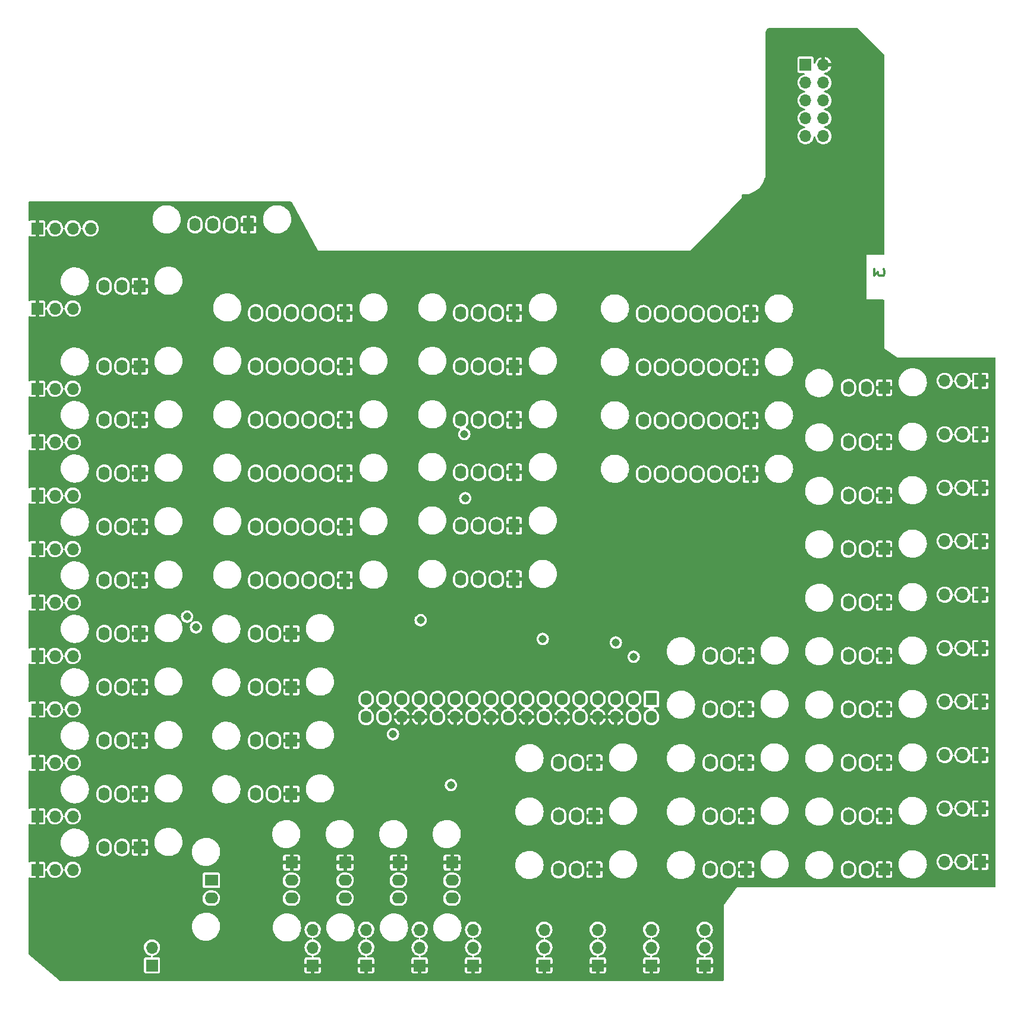
<source format=gbr>
%TF.GenerationSoftware,KiCad,Pcbnew,7.0.10-7.0.10~ubuntu22.04.1*%
%TF.CreationDate,2024-01-21T09:53:31-08:00*%
%TF.ProjectId,RRIB2,52524942-322e-46b6-9963-61645f706362,V1.0*%
%TF.SameCoordinates,PX4fefde0PYc90dba0*%
%TF.FileFunction,Copper,L3,Inr*%
%TF.FilePolarity,Positive*%
%FSLAX46Y46*%
G04 Gerber Fmt 4.6, Leading zero omitted, Abs format (unit mm)*
G04 Created by KiCad (PCBNEW 7.0.10-7.0.10~ubuntu22.04.1) date 2024-01-21 09:53:31*
%MOMM*%
%LPD*%
G01*
G04 APERTURE LIST*
%ADD10C,0.300000*%
%TA.AperFunction,NonConductor*%
%ADD11C,0.300000*%
%TD*%
%TA.AperFunction,ComponentPad*%
%ADD12R,1.600200X1.905000*%
%TD*%
%TA.AperFunction,ComponentPad*%
%ADD13O,1.600200X1.905000*%
%TD*%
%TA.AperFunction,ComponentPad*%
%ADD14R,1.651000X1.778000*%
%TD*%
%TA.AperFunction,ComponentPad*%
%ADD15R,1.905000X1.600200*%
%TD*%
%TA.AperFunction,ComponentPad*%
%ADD16O,1.905000X1.600200*%
%TD*%
%TA.AperFunction,ComponentPad*%
%ADD17R,1.778000X1.651000*%
%TD*%
%TA.AperFunction,ComponentPad*%
%ADD18R,1.700000X1.700000*%
%TD*%
%TA.AperFunction,ComponentPad*%
%ADD19O,1.700000X1.700000*%
%TD*%
%TA.AperFunction,ComponentPad*%
%ADD20R,1.600200X1.778000*%
%TD*%
%TA.AperFunction,ComponentPad*%
%ADD21O,1.600200X1.778000*%
%TD*%
%TA.AperFunction,ViaPad*%
%ADD22C,1.143000*%
%TD*%
G04 APERTURE END LIST*
D10*
D11*
X205553328Y-108085000D02*
X205553328Y-109013572D01*
X205553328Y-109013572D02*
X206124757Y-108513572D01*
X206124757Y-108513572D02*
X206124757Y-108727857D01*
X206124757Y-108727857D02*
X206196185Y-108870715D01*
X206196185Y-108870715D02*
X206267614Y-108942143D01*
X206267614Y-108942143D02*
X206410471Y-109013572D01*
X206410471Y-109013572D02*
X206767614Y-109013572D01*
X206767614Y-109013572D02*
X206910471Y-108942143D01*
X206910471Y-108942143D02*
X206981900Y-108870715D01*
X206981900Y-108870715D02*
X207053328Y-108727857D01*
X207053328Y-108727857D02*
X207053328Y-108299286D01*
X207053328Y-108299286D02*
X206981900Y-108156429D01*
X206981900Y-108156429D02*
X206910471Y-108085000D01*
D12*
%TO.N,/GND*%
%TO.C,J79*%
X116459000Y-101727000D03*
D13*
%TO.N,/3V3*%
X113919000Y-101727000D03*
%TO.N,/SCL*%
X111379000Y-101727000D03*
%TO.N,/SDA*%
X108839000Y-101727000D03*
%TD*%
D14*
%TO.N,/GND*%
%TO.C,J6*%
X100965000Y-160020000D03*
D13*
%TO.N,/5V0*%
X98425000Y-160020000D03*
%TO.N,/DIO5*%
X95885000Y-160020000D03*
%TD*%
D12*
%TO.N,/GND*%
%TO.C,J81*%
X187960000Y-122047000D03*
D13*
%TO.N,/5V0*%
X185420000Y-122047000D03*
%TO.N,/SCLK*%
X182880000Y-122047000D03*
%TO.N,/MOSI*%
X180340000Y-122047000D03*
%TO.N,/MISO*%
X177800000Y-122047000D03*
%TO.N,/~{CS1}*%
X175260000Y-122047000D03*
%TO.N,/3V3*%
X172720000Y-122047000D03*
%TD*%
D14*
%TO.N,/GND*%
%TO.C,J66*%
X207010000Y-193675000D03*
D13*
%TO.N,/6V0*%
X204470000Y-193675000D03*
%TO.N,/PWM9*%
X201930000Y-193675000D03*
%TD*%
D14*
%TO.N,/GND*%
%TO.C,J14*%
X122555000Y-182880000D03*
D13*
%TO.N,/5V0*%
X120015000Y-182880000D03*
%TO.N,/DIO25*%
X117475000Y-182880000D03*
%TD*%
D14*
%TO.N,/GND*%
%TO.C,J47*%
X187325000Y-186055000D03*
D13*
%TO.N,/5V0*%
X184785000Y-186055000D03*
%TO.N,/AIN6*%
X182245000Y-186055000D03*
%TD*%
D12*
%TO.N,/GND*%
%TO.C,J25*%
X154305000Y-114300000D03*
D13*
%TO.N,/5V0*%
X151765000Y-114300000D03*
%TO.N,/A0*%
X149225000Y-114300000D03*
%TO.N,/B0*%
X146685000Y-114300000D03*
%TD*%
D14*
%TO.N,/GND*%
%TO.C,J12*%
X122555000Y-167640000D03*
D13*
%TO.N,/5V0*%
X120015000Y-167640000D03*
%TO.N,/DIO23*%
X117475000Y-167640000D03*
%TD*%
D12*
%TO.N,/GND*%
%TO.C,J83*%
X187960000Y-137287000D03*
D13*
%TO.N,/5V0*%
X185420000Y-137287000D03*
%TO.N,/SCLK*%
X182880000Y-137287000D03*
%TO.N,/MOSI*%
X180340000Y-137287000D03*
%TO.N,/MISO*%
X177800000Y-137287000D03*
%TO.N,/~{CS3}*%
X175260000Y-137287000D03*
%TO.N,/3V3*%
X172720000Y-137287000D03*
%TD*%
D14*
%TO.N,/GND*%
%TO.C,J42*%
X165735000Y-186055000D03*
D13*
%TO.N,/5V0*%
X163195000Y-186055000D03*
%TO.N,/AIN1*%
X160655000Y-186055000D03*
%TD*%
D15*
%TO.N,/RSL_GND*%
%TO.C,J77*%
X111152000Y-195206000D03*
D16*
%TO.N,/RSL*%
X111152000Y-197746000D03*
%TD*%
D14*
%TO.N,/GND*%
%TO.C,J60*%
X207010000Y-147955000D03*
D13*
%TO.N,/6V0*%
X204470000Y-147955000D03*
%TO.N,/PWM3*%
X201930000Y-147955000D03*
%TD*%
D12*
%TO.N,/GND*%
%TO.C,J35*%
X130175000Y-144780000D03*
D13*
%TO.N,/5V0*%
X127635000Y-144780000D03*
%TO.N,/A4*%
X125095000Y-144780000D03*
%TO.N,/B4*%
X122555000Y-144780000D03*
%TO.N,/DIO4*%
X120015000Y-144780000D03*
%TO.N,/AIN4*%
X117475000Y-144780000D03*
%TD*%
D14*
%TO.N,/GND*%
%TO.C,J45*%
X187325000Y-170815000D03*
D13*
%TO.N,/5V0*%
X184785000Y-170815000D03*
%TO.N,/AIN4*%
X182245000Y-170815000D03*
%TD*%
D14*
%TO.N,/GND*%
%TO.C,J57*%
X207010000Y-124968000D03*
D13*
%TO.N,/6V0*%
X204470000Y-124968000D03*
%TO.N,/PWM0*%
X201930000Y-124968000D03*
%TD*%
D14*
%TO.N,/GND*%
%TO.C,J58*%
X207010000Y-132715000D03*
D13*
%TO.N,/6V0*%
X204470000Y-132715000D03*
%TO.N,/PWM1*%
X201930000Y-132715000D03*
%TD*%
D12*
%TO.N,/GND*%
%TO.C,J27*%
X154305000Y-129540000D03*
D13*
%TO.N,/5V0*%
X151765000Y-129540000D03*
%TO.N,/A2*%
X149225000Y-129540000D03*
%TO.N,/B2*%
X146685000Y-129540000D03*
%TD*%
D12*
%TO.N,/GND*%
%TO.C,J28*%
X154305000Y-137033000D03*
D13*
%TO.N,/5V0*%
X151765000Y-137033000D03*
%TO.N,/A3*%
X149225000Y-137033000D03*
%TO.N,/B3*%
X146685000Y-137033000D03*
%TD*%
D12*
%TO.N,/GND*%
%TO.C,J30*%
X154305000Y-152273000D03*
D13*
%TO.N,/5V0*%
X151765000Y-152273000D03*
%TO.N,/A5*%
X149225000Y-152273000D03*
%TO.N,/B5*%
X146685000Y-152273000D03*
%TD*%
D17*
%TO.N,/GND*%
%TO.C,J40*%
X145442000Y-192666000D03*
D16*
%TO.N,/REV3*%
X145442000Y-195206000D03*
%TO.N,/FWD3*%
X145442000Y-197746000D03*
%TD*%
D14*
%TO.N,/GND*%
%TO.C,J44*%
X187325000Y-163195000D03*
D13*
%TO.N,/5V0*%
X184785000Y-163195000D03*
%TO.N,/AIN3*%
X182245000Y-163195000D03*
%TD*%
D14*
%TO.N,/GND*%
%TO.C,J10*%
X100965000Y-190500000D03*
D13*
%TO.N,/5V0*%
X98425000Y-190500000D03*
%TO.N,/DIO9*%
X95885000Y-190500000D03*
%TD*%
D14*
%TO.N,/GND*%
%TO.C,J78*%
X100965000Y-110490000D03*
D13*
%TO.N,/RXD*%
X98425000Y-110490000D03*
%TO.N,/TXD*%
X95885000Y-110490000D03*
%TD*%
D14*
%TO.N,/GND*%
%TO.C,J63*%
X207010000Y-170815000D03*
D13*
%TO.N,/6V0*%
X204470000Y-170815000D03*
%TO.N,/PWM6*%
X201930000Y-170815000D03*
%TD*%
D12*
%TO.N,/GND*%
%TO.C,J32*%
X130175000Y-121920000D03*
D13*
%TO.N,/5V0*%
X127635000Y-121920000D03*
%TO.N,/A1*%
X125095000Y-121920000D03*
%TO.N,/B1*%
X122555000Y-121920000D03*
%TO.N,/DIO1*%
X120015000Y-121920000D03*
%TO.N,/AIN1*%
X117475000Y-121920000D03*
%TD*%
D14*
%TO.N,/GND*%
%TO.C,J13*%
X122555000Y-175260000D03*
D13*
%TO.N,/5V0*%
X120015000Y-175260000D03*
%TO.N,/DIO24*%
X117475000Y-175260000D03*
%TD*%
D14*
%TO.N,/GND*%
%TO.C,J61*%
X207010000Y-155575000D03*
D13*
%TO.N,/6V0*%
X204470000Y-155575000D03*
%TO.N,/PWM4*%
X201930000Y-155575000D03*
%TD*%
D14*
%TO.N,/GND*%
%TO.C,J1*%
X100965000Y-121920000D03*
D13*
%TO.N,/5V0*%
X98425000Y-121920000D03*
%TO.N,/DIO0*%
X95885000Y-121920000D03*
%TD*%
D14*
%TO.N,/GND*%
%TO.C,J3*%
X100965000Y-137160000D03*
D13*
%TO.N,/5V0*%
X98425000Y-137160000D03*
%TO.N,/DIO2*%
X95885000Y-137160000D03*
%TD*%
D14*
%TO.N,/GND*%
%TO.C,J41*%
X165735000Y-178435000D03*
D13*
%TO.N,/5V0*%
X163195000Y-178435000D03*
%TO.N,/AIN0*%
X160655000Y-178435000D03*
%TD*%
D17*
%TO.N,/GND*%
%TO.C,J39*%
X137822000Y-192666000D03*
D16*
%TO.N,/REV2*%
X137822000Y-195206000D03*
%TO.N,/FWD2*%
X137822000Y-197746000D03*
%TD*%
D14*
%TO.N,/GND*%
%TO.C,J8*%
X100965000Y-175260000D03*
D13*
%TO.N,/5V0*%
X98425000Y-175260000D03*
%TO.N,/DIO7*%
X95885000Y-175260000D03*
%TD*%
D14*
%TO.N,/GND*%
%TO.C,J43*%
X165735000Y-193675000D03*
D13*
%TO.N,/5V0*%
X163195000Y-193675000D03*
%TO.N,/AIN2*%
X160655000Y-193675000D03*
%TD*%
D12*
%TO.N,/GND*%
%TO.C,J36*%
X130175000Y-152400000D03*
D13*
%TO.N,/5V0*%
X127635000Y-152400000D03*
%TO.N,/A5*%
X125095000Y-152400000D03*
%TO.N,/B5*%
X122555000Y-152400000D03*
%TO.N,/DIO5*%
X120015000Y-152400000D03*
%TO.N,/AIN5*%
X117475000Y-152400000D03*
%TD*%
D12*
%TO.N,/GND*%
%TO.C,J31*%
X130175000Y-114300000D03*
D13*
%TO.N,/5V0*%
X127635000Y-114300000D03*
%TO.N,/A0*%
X125095000Y-114300000D03*
%TO.N,/B0*%
X122555000Y-114300000D03*
%TO.N,/DIO0*%
X120015000Y-114300000D03*
%TO.N,/AIN0*%
X117475000Y-114300000D03*
%TD*%
D12*
%TO.N,/GND*%
%TO.C,J82*%
X187960000Y-129667000D03*
D13*
%TO.N,/5V0*%
X185420000Y-129667000D03*
%TO.N,/SCLK*%
X182880000Y-129667000D03*
%TO.N,/MOSI*%
X180340000Y-129667000D03*
%TO.N,/MISO*%
X177800000Y-129667000D03*
%TO.N,/~{CS2}*%
X175260000Y-129667000D03*
%TO.N,/3V3*%
X172720000Y-129667000D03*
%TD*%
D14*
%TO.N,/GND*%
%TO.C,J59*%
X207010000Y-140335000D03*
D13*
%TO.N,/6V0*%
X204470000Y-140335000D03*
%TO.N,/PWM2*%
X201930000Y-140335000D03*
%TD*%
D14*
%TO.N,/GND*%
%TO.C,J62*%
X207010000Y-163195000D03*
D13*
%TO.N,/6V0*%
X204470000Y-163195000D03*
%TO.N,/PWM5*%
X201930000Y-163195000D03*
%TD*%
D14*
%TO.N,/GND*%
%TO.C,J9*%
X100965000Y-182880000D03*
D13*
%TO.N,/5V0*%
X98425000Y-182880000D03*
%TO.N,/DIO8*%
X95885000Y-182880000D03*
%TD*%
D12*
%TO.N,/GND*%
%TO.C,J34*%
X130175000Y-137160000D03*
D13*
%TO.N,/5V0*%
X127635000Y-137160000D03*
%TO.N,/A3*%
X125095000Y-137160000D03*
%TO.N,/B3*%
X122555000Y-137160000D03*
%TO.N,/DIO3*%
X120015000Y-137160000D03*
%TO.N,/AIN3*%
X117475000Y-137160000D03*
%TD*%
D14*
%TO.N,/GND*%
%TO.C,J46*%
X187325000Y-178435000D03*
D13*
%TO.N,/5V0*%
X184785000Y-178435000D03*
%TO.N,/AIN5*%
X182245000Y-178435000D03*
%TD*%
D17*
%TO.N,/GND*%
%TO.C,J37*%
X122582000Y-192666000D03*
D16*
%TO.N,/REV0*%
X122582000Y-195206000D03*
%TO.N,/FWD0*%
X122582000Y-197746000D03*
%TD*%
D14*
%TO.N,/GND*%
%TO.C,J65*%
X207010000Y-186055000D03*
D13*
%TO.N,/6V0*%
X204470000Y-186055000D03*
%TO.N,/PWM8*%
X201930000Y-186055000D03*
%TD*%
D14*
%TO.N,/GND*%
%TO.C,J2*%
X100965000Y-129540000D03*
D13*
%TO.N,/5V0*%
X98425000Y-129540000D03*
%TO.N,/DIO1*%
X95885000Y-129540000D03*
%TD*%
D12*
%TO.N,/GND*%
%TO.C,J80*%
X187960000Y-114427000D03*
D13*
%TO.N,/5V0*%
X185420000Y-114427000D03*
%TO.N,/SCLK*%
X182880000Y-114427000D03*
%TO.N,/MOSI*%
X180340000Y-114427000D03*
%TO.N,/MISO*%
X177800000Y-114427000D03*
%TO.N,/~{CS0}*%
X175260000Y-114427000D03*
%TO.N,/3V3*%
X172720000Y-114427000D03*
%TD*%
D14*
%TO.N,/GND*%
%TO.C,J64*%
X207010000Y-178435000D03*
D13*
%TO.N,/6V0*%
X204470000Y-178435000D03*
%TO.N,/PWM7*%
X201930000Y-178435000D03*
%TD*%
D12*
%TO.N,/GND*%
%TO.C,J26*%
X154305000Y-121920000D03*
D13*
%TO.N,/5V0*%
X151765000Y-121920000D03*
%TO.N,/A1*%
X149225000Y-121920000D03*
%TO.N,/B1*%
X146685000Y-121920000D03*
%TD*%
D14*
%TO.N,/GND*%
%TO.C,J4*%
X100965000Y-144780000D03*
D13*
%TO.N,/5V0*%
X98425000Y-144780000D03*
%TO.N,/DIO3*%
X95885000Y-144780000D03*
%TD*%
D14*
%TO.N,/GND*%
%TO.C,J11*%
X122555000Y-160020000D03*
D13*
%TO.N,/5V0*%
X120015000Y-160020000D03*
%TO.N,/DIO22*%
X117475000Y-160020000D03*
%TD*%
D14*
%TO.N,/GND*%
%TO.C,J7*%
X100965000Y-167640000D03*
D13*
%TO.N,/5V0*%
X98425000Y-167640000D03*
%TO.N,/DIO6*%
X95885000Y-167640000D03*
%TD*%
D14*
%TO.N,/GND*%
%TO.C,J5*%
X100965000Y-152400000D03*
D13*
%TO.N,/5V0*%
X98425000Y-152400000D03*
%TO.N,/DIO4*%
X95885000Y-152400000D03*
%TD*%
D17*
%TO.N,/GND*%
%TO.C,J38*%
X130202000Y-192666000D03*
D16*
%TO.N,/REV1*%
X130202000Y-195206000D03*
%TO.N,/FWD1*%
X130202000Y-197746000D03*
%TD*%
D12*
%TO.N,/GND*%
%TO.C,J29*%
X154305000Y-144653000D03*
D13*
%TO.N,/5V0*%
X151765000Y-144653000D03*
%TO.N,/A4*%
X149225000Y-144653000D03*
%TO.N,/B4*%
X146685000Y-144653000D03*
%TD*%
D14*
%TO.N,/GND*%
%TO.C,J48*%
X187325000Y-193675000D03*
D13*
%TO.N,/5V0*%
X184785000Y-193675000D03*
%TO.N,/AIN7*%
X182245000Y-193675000D03*
%TD*%
D12*
%TO.N,/GND*%
%TO.C,J33*%
X130175000Y-129540000D03*
D13*
%TO.N,/5V0*%
X127635000Y-129540000D03*
%TO.N,/A2*%
X125095000Y-129540000D03*
%TO.N,/B2*%
X122555000Y-129540000D03*
%TO.N,/DIO2*%
X120015000Y-129540000D03*
%TO.N,/AIN2*%
X117475000Y-129540000D03*
%TD*%
D18*
%TO.N,/GND*%
%TO.C,J69*%
X220698060Y-139240260D03*
D19*
%TO.N,/6V0*%
X218158060Y-139240260D03*
%TO.N,/PWM2*%
X215618060Y-139240260D03*
%TD*%
D18*
%TO.N,/GND*%
%TO.C,J52*%
X148442680Y-207324960D03*
D19*
%TO.N,/REV3*%
X148442680Y-204784960D03*
%TO.N,/FWD3*%
X148442680Y-202244960D03*
%TD*%
D18*
%TO.N,/GND*%
%TO.C,J18*%
X86337140Y-147977860D03*
D19*
%TO.N,/5V0*%
X88877140Y-147977860D03*
%TO.N,/DIO3*%
X91417140Y-147977860D03*
%TD*%
D18*
%TO.N,/GND*%
%TO.C,J17*%
X86337140Y-140357860D03*
D19*
%TO.N,/5V0*%
X88877140Y-140357860D03*
%TO.N,/DIO2*%
X91417140Y-140357860D03*
%TD*%
D18*
%TO.N,/GND*%
%TO.C,J19*%
X86337140Y-155597860D03*
D19*
%TO.N,/5V0*%
X88877140Y-155597860D03*
%TO.N,/DIO4*%
X91417140Y-155597860D03*
%TD*%
D18*
%TO.N,/GND*%
%TO.C,J73*%
X220698060Y-169720260D03*
D19*
%TO.N,/6V0*%
X218158060Y-169720260D03*
%TO.N,/PWM6*%
X215618060Y-169720260D03*
%TD*%
D18*
%TO.N,/GND*%
%TO.C,J76*%
X220698060Y-192580260D03*
D19*
%TO.N,/6V0*%
X218158060Y-192580260D03*
%TO.N,/PWM9*%
X215618060Y-192580260D03*
%TD*%
D18*
%TO.N,/GND*%
%TO.C,J23*%
X86337140Y-186077860D03*
D19*
%TO.N,/5V0*%
X88877140Y-186077860D03*
%TO.N,/DIO8*%
X91417140Y-186077860D03*
%TD*%
D18*
%TO.N,/GND*%
%TO.C,J74*%
X220698060Y-177340260D03*
D19*
%TO.N,/6V0*%
X218158060Y-177340260D03*
%TO.N,/PWM7*%
X215618060Y-177340260D03*
%TD*%
D18*
%TO.N,/GND*%
%TO.C,J70*%
X220698060Y-146860260D03*
D19*
%TO.N,/6V0*%
X218158060Y-146860260D03*
%TO.N,/PWM3*%
X215618060Y-146860260D03*
%TD*%
D18*
%TO.N,/GND*%
%TO.C,J56*%
X181449980Y-207324960D03*
D19*
%TO.N,/5V0*%
X181449980Y-204784960D03*
%TO.N,/AIN3*%
X181449980Y-202244960D03*
%TD*%
D18*
%TO.N,/GND*%
%TO.C,J71*%
X220698060Y-154480260D03*
D19*
%TO.N,/6V0*%
X218158060Y-154480260D03*
%TO.N,/PWM4*%
X215618060Y-154480260D03*
%TD*%
D18*
%TO.N,/GND*%
%TO.C,J67*%
X220698060Y-124000260D03*
D19*
%TO.N,/6V0*%
X218158060Y-124000260D03*
%TO.N,/PWM0*%
X215618060Y-124000260D03*
%TD*%
D18*
%TO.N,/GND*%
%TO.C,J55*%
X173829980Y-207324960D03*
D19*
%TO.N,/5V0*%
X173829980Y-204784960D03*
%TO.N,/AIN2*%
X173829980Y-202244960D03*
%TD*%
D18*
%TO.N,/GND*%
%TO.C,J54*%
X166209980Y-207324960D03*
D19*
%TO.N,/5V0*%
X166209980Y-204784960D03*
%TO.N,/AIN1*%
X166209980Y-202244960D03*
%TD*%
D18*
%TO.N,/GND*%
%TO.C,J51*%
X140822680Y-207324960D03*
D19*
%TO.N,/REV2*%
X140822680Y-204784960D03*
%TO.N,/FWD2*%
X140822680Y-202244960D03*
%TD*%
D18*
%TO.N,/GND*%
%TO.C,J68*%
X220698060Y-131620260D03*
D19*
%TO.N,/6V0*%
X218158060Y-131620260D03*
%TO.N,/PWM1*%
X215618060Y-131620260D03*
%TD*%
D20*
%TO.N,/5V0*%
%TO.C,J87*%
X173837600Y-169367200D03*
D21*
%TO.N,unconnected-(J87-Pad2)*%
X173837600Y-171907200D03*
%TO.N,/AIN4*%
X171297600Y-169367200D03*
%TO.N,unconnected-(J87-Pad4)*%
X171297600Y-171907200D03*
%TO.N,/AIN5*%
X168757600Y-169367200D03*
%TO.N,/GND*%
X168757600Y-171907200D03*
%TO.N,/AIN6*%
X166217600Y-169367200D03*
%TO.N,/GND*%
X166217600Y-171907200D03*
%TO.N,/AIN7*%
X163677600Y-169367200D03*
%TO.N,unconnected-(J87-Pad10)*%
X163677600Y-171907200D03*
%TO.N,/B0*%
X161137600Y-169367200D03*
%TO.N,/GND*%
X161137600Y-171907200D03*
%TO.N,/A0*%
X158597600Y-169367200D03*
%TO.N,unconnected-(J87-Pad14)*%
X158597600Y-171907200D03*
%TO.N,/B1*%
X156057600Y-169367200D03*
%TO.N,/GND*%
X156057600Y-171907200D03*
%TO.N,/A1*%
X153517600Y-169367200D03*
%TO.N,/A5*%
X153517600Y-171907200D03*
%TO.N,/B2*%
X150977600Y-169367200D03*
%TO.N,/GND*%
X150977600Y-171907200D03*
%TO.N,/A2*%
X148437600Y-169367200D03*
%TO.N,/DIO22*%
X148437600Y-171907200D03*
%TO.N,/B3*%
X145897600Y-169367200D03*
%TO.N,/GND*%
X145897600Y-171907200D03*
%TO.N,/A3*%
X143357600Y-169367200D03*
%TO.N,/DIO23*%
X143357600Y-171907200D03*
%TO.N,/B4*%
X140817600Y-169367200D03*
%TO.N,/GND*%
X140817600Y-171907200D03*
%TO.N,/A4*%
X138277600Y-169367200D03*
%TO.N,/GND*%
X138277600Y-171907200D03*
%TO.N,/B5*%
X135737600Y-169367200D03*
%TO.N,/DIO24*%
X135737600Y-171907200D03*
%TO.N,unconnected-(J87-Pad33)*%
X133197600Y-169367200D03*
%TO.N,/DIO25*%
X133197600Y-171907200D03*
%TD*%
D18*
%TO.N,/GND*%
%TO.C,J15*%
X86337140Y-125117860D03*
D19*
%TO.N,/5V0*%
X88877140Y-125117860D03*
%TO.N,/DIO0*%
X91417140Y-125117860D03*
%TD*%
D18*
%TO.N,/GND*%
%TO.C,J85*%
X86337140Y-113687860D03*
D19*
%TO.N,/RXD*%
X88877140Y-113687860D03*
%TO.N,/TXD*%
X91417140Y-113687860D03*
%TD*%
D18*
%TO.N,/GND*%
%TO.C,J53*%
X158589980Y-207324960D03*
D19*
%TO.N,/5V0*%
X158589980Y-204784960D03*
%TO.N,/AIN0*%
X158589980Y-202244960D03*
%TD*%
D18*
%TO.N,/GND*%
%TO.C,J20*%
X86337140Y-163217860D03*
D19*
%TO.N,/5V0*%
X88877140Y-163217860D03*
%TO.N,/DIO5*%
X91417140Y-163217860D03*
%TD*%
D18*
%TO.N,/GND*%
%TO.C,J75*%
X220698060Y-184960260D03*
D19*
%TO.N,/6V0*%
X218158060Y-184960260D03*
%TO.N,/PWM8*%
X215618060Y-184960260D03*
%TD*%
D18*
%TO.N,/GND*%
%TO.C,J86*%
X86337140Y-102257860D03*
D19*
%TO.N,/3V3*%
X88877140Y-102257860D03*
%TO.N,/SCL*%
X91417140Y-102257860D03*
%TO.N,/SDA*%
X93957140Y-102257860D03*
%TD*%
D18*
%TO.N,/RSL_GND*%
%TO.C,J84*%
X102699820Y-207324960D03*
D19*
%TO.N,/RSL*%
X102699820Y-204784960D03*
%TD*%
D18*
%TO.N,/GND*%
%TO.C,J21*%
X86337140Y-170837860D03*
D19*
%TO.N,/5V0*%
X88877140Y-170837860D03*
%TO.N,/DIO6*%
X91417140Y-170837860D03*
%TD*%
D18*
%TO.N,/GND*%
%TO.C,J50*%
X133202680Y-207324960D03*
D19*
%TO.N,/REV1*%
X133202680Y-204784960D03*
%TO.N,/FWD1*%
X133202680Y-202244960D03*
%TD*%
D18*
%TO.N,/GND*%
%TO.C,J24*%
X86337140Y-193697860D03*
D19*
%TO.N,/5V0*%
X88877140Y-193697860D03*
%TO.N,/DIO9*%
X91417140Y-193697860D03*
%TD*%
D18*
%TO.N,/GND*%
%TO.C,J16*%
X86337140Y-132737860D03*
D19*
%TO.N,/5V0*%
X88877140Y-132737860D03*
%TO.N,/DIO1*%
X91417140Y-132737860D03*
%TD*%
D18*
%TO.N,/~{CS0}*%
%TO.C,J88*%
X195808600Y-78930500D03*
D19*
%TO.N,/GND*%
X198348600Y-78930500D03*
%TO.N,/~{CS1}*%
X195808600Y-81470500D03*
%TO.N,/SCLK*%
X198348600Y-81470500D03*
%TO.N,/5V0*%
X195808600Y-84010500D03*
%TO.N,/MOSI*%
X198348600Y-84010500D03*
%TO.N,/~{CS2}*%
X195808600Y-86550500D03*
%TO.N,/MISO*%
X198348600Y-86550500D03*
%TO.N,/~{CS3}*%
X195808600Y-89090500D03*
%TO.N,/3V3*%
X198348600Y-89090500D03*
%TD*%
D18*
%TO.N,/GND*%
%TO.C,J49*%
X125582680Y-207324960D03*
D19*
%TO.N,/REV0*%
X125582680Y-204784960D03*
%TO.N,/FWD0*%
X125582680Y-202244960D03*
%TD*%
D18*
%TO.N,/GND*%
%TO.C,J72*%
X220698060Y-162100260D03*
D19*
%TO.N,/6V0*%
X218158060Y-162100260D03*
%TO.N,/PWM5*%
X215618060Y-162100260D03*
%TD*%
D18*
%TO.N,/GND*%
%TO.C,J22*%
X86337140Y-178457860D03*
D19*
%TO.N,/5V0*%
X88877140Y-178457860D03*
%TO.N,/DIO7*%
X91417140Y-178457860D03*
%TD*%
D22*
%TO.N,/DIO25*%
X137033000Y-174371000D03*
%TO.N,/A1*%
X158369000Y-160782000D03*
%TO.N,/A2*%
X147193000Y-131572000D03*
%TO.N,/A3*%
X147320000Y-140716000D03*
%TO.N,/B4*%
X140970000Y-158115000D03*
%TO.N,/AIN0*%
X107696000Y-157607000D03*
%TO.N,/AIN1*%
X108966000Y-159131000D03*
X145288000Y-181610000D03*
%TO.N,/AIN4*%
X171323000Y-163322000D03*
%TO.N,/AIN5*%
X168783000Y-161290000D03*
%TD*%
%TA.AperFunction,Conductor*%
%TO.N,/GND*%
G36*
X203216431Y-73680502D02*
G01*
X203237405Y-73697405D01*
X206973095Y-77433095D01*
X207007121Y-77495407D01*
X207010000Y-77522190D01*
X207010000Y-105919000D01*
X206989998Y-105987121D01*
X206936342Y-106033614D01*
X206884000Y-106045000D01*
X204470000Y-106045000D01*
X204470000Y-112395000D01*
X206884000Y-112395000D01*
X206952121Y-112415002D01*
X206998614Y-112468658D01*
X207010000Y-112521000D01*
X207010000Y-119380000D01*
X207020827Y-119387218D01*
X207020828Y-119387219D01*
X208899477Y-120639652D01*
X208899479Y-120639653D01*
X208915000Y-120650000D01*
X222759000Y-120650000D01*
X222827121Y-120670002D01*
X222873614Y-120723658D01*
X222885000Y-120776000D01*
X222885000Y-196038486D01*
X222864998Y-196106607D01*
X222848095Y-196127581D01*
X222797581Y-196178095D01*
X222735269Y-196212121D01*
X222708486Y-196215000D01*
X186055000Y-196215000D01*
X184150000Y-198755000D01*
X184150000Y-209404717D01*
X184129998Y-209472838D01*
X184076342Y-209519331D01*
X184065622Y-209523643D01*
X184053660Y-209527829D01*
X184050587Y-209528904D01*
X184023084Y-209535181D01*
X183932775Y-209545356D01*
X183907692Y-209545669D01*
X183901482Y-209545126D01*
X183901476Y-209545126D01*
X183896000Y-209544647D01*
X183890525Y-209545126D01*
X183846004Y-209549021D01*
X183835023Y-209549500D01*
X89581027Y-209549500D01*
X89512906Y-209529498D01*
X89499027Y-209519166D01*
X88286474Y-208479835D01*
X85137984Y-205781129D01*
X85099281Y-205721612D01*
X85094119Y-205691282D01*
X85093719Y-205682616D01*
X85092567Y-205657703D01*
X85092912Y-205640906D01*
X85094874Y-205618477D01*
X85094874Y-205618475D01*
X85095353Y-205613000D01*
X85090979Y-205563004D01*
X85090500Y-205552023D01*
X85090500Y-204754588D01*
X101539969Y-204754588D01*
X101553856Y-204966463D01*
X101606121Y-205172259D01*
X101695015Y-205365084D01*
X101817560Y-205538481D01*
X101969652Y-205686643D01*
X101974448Y-205689848D01*
X101974451Y-205689850D01*
X102045706Y-205737461D01*
X102146197Y-205804607D01*
X102151505Y-205806888D01*
X102151506Y-205806888D01*
X102335980Y-205886144D01*
X102335983Y-205886145D01*
X102341283Y-205888422D01*
X102346912Y-205889696D01*
X102346913Y-205889696D01*
X102484226Y-205920767D01*
X102546253Y-205955310D01*
X102579757Y-206017904D01*
X102574103Y-206088675D01*
X102531084Y-206145154D01*
X102464359Y-206169409D01*
X102456418Y-206169660D01*
X101804462Y-206169660D01*
X101793568Y-206170956D01*
X101787227Y-206171710D01*
X101787224Y-206171711D01*
X101777842Y-206172827D01*
X101673901Y-206218996D01*
X101633822Y-206259146D01*
X101601768Y-206291255D01*
X101601767Y-206291257D01*
X101593550Y-206299488D01*
X101547562Y-206403509D01*
X101544520Y-206429602D01*
X101544520Y-208220318D01*
X101545816Y-208231212D01*
X101546505Y-208237000D01*
X101547687Y-208246938D01*
X101593856Y-208350879D01*
X101634006Y-208390958D01*
X101666115Y-208423012D01*
X101666117Y-208423013D01*
X101674348Y-208431230D01*
X101778369Y-208477218D01*
X101804462Y-208480260D01*
X103595178Y-208480260D01*
X103606072Y-208478964D01*
X103612413Y-208478210D01*
X103612416Y-208478209D01*
X103621798Y-208477093D01*
X103725739Y-208430924D01*
X103765818Y-208390774D01*
X103797872Y-208358665D01*
X103797873Y-208358663D01*
X103806090Y-208350432D01*
X103852078Y-208246411D01*
X103855120Y-208220318D01*
X103855120Y-208216512D01*
X124427880Y-208216512D01*
X124428322Y-208223957D01*
X124429925Y-208237435D01*
X124434878Y-208255455D01*
X124472413Y-208339961D01*
X124485367Y-208358809D01*
X124549263Y-208422593D01*
X124568133Y-208435514D01*
X124652681Y-208472892D01*
X124670758Y-208477820D01*
X124683755Y-208479336D01*
X124691056Y-208479760D01*
X125310565Y-208479760D01*
X125325804Y-208475285D01*
X125327009Y-208473895D01*
X125328680Y-208466212D01*
X125328680Y-208461645D01*
X125836680Y-208461645D01*
X125841155Y-208476884D01*
X125842545Y-208478089D01*
X125850228Y-208479760D01*
X126474232Y-208479760D01*
X126481677Y-208479318D01*
X126495155Y-208477715D01*
X126513175Y-208472762D01*
X126597681Y-208435227D01*
X126616529Y-208422273D01*
X126680313Y-208358377D01*
X126693234Y-208339507D01*
X126730612Y-208254959D01*
X126735540Y-208236882D01*
X126737056Y-208223885D01*
X126737480Y-208216584D01*
X126737480Y-208216512D01*
X132047880Y-208216512D01*
X132048322Y-208223957D01*
X132049925Y-208237435D01*
X132054878Y-208255455D01*
X132092413Y-208339961D01*
X132105367Y-208358809D01*
X132169263Y-208422593D01*
X132188133Y-208435514D01*
X132272681Y-208472892D01*
X132290758Y-208477820D01*
X132303755Y-208479336D01*
X132311056Y-208479760D01*
X132930565Y-208479760D01*
X132945804Y-208475285D01*
X132947009Y-208473895D01*
X132948680Y-208466212D01*
X132948680Y-208461645D01*
X133456680Y-208461645D01*
X133461155Y-208476884D01*
X133462545Y-208478089D01*
X133470228Y-208479760D01*
X134094232Y-208479760D01*
X134101677Y-208479318D01*
X134115155Y-208477715D01*
X134133175Y-208472762D01*
X134217681Y-208435227D01*
X134236529Y-208422273D01*
X134300313Y-208358377D01*
X134313234Y-208339507D01*
X134350612Y-208254959D01*
X134355540Y-208236882D01*
X134357056Y-208223885D01*
X134357480Y-208216584D01*
X134357480Y-208216512D01*
X139667880Y-208216512D01*
X139668322Y-208223957D01*
X139669925Y-208237435D01*
X139674878Y-208255455D01*
X139712413Y-208339961D01*
X139725367Y-208358809D01*
X139789263Y-208422593D01*
X139808133Y-208435514D01*
X139892681Y-208472892D01*
X139910758Y-208477820D01*
X139923755Y-208479336D01*
X139931056Y-208479760D01*
X140550565Y-208479760D01*
X140565804Y-208475285D01*
X140567009Y-208473895D01*
X140568680Y-208466212D01*
X140568680Y-208461645D01*
X141076680Y-208461645D01*
X141081155Y-208476884D01*
X141082545Y-208478089D01*
X141090228Y-208479760D01*
X141714232Y-208479760D01*
X141721677Y-208479318D01*
X141735155Y-208477715D01*
X141753175Y-208472762D01*
X141837681Y-208435227D01*
X141856529Y-208422273D01*
X141920313Y-208358377D01*
X141933234Y-208339507D01*
X141970612Y-208254959D01*
X141975540Y-208236882D01*
X141977056Y-208223885D01*
X141977480Y-208216584D01*
X141977480Y-208216512D01*
X147287880Y-208216512D01*
X147288322Y-208223957D01*
X147289925Y-208237435D01*
X147294878Y-208255455D01*
X147332413Y-208339961D01*
X147345367Y-208358809D01*
X147409263Y-208422593D01*
X147428133Y-208435514D01*
X147512681Y-208472892D01*
X147530758Y-208477820D01*
X147543755Y-208479336D01*
X147551056Y-208479760D01*
X148170565Y-208479760D01*
X148185804Y-208475285D01*
X148187009Y-208473895D01*
X148188680Y-208466212D01*
X148188680Y-208461645D01*
X148696680Y-208461645D01*
X148701155Y-208476884D01*
X148702545Y-208478089D01*
X148710228Y-208479760D01*
X149334232Y-208479760D01*
X149341677Y-208479318D01*
X149355155Y-208477715D01*
X149373175Y-208472762D01*
X149457681Y-208435227D01*
X149476529Y-208422273D01*
X149540313Y-208358377D01*
X149553234Y-208339507D01*
X149590612Y-208254959D01*
X149595540Y-208236882D01*
X149597056Y-208223885D01*
X149597480Y-208216584D01*
X149597480Y-208216512D01*
X157435180Y-208216512D01*
X157435622Y-208223957D01*
X157437225Y-208237435D01*
X157442178Y-208255455D01*
X157479713Y-208339961D01*
X157492667Y-208358809D01*
X157556563Y-208422593D01*
X157575433Y-208435514D01*
X157659981Y-208472892D01*
X157678058Y-208477820D01*
X157691055Y-208479336D01*
X157698356Y-208479760D01*
X158317865Y-208479760D01*
X158333104Y-208475285D01*
X158334309Y-208473895D01*
X158335980Y-208466212D01*
X158335980Y-208461645D01*
X158843980Y-208461645D01*
X158848455Y-208476884D01*
X158849845Y-208478089D01*
X158857528Y-208479760D01*
X159481532Y-208479760D01*
X159488977Y-208479318D01*
X159502455Y-208477715D01*
X159520475Y-208472762D01*
X159604981Y-208435227D01*
X159623829Y-208422273D01*
X159687613Y-208358377D01*
X159700534Y-208339507D01*
X159737912Y-208254959D01*
X159742840Y-208236882D01*
X159744356Y-208223885D01*
X159744780Y-208216584D01*
X159744780Y-208216512D01*
X165055180Y-208216512D01*
X165055622Y-208223957D01*
X165057225Y-208237435D01*
X165062178Y-208255455D01*
X165099713Y-208339961D01*
X165112667Y-208358809D01*
X165176563Y-208422593D01*
X165195433Y-208435514D01*
X165279981Y-208472892D01*
X165298058Y-208477820D01*
X165311055Y-208479336D01*
X165318356Y-208479760D01*
X165937865Y-208479760D01*
X165953104Y-208475285D01*
X165954309Y-208473895D01*
X165955980Y-208466212D01*
X165955980Y-208461645D01*
X166463980Y-208461645D01*
X166468455Y-208476884D01*
X166469845Y-208478089D01*
X166477528Y-208479760D01*
X167101532Y-208479760D01*
X167108977Y-208479318D01*
X167122455Y-208477715D01*
X167140475Y-208472762D01*
X167224981Y-208435227D01*
X167243829Y-208422273D01*
X167307613Y-208358377D01*
X167320534Y-208339507D01*
X167357912Y-208254959D01*
X167362840Y-208236882D01*
X167364356Y-208223885D01*
X167364780Y-208216584D01*
X167364780Y-208216512D01*
X172675180Y-208216512D01*
X172675622Y-208223957D01*
X172677225Y-208237435D01*
X172682178Y-208255455D01*
X172719713Y-208339961D01*
X172732667Y-208358809D01*
X172796563Y-208422593D01*
X172815433Y-208435514D01*
X172899981Y-208472892D01*
X172918058Y-208477820D01*
X172931055Y-208479336D01*
X172938356Y-208479760D01*
X173557865Y-208479760D01*
X173573104Y-208475285D01*
X173574309Y-208473895D01*
X173575980Y-208466212D01*
X173575980Y-208461645D01*
X174083980Y-208461645D01*
X174088455Y-208476884D01*
X174089845Y-208478089D01*
X174097528Y-208479760D01*
X174721532Y-208479760D01*
X174728977Y-208479318D01*
X174742455Y-208477715D01*
X174760475Y-208472762D01*
X174844981Y-208435227D01*
X174863829Y-208422273D01*
X174927613Y-208358377D01*
X174940534Y-208339507D01*
X174977912Y-208254959D01*
X174982840Y-208236882D01*
X174984356Y-208223885D01*
X174984780Y-208216584D01*
X174984780Y-208216512D01*
X180295180Y-208216512D01*
X180295622Y-208223957D01*
X180297225Y-208237435D01*
X180302178Y-208255455D01*
X180339713Y-208339961D01*
X180352667Y-208358809D01*
X180416563Y-208422593D01*
X180435433Y-208435514D01*
X180519981Y-208472892D01*
X180538058Y-208477820D01*
X180551055Y-208479336D01*
X180558356Y-208479760D01*
X181177865Y-208479760D01*
X181193104Y-208475285D01*
X181194309Y-208473895D01*
X181195980Y-208466212D01*
X181195980Y-208461645D01*
X181703980Y-208461645D01*
X181708455Y-208476884D01*
X181709845Y-208478089D01*
X181717528Y-208479760D01*
X182341532Y-208479760D01*
X182348977Y-208479318D01*
X182362455Y-208477715D01*
X182380475Y-208472762D01*
X182464981Y-208435227D01*
X182483829Y-208422273D01*
X182547613Y-208358377D01*
X182560534Y-208339507D01*
X182597912Y-208254959D01*
X182602840Y-208236882D01*
X182604356Y-208223885D01*
X182604780Y-208216584D01*
X182604780Y-207597075D01*
X182600305Y-207581836D01*
X182598915Y-207580631D01*
X182591232Y-207578960D01*
X181722095Y-207578960D01*
X181706856Y-207583435D01*
X181705651Y-207584825D01*
X181703980Y-207592508D01*
X181703980Y-208461645D01*
X181195980Y-208461645D01*
X181195980Y-207597075D01*
X181191505Y-207581836D01*
X181190115Y-207580631D01*
X181182432Y-207578960D01*
X180313295Y-207578960D01*
X180298056Y-207583435D01*
X180296851Y-207584825D01*
X180295180Y-207592508D01*
X180295180Y-208216512D01*
X174984780Y-208216512D01*
X174984780Y-207597075D01*
X174980305Y-207581836D01*
X174978915Y-207580631D01*
X174971232Y-207578960D01*
X174102095Y-207578960D01*
X174086856Y-207583435D01*
X174085651Y-207584825D01*
X174083980Y-207592508D01*
X174083980Y-208461645D01*
X173575980Y-208461645D01*
X173575980Y-207597075D01*
X173571505Y-207581836D01*
X173570115Y-207580631D01*
X173562432Y-207578960D01*
X172693295Y-207578960D01*
X172678056Y-207583435D01*
X172676851Y-207584825D01*
X172675180Y-207592508D01*
X172675180Y-208216512D01*
X167364780Y-208216512D01*
X167364780Y-207597075D01*
X167360305Y-207581836D01*
X167358915Y-207580631D01*
X167351232Y-207578960D01*
X166482095Y-207578960D01*
X166466856Y-207583435D01*
X166465651Y-207584825D01*
X166463980Y-207592508D01*
X166463980Y-208461645D01*
X165955980Y-208461645D01*
X165955980Y-207597075D01*
X165951505Y-207581836D01*
X165950115Y-207580631D01*
X165942432Y-207578960D01*
X165073295Y-207578960D01*
X165058056Y-207583435D01*
X165056851Y-207584825D01*
X165055180Y-207592508D01*
X165055180Y-208216512D01*
X159744780Y-208216512D01*
X159744780Y-207597075D01*
X159740305Y-207581836D01*
X159738915Y-207580631D01*
X159731232Y-207578960D01*
X158862095Y-207578960D01*
X158846856Y-207583435D01*
X158845651Y-207584825D01*
X158843980Y-207592508D01*
X158843980Y-208461645D01*
X158335980Y-208461645D01*
X158335980Y-207597075D01*
X158331505Y-207581836D01*
X158330115Y-207580631D01*
X158322432Y-207578960D01*
X157453295Y-207578960D01*
X157438056Y-207583435D01*
X157436851Y-207584825D01*
X157435180Y-207592508D01*
X157435180Y-208216512D01*
X149597480Y-208216512D01*
X149597480Y-207597075D01*
X149593005Y-207581836D01*
X149591615Y-207580631D01*
X149583932Y-207578960D01*
X148714795Y-207578960D01*
X148699556Y-207583435D01*
X148698351Y-207584825D01*
X148696680Y-207592508D01*
X148696680Y-208461645D01*
X148188680Y-208461645D01*
X148188680Y-207597075D01*
X148184205Y-207581836D01*
X148182815Y-207580631D01*
X148175132Y-207578960D01*
X147305995Y-207578960D01*
X147290756Y-207583435D01*
X147289551Y-207584825D01*
X147287880Y-207592508D01*
X147287880Y-208216512D01*
X141977480Y-208216512D01*
X141977480Y-207597075D01*
X141973005Y-207581836D01*
X141971615Y-207580631D01*
X141963932Y-207578960D01*
X141094795Y-207578960D01*
X141079556Y-207583435D01*
X141078351Y-207584825D01*
X141076680Y-207592508D01*
X141076680Y-208461645D01*
X140568680Y-208461645D01*
X140568680Y-207597075D01*
X140564205Y-207581836D01*
X140562815Y-207580631D01*
X140555132Y-207578960D01*
X139685995Y-207578960D01*
X139670756Y-207583435D01*
X139669551Y-207584825D01*
X139667880Y-207592508D01*
X139667880Y-208216512D01*
X134357480Y-208216512D01*
X134357480Y-207597075D01*
X134353005Y-207581836D01*
X134351615Y-207580631D01*
X134343932Y-207578960D01*
X133474795Y-207578960D01*
X133459556Y-207583435D01*
X133458351Y-207584825D01*
X133456680Y-207592508D01*
X133456680Y-208461645D01*
X132948680Y-208461645D01*
X132948680Y-207597075D01*
X132944205Y-207581836D01*
X132942815Y-207580631D01*
X132935132Y-207578960D01*
X132065995Y-207578960D01*
X132050756Y-207583435D01*
X132049551Y-207584825D01*
X132047880Y-207592508D01*
X132047880Y-208216512D01*
X126737480Y-208216512D01*
X126737480Y-207597075D01*
X126733005Y-207581836D01*
X126731615Y-207580631D01*
X126723932Y-207578960D01*
X125854795Y-207578960D01*
X125839556Y-207583435D01*
X125838351Y-207584825D01*
X125836680Y-207592508D01*
X125836680Y-208461645D01*
X125328680Y-208461645D01*
X125328680Y-207597075D01*
X125324205Y-207581836D01*
X125322815Y-207580631D01*
X125315132Y-207578960D01*
X124445995Y-207578960D01*
X124430756Y-207583435D01*
X124429551Y-207584825D01*
X124427880Y-207592508D01*
X124427880Y-208216512D01*
X103855120Y-208216512D01*
X103855120Y-206429602D01*
X103853824Y-206418708D01*
X103853070Y-206412367D01*
X103853069Y-206412364D01*
X103851953Y-206402982D01*
X103805784Y-206299041D01*
X103734265Y-206227647D01*
X103733525Y-206226908D01*
X103733523Y-206226907D01*
X103725292Y-206218690D01*
X103621271Y-206172702D01*
X103595178Y-206169660D01*
X102948664Y-206169660D01*
X102880543Y-206149658D01*
X102834050Y-206096002D01*
X102823946Y-206025728D01*
X102853440Y-205961148D01*
X102913166Y-205922764D01*
X102930584Y-205918964D01*
X102964961Y-205913980D01*
X102964966Y-205913979D01*
X102970675Y-205913151D01*
X102976139Y-205911296D01*
X102976144Y-205911295D01*
X103166268Y-205846756D01*
X103171736Y-205844900D01*
X103356992Y-205741152D01*
X103520240Y-205605380D01*
X103656012Y-205442132D01*
X103759760Y-205256876D01*
X103828011Y-205055815D01*
X103828839Y-205050106D01*
X103828840Y-205050101D01*
X103857946Y-204849357D01*
X103858479Y-204845683D01*
X103860069Y-204784960D01*
X103857278Y-204754588D01*
X124422829Y-204754588D01*
X124436716Y-204966463D01*
X124488981Y-205172259D01*
X124577875Y-205365084D01*
X124700420Y-205538481D01*
X124852512Y-205686643D01*
X124857308Y-205689848D01*
X124857311Y-205689850D01*
X124928566Y-205737461D01*
X125029057Y-205804607D01*
X125034365Y-205806888D01*
X125034366Y-205806888D01*
X125218840Y-205886144D01*
X125218843Y-205886145D01*
X125224143Y-205888422D01*
X125333429Y-205913151D01*
X125369296Y-205921267D01*
X125431323Y-205955810D01*
X125464827Y-206018403D01*
X125459173Y-206089175D01*
X125416154Y-206145654D01*
X125349429Y-206169909D01*
X125341488Y-206170160D01*
X124691128Y-206170160D01*
X124683683Y-206170602D01*
X124670205Y-206172205D01*
X124652185Y-206177158D01*
X124567679Y-206214693D01*
X124548831Y-206227647D01*
X124485047Y-206291543D01*
X124472126Y-206310413D01*
X124434748Y-206394961D01*
X124429820Y-206413038D01*
X124428304Y-206426035D01*
X124427880Y-206433336D01*
X124427880Y-207052845D01*
X124432355Y-207068084D01*
X124433745Y-207069289D01*
X124441428Y-207070960D01*
X126719365Y-207070960D01*
X126734604Y-207066485D01*
X126735809Y-207065095D01*
X126737480Y-207057412D01*
X126737480Y-206433408D01*
X126737038Y-206425963D01*
X126735435Y-206412485D01*
X126730482Y-206394465D01*
X126692947Y-206309959D01*
X126679993Y-206291111D01*
X126616097Y-206227327D01*
X126597227Y-206214406D01*
X126512679Y-206177028D01*
X126494602Y-206172100D01*
X126481605Y-206170584D01*
X126474304Y-206170160D01*
X125828075Y-206170160D01*
X125759954Y-206150158D01*
X125713461Y-206096502D01*
X125703357Y-206026228D01*
X125732851Y-205961648D01*
X125792577Y-205923264D01*
X125809995Y-205919464D01*
X125847821Y-205913980D01*
X125847826Y-205913979D01*
X125853535Y-205913151D01*
X125858999Y-205911296D01*
X125859004Y-205911295D01*
X126049128Y-205846756D01*
X126054596Y-205844900D01*
X126239852Y-205741152D01*
X126403100Y-205605380D01*
X126538872Y-205442132D01*
X126642620Y-205256876D01*
X126710871Y-205055815D01*
X126711699Y-205050106D01*
X126711700Y-205050101D01*
X126740806Y-204849357D01*
X126741339Y-204845683D01*
X126742929Y-204784960D01*
X126740138Y-204754588D01*
X132042829Y-204754588D01*
X132056716Y-204966463D01*
X132108981Y-205172259D01*
X132197875Y-205365084D01*
X132320420Y-205538481D01*
X132472512Y-205686643D01*
X132477308Y-205689848D01*
X132477311Y-205689850D01*
X132548566Y-205737461D01*
X132649057Y-205804607D01*
X132654365Y-205806888D01*
X132654366Y-205806888D01*
X132838840Y-205886144D01*
X132838843Y-205886145D01*
X132844143Y-205888422D01*
X132953429Y-205913151D01*
X132989296Y-205921267D01*
X133051323Y-205955810D01*
X133084827Y-206018403D01*
X133079173Y-206089175D01*
X133036154Y-206145654D01*
X132969429Y-206169909D01*
X132961488Y-206170160D01*
X132311128Y-206170160D01*
X132303683Y-206170602D01*
X132290205Y-206172205D01*
X132272185Y-206177158D01*
X132187679Y-206214693D01*
X132168831Y-206227647D01*
X132105047Y-206291543D01*
X132092126Y-206310413D01*
X132054748Y-206394961D01*
X132049820Y-206413038D01*
X132048304Y-206426035D01*
X132047880Y-206433336D01*
X132047880Y-207052845D01*
X132052355Y-207068084D01*
X132053745Y-207069289D01*
X132061428Y-207070960D01*
X134339365Y-207070960D01*
X134354604Y-207066485D01*
X134355809Y-207065095D01*
X134357480Y-207057412D01*
X134357480Y-206433408D01*
X134357038Y-206425963D01*
X134355435Y-206412485D01*
X134350482Y-206394465D01*
X134312947Y-206309959D01*
X134299993Y-206291111D01*
X134236097Y-206227327D01*
X134217227Y-206214406D01*
X134132679Y-206177028D01*
X134114602Y-206172100D01*
X134101605Y-206170584D01*
X134094304Y-206170160D01*
X133448075Y-206170160D01*
X133379954Y-206150158D01*
X133333461Y-206096502D01*
X133323357Y-206026228D01*
X133352851Y-205961648D01*
X133412577Y-205923264D01*
X133429995Y-205919464D01*
X133467821Y-205913980D01*
X133467826Y-205913979D01*
X133473535Y-205913151D01*
X133478999Y-205911296D01*
X133479004Y-205911295D01*
X133669128Y-205846756D01*
X133674596Y-205844900D01*
X133859852Y-205741152D01*
X134023100Y-205605380D01*
X134158872Y-205442132D01*
X134262620Y-205256876D01*
X134330871Y-205055815D01*
X134331699Y-205050106D01*
X134331700Y-205050101D01*
X134360806Y-204849357D01*
X134361339Y-204845683D01*
X134362929Y-204784960D01*
X134360138Y-204754588D01*
X139662829Y-204754588D01*
X139676716Y-204966463D01*
X139728981Y-205172259D01*
X139817875Y-205365084D01*
X139940420Y-205538481D01*
X140092512Y-205686643D01*
X140097308Y-205689848D01*
X140097311Y-205689850D01*
X140168566Y-205737461D01*
X140269057Y-205804607D01*
X140274365Y-205806888D01*
X140274366Y-205806888D01*
X140458840Y-205886144D01*
X140458843Y-205886145D01*
X140464143Y-205888422D01*
X140573429Y-205913151D01*
X140609296Y-205921267D01*
X140671323Y-205955810D01*
X140704827Y-206018403D01*
X140699173Y-206089175D01*
X140656154Y-206145654D01*
X140589429Y-206169909D01*
X140581488Y-206170160D01*
X139931128Y-206170160D01*
X139923683Y-206170602D01*
X139910205Y-206172205D01*
X139892185Y-206177158D01*
X139807679Y-206214693D01*
X139788831Y-206227647D01*
X139725047Y-206291543D01*
X139712126Y-206310413D01*
X139674748Y-206394961D01*
X139669820Y-206413038D01*
X139668304Y-206426035D01*
X139667880Y-206433336D01*
X139667880Y-207052845D01*
X139672355Y-207068084D01*
X139673745Y-207069289D01*
X139681428Y-207070960D01*
X141959365Y-207070960D01*
X141974604Y-207066485D01*
X141975809Y-207065095D01*
X141977480Y-207057412D01*
X141977480Y-206433408D01*
X141977038Y-206425963D01*
X141975435Y-206412485D01*
X141970482Y-206394465D01*
X141932947Y-206309959D01*
X141919993Y-206291111D01*
X141856097Y-206227327D01*
X141837227Y-206214406D01*
X141752679Y-206177028D01*
X141734602Y-206172100D01*
X141721605Y-206170584D01*
X141714304Y-206170160D01*
X141068075Y-206170160D01*
X140999954Y-206150158D01*
X140953461Y-206096502D01*
X140943357Y-206026228D01*
X140972851Y-205961648D01*
X141032577Y-205923264D01*
X141049995Y-205919464D01*
X141087821Y-205913980D01*
X141087826Y-205913979D01*
X141093535Y-205913151D01*
X141098999Y-205911296D01*
X141099004Y-205911295D01*
X141289128Y-205846756D01*
X141294596Y-205844900D01*
X141479852Y-205741152D01*
X141643100Y-205605380D01*
X141778872Y-205442132D01*
X141882620Y-205256876D01*
X141950871Y-205055815D01*
X141951699Y-205050106D01*
X141951700Y-205050101D01*
X141980806Y-204849357D01*
X141981339Y-204845683D01*
X141982929Y-204784960D01*
X141980138Y-204754588D01*
X147282829Y-204754588D01*
X147296716Y-204966463D01*
X147348981Y-205172259D01*
X147437875Y-205365084D01*
X147560420Y-205538481D01*
X147712512Y-205686643D01*
X147717308Y-205689848D01*
X147717311Y-205689850D01*
X147788566Y-205737461D01*
X147889057Y-205804607D01*
X147894365Y-205806888D01*
X147894366Y-205806888D01*
X148078840Y-205886144D01*
X148078843Y-205886145D01*
X148084143Y-205888422D01*
X148193429Y-205913151D01*
X148229296Y-205921267D01*
X148291323Y-205955810D01*
X148324827Y-206018403D01*
X148319173Y-206089175D01*
X148276154Y-206145654D01*
X148209429Y-206169909D01*
X148201488Y-206170160D01*
X147551128Y-206170160D01*
X147543683Y-206170602D01*
X147530205Y-206172205D01*
X147512185Y-206177158D01*
X147427679Y-206214693D01*
X147408831Y-206227647D01*
X147345047Y-206291543D01*
X147332126Y-206310413D01*
X147294748Y-206394961D01*
X147289820Y-206413038D01*
X147288304Y-206426035D01*
X147287880Y-206433336D01*
X147287880Y-207052845D01*
X147292355Y-207068084D01*
X147293745Y-207069289D01*
X147301428Y-207070960D01*
X149579365Y-207070960D01*
X149594604Y-207066485D01*
X149595809Y-207065095D01*
X149597480Y-207057412D01*
X149597480Y-206433408D01*
X149597038Y-206425963D01*
X149595435Y-206412485D01*
X149590482Y-206394465D01*
X149552947Y-206309959D01*
X149539993Y-206291111D01*
X149476097Y-206227327D01*
X149457227Y-206214406D01*
X149372679Y-206177028D01*
X149354602Y-206172100D01*
X149341605Y-206170584D01*
X149334304Y-206170160D01*
X148688075Y-206170160D01*
X148619954Y-206150158D01*
X148573461Y-206096502D01*
X148563357Y-206026228D01*
X148592851Y-205961648D01*
X148652577Y-205923264D01*
X148669995Y-205919464D01*
X148707821Y-205913980D01*
X148707826Y-205913979D01*
X148713535Y-205913151D01*
X148718999Y-205911296D01*
X148719004Y-205911295D01*
X148909128Y-205846756D01*
X148914596Y-205844900D01*
X149099852Y-205741152D01*
X149263100Y-205605380D01*
X149398872Y-205442132D01*
X149502620Y-205256876D01*
X149570871Y-205055815D01*
X149571699Y-205050106D01*
X149571700Y-205050101D01*
X149600806Y-204849357D01*
X149601339Y-204845683D01*
X149602929Y-204784960D01*
X149600138Y-204754588D01*
X157430129Y-204754588D01*
X157444016Y-204966463D01*
X157496281Y-205172259D01*
X157585175Y-205365084D01*
X157707720Y-205538481D01*
X157859812Y-205686643D01*
X157864608Y-205689848D01*
X157864611Y-205689850D01*
X157935866Y-205737461D01*
X158036357Y-205804607D01*
X158041665Y-205806888D01*
X158041666Y-205806888D01*
X158226140Y-205886144D01*
X158226143Y-205886145D01*
X158231443Y-205888422D01*
X158340729Y-205913151D01*
X158376596Y-205921267D01*
X158438623Y-205955810D01*
X158472127Y-206018403D01*
X158466473Y-206089175D01*
X158423454Y-206145654D01*
X158356729Y-206169909D01*
X158348788Y-206170160D01*
X157698428Y-206170160D01*
X157690983Y-206170602D01*
X157677505Y-206172205D01*
X157659485Y-206177158D01*
X157574979Y-206214693D01*
X157556131Y-206227647D01*
X157492347Y-206291543D01*
X157479426Y-206310413D01*
X157442048Y-206394961D01*
X157437120Y-206413038D01*
X157435604Y-206426035D01*
X157435180Y-206433336D01*
X157435180Y-207052845D01*
X157439655Y-207068084D01*
X157441045Y-207069289D01*
X157448728Y-207070960D01*
X159726665Y-207070960D01*
X159741904Y-207066485D01*
X159743109Y-207065095D01*
X159744780Y-207057412D01*
X159744780Y-206433408D01*
X159744338Y-206425963D01*
X159742735Y-206412485D01*
X159737782Y-206394465D01*
X159700247Y-206309959D01*
X159687293Y-206291111D01*
X159623397Y-206227327D01*
X159604527Y-206214406D01*
X159519979Y-206177028D01*
X159501902Y-206172100D01*
X159488905Y-206170584D01*
X159481604Y-206170160D01*
X158835375Y-206170160D01*
X158767254Y-206150158D01*
X158720761Y-206096502D01*
X158710657Y-206026228D01*
X158740151Y-205961648D01*
X158799877Y-205923264D01*
X158817295Y-205919464D01*
X158855121Y-205913980D01*
X158855126Y-205913979D01*
X158860835Y-205913151D01*
X158866299Y-205911296D01*
X158866304Y-205911295D01*
X159056428Y-205846756D01*
X159061896Y-205844900D01*
X159247152Y-205741152D01*
X159410400Y-205605380D01*
X159546172Y-205442132D01*
X159649920Y-205256876D01*
X159718171Y-205055815D01*
X159718999Y-205050106D01*
X159719000Y-205050101D01*
X159748106Y-204849357D01*
X159748639Y-204845683D01*
X159750229Y-204784960D01*
X159747438Y-204754588D01*
X165050129Y-204754588D01*
X165064016Y-204966463D01*
X165116281Y-205172259D01*
X165205175Y-205365084D01*
X165327720Y-205538481D01*
X165479812Y-205686643D01*
X165484608Y-205689848D01*
X165484611Y-205689850D01*
X165555866Y-205737461D01*
X165656357Y-205804607D01*
X165661665Y-205806888D01*
X165661666Y-205806888D01*
X165846140Y-205886144D01*
X165846143Y-205886145D01*
X165851443Y-205888422D01*
X165960729Y-205913151D01*
X165996596Y-205921267D01*
X166058623Y-205955810D01*
X166092127Y-206018403D01*
X166086473Y-206089175D01*
X166043454Y-206145654D01*
X165976729Y-206169909D01*
X165968788Y-206170160D01*
X165318428Y-206170160D01*
X165310983Y-206170602D01*
X165297505Y-206172205D01*
X165279485Y-206177158D01*
X165194979Y-206214693D01*
X165176131Y-206227647D01*
X165112347Y-206291543D01*
X165099426Y-206310413D01*
X165062048Y-206394961D01*
X165057120Y-206413038D01*
X165055604Y-206426035D01*
X165055180Y-206433336D01*
X165055180Y-207052845D01*
X165059655Y-207068084D01*
X165061045Y-207069289D01*
X165068728Y-207070960D01*
X167346665Y-207070960D01*
X167361904Y-207066485D01*
X167363109Y-207065095D01*
X167364780Y-207057412D01*
X167364780Y-206433408D01*
X167364338Y-206425963D01*
X167362735Y-206412485D01*
X167357782Y-206394465D01*
X167320247Y-206309959D01*
X167307293Y-206291111D01*
X167243397Y-206227327D01*
X167224527Y-206214406D01*
X167139979Y-206177028D01*
X167121902Y-206172100D01*
X167108905Y-206170584D01*
X167101604Y-206170160D01*
X166455375Y-206170160D01*
X166387254Y-206150158D01*
X166340761Y-206096502D01*
X166330657Y-206026228D01*
X166360151Y-205961648D01*
X166419877Y-205923264D01*
X166437295Y-205919464D01*
X166475121Y-205913980D01*
X166475126Y-205913979D01*
X166480835Y-205913151D01*
X166486299Y-205911296D01*
X166486304Y-205911295D01*
X166676428Y-205846756D01*
X166681896Y-205844900D01*
X166867152Y-205741152D01*
X167030400Y-205605380D01*
X167166172Y-205442132D01*
X167269920Y-205256876D01*
X167338171Y-205055815D01*
X167338999Y-205050106D01*
X167339000Y-205050101D01*
X167368106Y-204849357D01*
X167368639Y-204845683D01*
X167370229Y-204784960D01*
X167367438Y-204754588D01*
X172670129Y-204754588D01*
X172684016Y-204966463D01*
X172736281Y-205172259D01*
X172825175Y-205365084D01*
X172947720Y-205538481D01*
X173099812Y-205686643D01*
X173104608Y-205689848D01*
X173104611Y-205689850D01*
X173175866Y-205737461D01*
X173276357Y-205804607D01*
X173281665Y-205806888D01*
X173281666Y-205806888D01*
X173466140Y-205886144D01*
X173466143Y-205886145D01*
X173471443Y-205888422D01*
X173580729Y-205913151D01*
X173616596Y-205921267D01*
X173678623Y-205955810D01*
X173712127Y-206018403D01*
X173706473Y-206089175D01*
X173663454Y-206145654D01*
X173596729Y-206169909D01*
X173588788Y-206170160D01*
X172938428Y-206170160D01*
X172930983Y-206170602D01*
X172917505Y-206172205D01*
X172899485Y-206177158D01*
X172814979Y-206214693D01*
X172796131Y-206227647D01*
X172732347Y-206291543D01*
X172719426Y-206310413D01*
X172682048Y-206394961D01*
X172677120Y-206413038D01*
X172675604Y-206426035D01*
X172675180Y-206433336D01*
X172675180Y-207052845D01*
X172679655Y-207068084D01*
X172681045Y-207069289D01*
X172688728Y-207070960D01*
X174966665Y-207070960D01*
X174981904Y-207066485D01*
X174983109Y-207065095D01*
X174984780Y-207057412D01*
X174984780Y-206433408D01*
X174984338Y-206425963D01*
X174982735Y-206412485D01*
X174977782Y-206394465D01*
X174940247Y-206309959D01*
X174927293Y-206291111D01*
X174863397Y-206227327D01*
X174844527Y-206214406D01*
X174759979Y-206177028D01*
X174741902Y-206172100D01*
X174728905Y-206170584D01*
X174721604Y-206170160D01*
X174075375Y-206170160D01*
X174007254Y-206150158D01*
X173960761Y-206096502D01*
X173950657Y-206026228D01*
X173980151Y-205961648D01*
X174039877Y-205923264D01*
X174057295Y-205919464D01*
X174095121Y-205913980D01*
X174095126Y-205913979D01*
X174100835Y-205913151D01*
X174106299Y-205911296D01*
X174106304Y-205911295D01*
X174296428Y-205846756D01*
X174301896Y-205844900D01*
X174487152Y-205741152D01*
X174650400Y-205605380D01*
X174786172Y-205442132D01*
X174889920Y-205256876D01*
X174958171Y-205055815D01*
X174958999Y-205050106D01*
X174959000Y-205050101D01*
X174988106Y-204849357D01*
X174988639Y-204845683D01*
X174990229Y-204784960D01*
X174987438Y-204754588D01*
X180290129Y-204754588D01*
X180304016Y-204966463D01*
X180356281Y-205172259D01*
X180445175Y-205365084D01*
X180567720Y-205538481D01*
X180719812Y-205686643D01*
X180724608Y-205689848D01*
X180724611Y-205689850D01*
X180795866Y-205737461D01*
X180896357Y-205804607D01*
X180901665Y-205806888D01*
X180901666Y-205806888D01*
X181086140Y-205886144D01*
X181086143Y-205886145D01*
X181091443Y-205888422D01*
X181200729Y-205913151D01*
X181236596Y-205921267D01*
X181298623Y-205955810D01*
X181332127Y-206018403D01*
X181326473Y-206089175D01*
X181283454Y-206145654D01*
X181216729Y-206169909D01*
X181208788Y-206170160D01*
X180558428Y-206170160D01*
X180550983Y-206170602D01*
X180537505Y-206172205D01*
X180519485Y-206177158D01*
X180434979Y-206214693D01*
X180416131Y-206227647D01*
X180352347Y-206291543D01*
X180339426Y-206310413D01*
X180302048Y-206394961D01*
X180297120Y-206413038D01*
X180295604Y-206426035D01*
X180295180Y-206433336D01*
X180295180Y-207052845D01*
X180299655Y-207068084D01*
X180301045Y-207069289D01*
X180308728Y-207070960D01*
X182586665Y-207070960D01*
X182601904Y-207066485D01*
X182603109Y-207065095D01*
X182604780Y-207057412D01*
X182604780Y-206433408D01*
X182604338Y-206425963D01*
X182602735Y-206412485D01*
X182597782Y-206394465D01*
X182560247Y-206309959D01*
X182547293Y-206291111D01*
X182483397Y-206227327D01*
X182464527Y-206214406D01*
X182379979Y-206177028D01*
X182361902Y-206172100D01*
X182348905Y-206170584D01*
X182341604Y-206170160D01*
X181695375Y-206170160D01*
X181627254Y-206150158D01*
X181580761Y-206096502D01*
X181570657Y-206026228D01*
X181600151Y-205961648D01*
X181659877Y-205923264D01*
X181677295Y-205919464D01*
X181715121Y-205913980D01*
X181715126Y-205913979D01*
X181720835Y-205913151D01*
X181726299Y-205911296D01*
X181726304Y-205911295D01*
X181916428Y-205846756D01*
X181921896Y-205844900D01*
X182107152Y-205741152D01*
X182270400Y-205605380D01*
X182406172Y-205442132D01*
X182509920Y-205256876D01*
X182578171Y-205055815D01*
X182578999Y-205050106D01*
X182579000Y-205050101D01*
X182608106Y-204849357D01*
X182608639Y-204845683D01*
X182610229Y-204784960D01*
X182590801Y-204573521D01*
X182533166Y-204369164D01*
X182439255Y-204178732D01*
X182312213Y-204008602D01*
X182156295Y-203864473D01*
X181976722Y-203751171D01*
X181943048Y-203737736D01*
X181910666Y-203724817D01*
X181779509Y-203672490D01*
X181773841Y-203671363D01*
X181773839Y-203671362D01*
X181603547Y-203637489D01*
X181540637Y-203604582D01*
X181505505Y-203542887D01*
X181509305Y-203471992D01*
X181550831Y-203414406D01*
X181610046Y-203389215D01*
X181720835Y-203373151D01*
X181726299Y-203371296D01*
X181726304Y-203371295D01*
X181916428Y-203306756D01*
X181921896Y-203304900D01*
X182107152Y-203201152D01*
X182270400Y-203065380D01*
X182406172Y-202902132D01*
X182509920Y-202716876D01*
X182540545Y-202626659D01*
X182576315Y-202521284D01*
X182576316Y-202521279D01*
X182578171Y-202515815D01*
X182578999Y-202510106D01*
X182579000Y-202510101D01*
X182608106Y-202309357D01*
X182608639Y-202305683D01*
X182610229Y-202244960D01*
X182590801Y-202033521D01*
X182533166Y-201829164D01*
X182439255Y-201638732D01*
X182312213Y-201468602D01*
X182156295Y-201324473D01*
X181976722Y-201211171D01*
X181943048Y-201197736D01*
X181916076Y-201186975D01*
X181779509Y-201132490D01*
X181773841Y-201131363D01*
X181773839Y-201131362D01*
X181576926Y-201092194D01*
X181576924Y-201092194D01*
X181571259Y-201091067D01*
X181565484Y-201090991D01*
X181565480Y-201090991D01*
X181459263Y-201089601D01*
X181358948Y-201088288D01*
X181353251Y-201089267D01*
X181353250Y-201089267D01*
X181155375Y-201123268D01*
X181155372Y-201123269D01*
X181149685Y-201124246D01*
X180950480Y-201197736D01*
X180768003Y-201306299D01*
X180608365Y-201446297D01*
X180604798Y-201450822D01*
X180604793Y-201450827D01*
X180520462Y-201557801D01*
X180476913Y-201613043D01*
X180474225Y-201618152D01*
X180380739Y-201795840D01*
X180380737Y-201795845D01*
X180378050Y-201800952D01*
X180315085Y-202003731D01*
X180290129Y-202214588D01*
X180304016Y-202426463D01*
X180356281Y-202632259D01*
X180445175Y-202825084D01*
X180567720Y-202998481D01*
X180640182Y-203069071D01*
X180713722Y-203140710D01*
X180719812Y-203146643D01*
X180724608Y-203149848D01*
X180724611Y-203149850D01*
X180795866Y-203197461D01*
X180896357Y-203264607D01*
X180901665Y-203266888D01*
X180901666Y-203266888D01*
X181086140Y-203346144D01*
X181086143Y-203346145D01*
X181091443Y-203348422D01*
X181097072Y-203349696D01*
X181097073Y-203349696D01*
X181292067Y-203393819D01*
X181354094Y-203428362D01*
X181387598Y-203490956D01*
X181381944Y-203561727D01*
X181338925Y-203618206D01*
X181285597Y-203640892D01*
X181155375Y-203663268D01*
X181155372Y-203663269D01*
X181149685Y-203664246D01*
X180950480Y-203737736D01*
X180858827Y-203792264D01*
X180775115Y-203842068D01*
X180768003Y-203846299D01*
X180608365Y-203986297D01*
X180604798Y-203990822D01*
X180604793Y-203990827D01*
X180480487Y-204148509D01*
X180476913Y-204153043D01*
X180474225Y-204158152D01*
X180380739Y-204335840D01*
X180380737Y-204335845D01*
X180378050Y-204340952D01*
X180315085Y-204543731D01*
X180290129Y-204754588D01*
X174987438Y-204754588D01*
X174970801Y-204573521D01*
X174913166Y-204369164D01*
X174819255Y-204178732D01*
X174692213Y-204008602D01*
X174536295Y-203864473D01*
X174356722Y-203751171D01*
X174323048Y-203737736D01*
X174290666Y-203724817D01*
X174159509Y-203672490D01*
X174153841Y-203671363D01*
X174153839Y-203671362D01*
X173983547Y-203637489D01*
X173920637Y-203604582D01*
X173885505Y-203542887D01*
X173889305Y-203471992D01*
X173930831Y-203414406D01*
X173990046Y-203389215D01*
X174100835Y-203373151D01*
X174106299Y-203371296D01*
X174106304Y-203371295D01*
X174296428Y-203306756D01*
X174301896Y-203304900D01*
X174487152Y-203201152D01*
X174650400Y-203065380D01*
X174786172Y-202902132D01*
X174889920Y-202716876D01*
X174920545Y-202626659D01*
X174956315Y-202521284D01*
X174956316Y-202521279D01*
X174958171Y-202515815D01*
X174958999Y-202510106D01*
X174959000Y-202510101D01*
X174988106Y-202309357D01*
X174988639Y-202305683D01*
X174990229Y-202244960D01*
X174970801Y-202033521D01*
X174913166Y-201829164D01*
X174819255Y-201638732D01*
X174692213Y-201468602D01*
X174536295Y-201324473D01*
X174356722Y-201211171D01*
X174323048Y-201197736D01*
X174296076Y-201186975D01*
X174159509Y-201132490D01*
X174153841Y-201131363D01*
X174153839Y-201131362D01*
X173956926Y-201092194D01*
X173956924Y-201092194D01*
X173951259Y-201091067D01*
X173945484Y-201090991D01*
X173945480Y-201090991D01*
X173839263Y-201089601D01*
X173738948Y-201088288D01*
X173733251Y-201089267D01*
X173733250Y-201089267D01*
X173535375Y-201123268D01*
X173535372Y-201123269D01*
X173529685Y-201124246D01*
X173330480Y-201197736D01*
X173148003Y-201306299D01*
X172988365Y-201446297D01*
X172984798Y-201450822D01*
X172984793Y-201450827D01*
X172900462Y-201557801D01*
X172856913Y-201613043D01*
X172854225Y-201618152D01*
X172760739Y-201795840D01*
X172760737Y-201795845D01*
X172758050Y-201800952D01*
X172695085Y-202003731D01*
X172670129Y-202214588D01*
X172684016Y-202426463D01*
X172736281Y-202632259D01*
X172825175Y-202825084D01*
X172947720Y-202998481D01*
X173020182Y-203069071D01*
X173093722Y-203140710D01*
X173099812Y-203146643D01*
X173104608Y-203149848D01*
X173104611Y-203149850D01*
X173175866Y-203197461D01*
X173276357Y-203264607D01*
X173281665Y-203266888D01*
X173281666Y-203266888D01*
X173466140Y-203346144D01*
X173466143Y-203346145D01*
X173471443Y-203348422D01*
X173477072Y-203349696D01*
X173477073Y-203349696D01*
X173672067Y-203393819D01*
X173734094Y-203428362D01*
X173767598Y-203490956D01*
X173761944Y-203561727D01*
X173718925Y-203618206D01*
X173665597Y-203640892D01*
X173535375Y-203663268D01*
X173535372Y-203663269D01*
X173529685Y-203664246D01*
X173330480Y-203737736D01*
X173238827Y-203792264D01*
X173155115Y-203842068D01*
X173148003Y-203846299D01*
X172988365Y-203986297D01*
X172984798Y-203990822D01*
X172984793Y-203990827D01*
X172860487Y-204148509D01*
X172856913Y-204153043D01*
X172854225Y-204158152D01*
X172760739Y-204335840D01*
X172760737Y-204335845D01*
X172758050Y-204340952D01*
X172695085Y-204543731D01*
X172670129Y-204754588D01*
X167367438Y-204754588D01*
X167350801Y-204573521D01*
X167293166Y-204369164D01*
X167199255Y-204178732D01*
X167072213Y-204008602D01*
X166916295Y-203864473D01*
X166736722Y-203751171D01*
X166703048Y-203737736D01*
X166670666Y-203724817D01*
X166539509Y-203672490D01*
X166533841Y-203671363D01*
X166533839Y-203671362D01*
X166363547Y-203637489D01*
X166300637Y-203604582D01*
X166265505Y-203542887D01*
X166269305Y-203471992D01*
X166310831Y-203414406D01*
X166370046Y-203389215D01*
X166480835Y-203373151D01*
X166486299Y-203371296D01*
X166486304Y-203371295D01*
X166676428Y-203306756D01*
X166681896Y-203304900D01*
X166867152Y-203201152D01*
X167030400Y-203065380D01*
X167166172Y-202902132D01*
X167269920Y-202716876D01*
X167300545Y-202626659D01*
X167336315Y-202521284D01*
X167336316Y-202521279D01*
X167338171Y-202515815D01*
X167338999Y-202510106D01*
X167339000Y-202510101D01*
X167368106Y-202309357D01*
X167368639Y-202305683D01*
X167370229Y-202244960D01*
X167350801Y-202033521D01*
X167293166Y-201829164D01*
X167199255Y-201638732D01*
X167072213Y-201468602D01*
X166916295Y-201324473D01*
X166736722Y-201211171D01*
X166703048Y-201197736D01*
X166676076Y-201186975D01*
X166539509Y-201132490D01*
X166533841Y-201131363D01*
X166533839Y-201131362D01*
X166336926Y-201092194D01*
X166336924Y-201092194D01*
X166331259Y-201091067D01*
X166325484Y-201090991D01*
X166325480Y-201090991D01*
X166219263Y-201089601D01*
X166118948Y-201088288D01*
X166113251Y-201089267D01*
X166113250Y-201089267D01*
X165915375Y-201123268D01*
X165915372Y-201123269D01*
X165909685Y-201124246D01*
X165710480Y-201197736D01*
X165528003Y-201306299D01*
X165368365Y-201446297D01*
X165364798Y-201450822D01*
X165364793Y-201450827D01*
X165280462Y-201557801D01*
X165236913Y-201613043D01*
X165234225Y-201618152D01*
X165140739Y-201795840D01*
X165140737Y-201795845D01*
X165138050Y-201800952D01*
X165075085Y-202003731D01*
X165050129Y-202214588D01*
X165064016Y-202426463D01*
X165116281Y-202632259D01*
X165205175Y-202825084D01*
X165327720Y-202998481D01*
X165400182Y-203069071D01*
X165473722Y-203140710D01*
X165479812Y-203146643D01*
X165484608Y-203149848D01*
X165484611Y-203149850D01*
X165555866Y-203197461D01*
X165656357Y-203264607D01*
X165661665Y-203266888D01*
X165661666Y-203266888D01*
X165846140Y-203346144D01*
X165846143Y-203346145D01*
X165851443Y-203348422D01*
X165857072Y-203349696D01*
X165857073Y-203349696D01*
X166052067Y-203393819D01*
X166114094Y-203428362D01*
X166147598Y-203490956D01*
X166141944Y-203561727D01*
X166098925Y-203618206D01*
X166045597Y-203640892D01*
X165915375Y-203663268D01*
X165915372Y-203663269D01*
X165909685Y-203664246D01*
X165710480Y-203737736D01*
X165618827Y-203792264D01*
X165535115Y-203842068D01*
X165528003Y-203846299D01*
X165368365Y-203986297D01*
X165364798Y-203990822D01*
X165364793Y-203990827D01*
X165240487Y-204148509D01*
X165236913Y-204153043D01*
X165234225Y-204158152D01*
X165140739Y-204335840D01*
X165140737Y-204335845D01*
X165138050Y-204340952D01*
X165075085Y-204543731D01*
X165050129Y-204754588D01*
X159747438Y-204754588D01*
X159730801Y-204573521D01*
X159673166Y-204369164D01*
X159579255Y-204178732D01*
X159452213Y-204008602D01*
X159296295Y-203864473D01*
X159116722Y-203751171D01*
X159083048Y-203737736D01*
X159050666Y-203724817D01*
X158919509Y-203672490D01*
X158913841Y-203671363D01*
X158913839Y-203671362D01*
X158743547Y-203637489D01*
X158680637Y-203604582D01*
X158645505Y-203542887D01*
X158649305Y-203471992D01*
X158690831Y-203414406D01*
X158750046Y-203389215D01*
X158860835Y-203373151D01*
X158866299Y-203371296D01*
X158866304Y-203371295D01*
X159056428Y-203306756D01*
X159061896Y-203304900D01*
X159247152Y-203201152D01*
X159410400Y-203065380D01*
X159546172Y-202902132D01*
X159649920Y-202716876D01*
X159680545Y-202626659D01*
X159716315Y-202521284D01*
X159716316Y-202521279D01*
X159718171Y-202515815D01*
X159718999Y-202510106D01*
X159719000Y-202510101D01*
X159748106Y-202309357D01*
X159748639Y-202305683D01*
X159750229Y-202244960D01*
X159730801Y-202033521D01*
X159673166Y-201829164D01*
X159579255Y-201638732D01*
X159452213Y-201468602D01*
X159296295Y-201324473D01*
X159116722Y-201211171D01*
X159083048Y-201197736D01*
X159056076Y-201186975D01*
X158919509Y-201132490D01*
X158913841Y-201131363D01*
X158913839Y-201131362D01*
X158716926Y-201092194D01*
X158716924Y-201092194D01*
X158711259Y-201091067D01*
X158705484Y-201090991D01*
X158705480Y-201090991D01*
X158599263Y-201089601D01*
X158498948Y-201088288D01*
X158493251Y-201089267D01*
X158493250Y-201089267D01*
X158295375Y-201123268D01*
X158295372Y-201123269D01*
X158289685Y-201124246D01*
X158090480Y-201197736D01*
X157908003Y-201306299D01*
X157748365Y-201446297D01*
X157744798Y-201450822D01*
X157744793Y-201450827D01*
X157660462Y-201557801D01*
X157616913Y-201613043D01*
X157614225Y-201618152D01*
X157520739Y-201795840D01*
X157520737Y-201795845D01*
X157518050Y-201800952D01*
X157455085Y-202003731D01*
X157430129Y-202214588D01*
X157444016Y-202426463D01*
X157496281Y-202632259D01*
X157585175Y-202825084D01*
X157707720Y-202998481D01*
X157780182Y-203069071D01*
X157853722Y-203140710D01*
X157859812Y-203146643D01*
X157864608Y-203149848D01*
X157864611Y-203149850D01*
X157935866Y-203197461D01*
X158036357Y-203264607D01*
X158041665Y-203266888D01*
X158041666Y-203266888D01*
X158226140Y-203346144D01*
X158226143Y-203346145D01*
X158231443Y-203348422D01*
X158237072Y-203349696D01*
X158237073Y-203349696D01*
X158432067Y-203393819D01*
X158494094Y-203428362D01*
X158527598Y-203490956D01*
X158521944Y-203561727D01*
X158478925Y-203618206D01*
X158425597Y-203640892D01*
X158295375Y-203663268D01*
X158295372Y-203663269D01*
X158289685Y-203664246D01*
X158090480Y-203737736D01*
X157998827Y-203792264D01*
X157915115Y-203842068D01*
X157908003Y-203846299D01*
X157748365Y-203986297D01*
X157744798Y-203990822D01*
X157744793Y-203990827D01*
X157620487Y-204148509D01*
X157616913Y-204153043D01*
X157614225Y-204158152D01*
X157520739Y-204335840D01*
X157520737Y-204335845D01*
X157518050Y-204340952D01*
X157455085Y-204543731D01*
X157430129Y-204754588D01*
X149600138Y-204754588D01*
X149583501Y-204573521D01*
X149525866Y-204369164D01*
X149431955Y-204178732D01*
X149304913Y-204008602D01*
X149148995Y-203864473D01*
X148969422Y-203751171D01*
X148935748Y-203737736D01*
X148903366Y-203724817D01*
X148772209Y-203672490D01*
X148766541Y-203671363D01*
X148766539Y-203671362D01*
X148596247Y-203637489D01*
X148533337Y-203604582D01*
X148498205Y-203542887D01*
X148502005Y-203471992D01*
X148543531Y-203414406D01*
X148602746Y-203389215D01*
X148713535Y-203373151D01*
X148718999Y-203371296D01*
X148719004Y-203371295D01*
X148909128Y-203306756D01*
X148914596Y-203304900D01*
X149099852Y-203201152D01*
X149263100Y-203065380D01*
X149398872Y-202902132D01*
X149502620Y-202716876D01*
X149533245Y-202626659D01*
X149569015Y-202521284D01*
X149569016Y-202521279D01*
X149570871Y-202515815D01*
X149571699Y-202510106D01*
X149571700Y-202510101D01*
X149600806Y-202309357D01*
X149601339Y-202305683D01*
X149602929Y-202244960D01*
X149583501Y-202033521D01*
X149525866Y-201829164D01*
X149431955Y-201638732D01*
X149304913Y-201468602D01*
X149148995Y-201324473D01*
X148969422Y-201211171D01*
X148935748Y-201197736D01*
X148908776Y-201186975D01*
X148772209Y-201132490D01*
X148766541Y-201131363D01*
X148766539Y-201131362D01*
X148569626Y-201092194D01*
X148569624Y-201092194D01*
X148563959Y-201091067D01*
X148558184Y-201090991D01*
X148558180Y-201090991D01*
X148451963Y-201089601D01*
X148351648Y-201088288D01*
X148345951Y-201089267D01*
X148345950Y-201089267D01*
X148148075Y-201123268D01*
X148148072Y-201123269D01*
X148142385Y-201124246D01*
X147943180Y-201197736D01*
X147760703Y-201306299D01*
X147601065Y-201446297D01*
X147597498Y-201450822D01*
X147597493Y-201450827D01*
X147513162Y-201557801D01*
X147469613Y-201613043D01*
X147466925Y-201618152D01*
X147373439Y-201795840D01*
X147373437Y-201795845D01*
X147370750Y-201800952D01*
X147307785Y-202003731D01*
X147282829Y-202214588D01*
X147296716Y-202426463D01*
X147348981Y-202632259D01*
X147437875Y-202825084D01*
X147560420Y-202998481D01*
X147632882Y-203069071D01*
X147706422Y-203140710D01*
X147712512Y-203146643D01*
X147717308Y-203149848D01*
X147717311Y-203149850D01*
X147788566Y-203197461D01*
X147889057Y-203264607D01*
X147894365Y-203266888D01*
X147894366Y-203266888D01*
X148078840Y-203346144D01*
X148078843Y-203346145D01*
X148084143Y-203348422D01*
X148089772Y-203349696D01*
X148089773Y-203349696D01*
X148284767Y-203393819D01*
X148346794Y-203428362D01*
X148380298Y-203490956D01*
X148374644Y-203561727D01*
X148331625Y-203618206D01*
X148278297Y-203640892D01*
X148148075Y-203663268D01*
X148148072Y-203663269D01*
X148142385Y-203664246D01*
X147943180Y-203737736D01*
X147851527Y-203792264D01*
X147767815Y-203842068D01*
X147760703Y-203846299D01*
X147601065Y-203986297D01*
X147597498Y-203990822D01*
X147597493Y-203990827D01*
X147473187Y-204148509D01*
X147469613Y-204153043D01*
X147466925Y-204158152D01*
X147373439Y-204335840D01*
X147373437Y-204335845D01*
X147370750Y-204340952D01*
X147307785Y-204543731D01*
X147282829Y-204754588D01*
X141980138Y-204754588D01*
X141963501Y-204573521D01*
X141905866Y-204369164D01*
X141811955Y-204178732D01*
X141684913Y-204008602D01*
X141528995Y-203864473D01*
X141349422Y-203751171D01*
X141315748Y-203737736D01*
X141283366Y-203724817D01*
X141152209Y-203672490D01*
X141146541Y-203671363D01*
X141146539Y-203671362D01*
X140976247Y-203637489D01*
X140913337Y-203604582D01*
X140878205Y-203542887D01*
X140882005Y-203471992D01*
X140923531Y-203414406D01*
X140982746Y-203389215D01*
X141093535Y-203373151D01*
X141098999Y-203371296D01*
X141099004Y-203371295D01*
X141289128Y-203306756D01*
X141294596Y-203304900D01*
X141479852Y-203201152D01*
X141643100Y-203065380D01*
X141778872Y-202902132D01*
X141882620Y-202716876D01*
X141913245Y-202626659D01*
X141949015Y-202521284D01*
X141949016Y-202521279D01*
X141950871Y-202515815D01*
X141951699Y-202510106D01*
X141951700Y-202510101D01*
X141980806Y-202309357D01*
X141981339Y-202305683D01*
X141982929Y-202244960D01*
X141963501Y-202033521D01*
X141925391Y-201898393D01*
X142768021Y-201898393D01*
X142768265Y-201902828D01*
X142768265Y-201902832D01*
X142771500Y-201961607D01*
X142783640Y-202182199D01*
X142839092Y-202460972D01*
X142861869Y-202525831D01*
X142931791Y-202724945D01*
X142931794Y-202724953D01*
X142933269Y-202729152D01*
X142935322Y-202733105D01*
X142935325Y-202733111D01*
X142985551Y-202829800D01*
X143064294Y-202981386D01*
X143066877Y-202985001D01*
X143066881Y-202985007D01*
X143141210Y-203089020D01*
X143229552Y-203212642D01*
X143425746Y-203418306D01*
X143648961Y-203594274D01*
X143894743Y-203737035D01*
X143898860Y-203738703D01*
X143898867Y-203738706D01*
X144154055Y-203842068D01*
X144158188Y-203843742D01*
X144236783Y-203863265D01*
X144429715Y-203911190D01*
X144429720Y-203911191D01*
X144434040Y-203912264D01*
X144676445Y-203937100D01*
X144852410Y-203937100D01*
X145063525Y-203922152D01*
X145067880Y-203921214D01*
X145067883Y-203921214D01*
X145337046Y-203863265D01*
X145337048Y-203863265D01*
X145341393Y-203862329D01*
X145608060Y-203763950D01*
X145680586Y-203724817D01*
X145854289Y-203631092D01*
X145858205Y-203628979D01*
X145974764Y-203542887D01*
X146083251Y-203462758D01*
X146083254Y-203462755D01*
X146086837Y-203460109D01*
X146289394Y-203260710D01*
X146323621Y-203215862D01*
X146459132Y-203038300D01*
X146459134Y-203038296D01*
X146461834Y-203034759D01*
X146542483Y-202890749D01*
X146598539Y-202790655D01*
X146598542Y-202790649D01*
X146600717Y-202786765D01*
X146602328Y-202782602D01*
X146701666Y-202525831D01*
X146701668Y-202525825D01*
X146703273Y-202521676D01*
X146704632Y-202515815D01*
X146744186Y-202345165D01*
X146767453Y-202244782D01*
X146791979Y-201961607D01*
X146788745Y-201902832D01*
X146783441Y-201806473D01*
X146776360Y-201677801D01*
X146720908Y-201399028D01*
X146677096Y-201274268D01*
X146628209Y-201135055D01*
X146628206Y-201135047D01*
X146626731Y-201130848D01*
X146624678Y-201126895D01*
X146624675Y-201126889D01*
X146497758Y-200882565D01*
X146495706Y-200878614D01*
X146493123Y-200874999D01*
X146493119Y-200874993D01*
X146333036Y-200650980D01*
X146330448Y-200647358D01*
X146134254Y-200441694D01*
X145911039Y-200265726D01*
X145665257Y-200122965D01*
X145661140Y-200121297D01*
X145661133Y-200121294D01*
X145405945Y-200017932D01*
X145405944Y-200017932D01*
X145401812Y-200016258D01*
X145239945Y-199976050D01*
X145130285Y-199948810D01*
X145130280Y-199948809D01*
X145125960Y-199947736D01*
X144883555Y-199922900D01*
X144707590Y-199922900D01*
X144496475Y-199937848D01*
X144492120Y-199938786D01*
X144492117Y-199938786D01*
X144222954Y-199996735D01*
X144222952Y-199996735D01*
X144218607Y-199997671D01*
X143951940Y-200096050D01*
X143948022Y-200098164D01*
X143854767Y-200148482D01*
X143701795Y-200231021D01*
X143698213Y-200233667D01*
X143574673Y-200324915D01*
X143473163Y-200399891D01*
X143270606Y-200599290D01*
X143267907Y-200602827D01*
X143267904Y-200602830D01*
X143145999Y-200762565D01*
X143098166Y-200825241D01*
X142959283Y-201073235D01*
X142957674Y-201077393D01*
X142957672Y-201077398D01*
X142862086Y-201324473D01*
X142856727Y-201338324D01*
X142855723Y-201342656D01*
X142855722Y-201342659D01*
X142842657Y-201399028D01*
X142792547Y-201615218D01*
X142768021Y-201898393D01*
X141925391Y-201898393D01*
X141905866Y-201829164D01*
X141811955Y-201638732D01*
X141684913Y-201468602D01*
X141528995Y-201324473D01*
X141349422Y-201211171D01*
X141315748Y-201197736D01*
X141288776Y-201186975D01*
X141152209Y-201132490D01*
X141146541Y-201131363D01*
X141146539Y-201131362D01*
X140949626Y-201092194D01*
X140949624Y-201092194D01*
X140943959Y-201091067D01*
X140938184Y-201090991D01*
X140938180Y-201090991D01*
X140831963Y-201089601D01*
X140731648Y-201088288D01*
X140725951Y-201089267D01*
X140725950Y-201089267D01*
X140528075Y-201123268D01*
X140528072Y-201123269D01*
X140522385Y-201124246D01*
X140323180Y-201197736D01*
X140140703Y-201306299D01*
X139981065Y-201446297D01*
X139977498Y-201450822D01*
X139977493Y-201450827D01*
X139893162Y-201557801D01*
X139849613Y-201613043D01*
X139846925Y-201618152D01*
X139753439Y-201795840D01*
X139753437Y-201795845D01*
X139750750Y-201800952D01*
X139687785Y-202003731D01*
X139662829Y-202214588D01*
X139676716Y-202426463D01*
X139728981Y-202632259D01*
X139817875Y-202825084D01*
X139940420Y-202998481D01*
X140012882Y-203069071D01*
X140086422Y-203140710D01*
X140092512Y-203146643D01*
X140097308Y-203149848D01*
X140097311Y-203149850D01*
X140168566Y-203197461D01*
X140269057Y-203264607D01*
X140274365Y-203266888D01*
X140274366Y-203266888D01*
X140458840Y-203346144D01*
X140458843Y-203346145D01*
X140464143Y-203348422D01*
X140469772Y-203349696D01*
X140469773Y-203349696D01*
X140664767Y-203393819D01*
X140726794Y-203428362D01*
X140760298Y-203490956D01*
X140754644Y-203561727D01*
X140711625Y-203618206D01*
X140658297Y-203640892D01*
X140528075Y-203663268D01*
X140528072Y-203663269D01*
X140522385Y-203664246D01*
X140323180Y-203737736D01*
X140231527Y-203792264D01*
X140147815Y-203842068D01*
X140140703Y-203846299D01*
X139981065Y-203986297D01*
X139977498Y-203990822D01*
X139977493Y-203990827D01*
X139853187Y-204148509D01*
X139849613Y-204153043D01*
X139846925Y-204158152D01*
X139753439Y-204335840D01*
X139753437Y-204335845D01*
X139750750Y-204340952D01*
X139687785Y-204543731D01*
X139662829Y-204754588D01*
X134360138Y-204754588D01*
X134343501Y-204573521D01*
X134285866Y-204369164D01*
X134191955Y-204178732D01*
X134064913Y-204008602D01*
X133908995Y-203864473D01*
X133729422Y-203751171D01*
X133695748Y-203737736D01*
X133663366Y-203724817D01*
X133532209Y-203672490D01*
X133526541Y-203671363D01*
X133526539Y-203671362D01*
X133356247Y-203637489D01*
X133293337Y-203604582D01*
X133258205Y-203542887D01*
X133262005Y-203471992D01*
X133303531Y-203414406D01*
X133362746Y-203389215D01*
X133473535Y-203373151D01*
X133478999Y-203371296D01*
X133479004Y-203371295D01*
X133669128Y-203306756D01*
X133674596Y-203304900D01*
X133859852Y-203201152D01*
X134023100Y-203065380D01*
X134158872Y-202902132D01*
X134262620Y-202716876D01*
X134293245Y-202626659D01*
X134329015Y-202521284D01*
X134329016Y-202521279D01*
X134330871Y-202515815D01*
X134331699Y-202510106D01*
X134331700Y-202510101D01*
X134360806Y-202309357D01*
X134361339Y-202305683D01*
X134362929Y-202244960D01*
X134343501Y-202033521D01*
X134305391Y-201898393D01*
X135148021Y-201898393D01*
X135148265Y-201902828D01*
X135148265Y-201902832D01*
X135151500Y-201961607D01*
X135163640Y-202182199D01*
X135219092Y-202460972D01*
X135241869Y-202525831D01*
X135311791Y-202724945D01*
X135311794Y-202724953D01*
X135313269Y-202729152D01*
X135315322Y-202733105D01*
X135315325Y-202733111D01*
X135365551Y-202829800D01*
X135444294Y-202981386D01*
X135446877Y-202985001D01*
X135446881Y-202985007D01*
X135521210Y-203089020D01*
X135609552Y-203212642D01*
X135805746Y-203418306D01*
X136028961Y-203594274D01*
X136274743Y-203737035D01*
X136278860Y-203738703D01*
X136278867Y-203738706D01*
X136534055Y-203842068D01*
X136538188Y-203843742D01*
X136616783Y-203863265D01*
X136809715Y-203911190D01*
X136809720Y-203911191D01*
X136814040Y-203912264D01*
X137056445Y-203937100D01*
X137232410Y-203937100D01*
X137443525Y-203922152D01*
X137447880Y-203921214D01*
X137447883Y-203921214D01*
X137717046Y-203863265D01*
X137717048Y-203863265D01*
X137721393Y-203862329D01*
X137988060Y-203763950D01*
X138060586Y-203724817D01*
X138234289Y-203631092D01*
X138238205Y-203628979D01*
X138354764Y-203542887D01*
X138463251Y-203462758D01*
X138463254Y-203462755D01*
X138466837Y-203460109D01*
X138669394Y-203260710D01*
X138703621Y-203215862D01*
X138839132Y-203038300D01*
X138839134Y-203038296D01*
X138841834Y-203034759D01*
X138922483Y-202890749D01*
X138978539Y-202790655D01*
X138978542Y-202790649D01*
X138980717Y-202786765D01*
X138982328Y-202782602D01*
X139081666Y-202525831D01*
X139081668Y-202525825D01*
X139083273Y-202521676D01*
X139084632Y-202515815D01*
X139124186Y-202345165D01*
X139147453Y-202244782D01*
X139171979Y-201961607D01*
X139168745Y-201902832D01*
X139163441Y-201806473D01*
X139156360Y-201677801D01*
X139100908Y-201399028D01*
X139057096Y-201274268D01*
X139008209Y-201135055D01*
X139008206Y-201135047D01*
X139006731Y-201130848D01*
X139004678Y-201126895D01*
X139004675Y-201126889D01*
X138877758Y-200882565D01*
X138875706Y-200878614D01*
X138873123Y-200874999D01*
X138873119Y-200874993D01*
X138713036Y-200650980D01*
X138710448Y-200647358D01*
X138514254Y-200441694D01*
X138291039Y-200265726D01*
X138045257Y-200122965D01*
X138041140Y-200121297D01*
X138041133Y-200121294D01*
X137785945Y-200017932D01*
X137785944Y-200017932D01*
X137781812Y-200016258D01*
X137619945Y-199976050D01*
X137510285Y-199948810D01*
X137510280Y-199948809D01*
X137505960Y-199947736D01*
X137263555Y-199922900D01*
X137087590Y-199922900D01*
X136876475Y-199937848D01*
X136872120Y-199938786D01*
X136872117Y-199938786D01*
X136602954Y-199996735D01*
X136602952Y-199996735D01*
X136598607Y-199997671D01*
X136331940Y-200096050D01*
X136328022Y-200098164D01*
X136234767Y-200148482D01*
X136081795Y-200231021D01*
X136078213Y-200233667D01*
X135954673Y-200324915D01*
X135853163Y-200399891D01*
X135650606Y-200599290D01*
X135647907Y-200602827D01*
X135647904Y-200602830D01*
X135525999Y-200762565D01*
X135478166Y-200825241D01*
X135339283Y-201073235D01*
X135337674Y-201077393D01*
X135337672Y-201077398D01*
X135242086Y-201324473D01*
X135236727Y-201338324D01*
X135235723Y-201342656D01*
X135235722Y-201342659D01*
X135222657Y-201399028D01*
X135172547Y-201615218D01*
X135148021Y-201898393D01*
X134305391Y-201898393D01*
X134285866Y-201829164D01*
X134191955Y-201638732D01*
X134064913Y-201468602D01*
X133908995Y-201324473D01*
X133729422Y-201211171D01*
X133695748Y-201197736D01*
X133668776Y-201186975D01*
X133532209Y-201132490D01*
X133526541Y-201131363D01*
X133526539Y-201131362D01*
X133329626Y-201092194D01*
X133329624Y-201092194D01*
X133323959Y-201091067D01*
X133318184Y-201090991D01*
X133318180Y-201090991D01*
X133211963Y-201089601D01*
X133111648Y-201088288D01*
X133105951Y-201089267D01*
X133105950Y-201089267D01*
X132908075Y-201123268D01*
X132908072Y-201123269D01*
X132902385Y-201124246D01*
X132703180Y-201197736D01*
X132520703Y-201306299D01*
X132361065Y-201446297D01*
X132357498Y-201450822D01*
X132357493Y-201450827D01*
X132273162Y-201557801D01*
X132229613Y-201613043D01*
X132226925Y-201618152D01*
X132133439Y-201795840D01*
X132133437Y-201795845D01*
X132130750Y-201800952D01*
X132067785Y-202003731D01*
X132042829Y-202214588D01*
X132056716Y-202426463D01*
X132108981Y-202632259D01*
X132197875Y-202825084D01*
X132320420Y-202998481D01*
X132392882Y-203069071D01*
X132466422Y-203140710D01*
X132472512Y-203146643D01*
X132477308Y-203149848D01*
X132477311Y-203149850D01*
X132548566Y-203197461D01*
X132649057Y-203264607D01*
X132654365Y-203266888D01*
X132654366Y-203266888D01*
X132838840Y-203346144D01*
X132838843Y-203346145D01*
X132844143Y-203348422D01*
X132849772Y-203349696D01*
X132849773Y-203349696D01*
X133044767Y-203393819D01*
X133106794Y-203428362D01*
X133140298Y-203490956D01*
X133134644Y-203561727D01*
X133091625Y-203618206D01*
X133038297Y-203640892D01*
X132908075Y-203663268D01*
X132908072Y-203663269D01*
X132902385Y-203664246D01*
X132703180Y-203737736D01*
X132611527Y-203792264D01*
X132527815Y-203842068D01*
X132520703Y-203846299D01*
X132361065Y-203986297D01*
X132357498Y-203990822D01*
X132357493Y-203990827D01*
X132233187Y-204148509D01*
X132229613Y-204153043D01*
X132226925Y-204158152D01*
X132133439Y-204335840D01*
X132133437Y-204335845D01*
X132130750Y-204340952D01*
X132067785Y-204543731D01*
X132042829Y-204754588D01*
X126740138Y-204754588D01*
X126723501Y-204573521D01*
X126665866Y-204369164D01*
X126571955Y-204178732D01*
X126444913Y-204008602D01*
X126288995Y-203864473D01*
X126109422Y-203751171D01*
X126075748Y-203737736D01*
X126043366Y-203724817D01*
X125912209Y-203672490D01*
X125906541Y-203671363D01*
X125906539Y-203671362D01*
X125736247Y-203637489D01*
X125673337Y-203604582D01*
X125638205Y-203542887D01*
X125642005Y-203471992D01*
X125683531Y-203414406D01*
X125742746Y-203389215D01*
X125853535Y-203373151D01*
X125858999Y-203371296D01*
X125859004Y-203371295D01*
X126049128Y-203306756D01*
X126054596Y-203304900D01*
X126239852Y-203201152D01*
X126403100Y-203065380D01*
X126538872Y-202902132D01*
X126642620Y-202716876D01*
X126673245Y-202626659D01*
X126709015Y-202521284D01*
X126709016Y-202521279D01*
X126710871Y-202515815D01*
X126711699Y-202510106D01*
X126711700Y-202510101D01*
X126740806Y-202309357D01*
X126741339Y-202305683D01*
X126742929Y-202244960D01*
X126723501Y-202033521D01*
X126685391Y-201898393D01*
X127528021Y-201898393D01*
X127528265Y-201902828D01*
X127528265Y-201902832D01*
X127531500Y-201961607D01*
X127543640Y-202182199D01*
X127599092Y-202460972D01*
X127621869Y-202525831D01*
X127691791Y-202724945D01*
X127691794Y-202724953D01*
X127693269Y-202729152D01*
X127695322Y-202733105D01*
X127695325Y-202733111D01*
X127745551Y-202829800D01*
X127824294Y-202981386D01*
X127826877Y-202985001D01*
X127826881Y-202985007D01*
X127901210Y-203089020D01*
X127989552Y-203212642D01*
X128185746Y-203418306D01*
X128408961Y-203594274D01*
X128654743Y-203737035D01*
X128658860Y-203738703D01*
X128658867Y-203738706D01*
X128914055Y-203842068D01*
X128918188Y-203843742D01*
X128996783Y-203863265D01*
X129189715Y-203911190D01*
X129189720Y-203911191D01*
X129194040Y-203912264D01*
X129436445Y-203937100D01*
X129612410Y-203937100D01*
X129823525Y-203922152D01*
X129827880Y-203921214D01*
X129827883Y-203921214D01*
X130097046Y-203863265D01*
X130097048Y-203863265D01*
X130101393Y-203862329D01*
X130368060Y-203763950D01*
X130440586Y-203724817D01*
X130614289Y-203631092D01*
X130618205Y-203628979D01*
X130734764Y-203542887D01*
X130843251Y-203462758D01*
X130843254Y-203462755D01*
X130846837Y-203460109D01*
X131049394Y-203260710D01*
X131083621Y-203215862D01*
X131219132Y-203038300D01*
X131219134Y-203038296D01*
X131221834Y-203034759D01*
X131302483Y-202890749D01*
X131358539Y-202790655D01*
X131358542Y-202790649D01*
X131360717Y-202786765D01*
X131362328Y-202782602D01*
X131461666Y-202525831D01*
X131461668Y-202525825D01*
X131463273Y-202521676D01*
X131464632Y-202515815D01*
X131504186Y-202345165D01*
X131527453Y-202244782D01*
X131551979Y-201961607D01*
X131548745Y-201902832D01*
X131543441Y-201806473D01*
X131536360Y-201677801D01*
X131480908Y-201399028D01*
X131437096Y-201274268D01*
X131388209Y-201135055D01*
X131388206Y-201135047D01*
X131386731Y-201130848D01*
X131384678Y-201126895D01*
X131384675Y-201126889D01*
X131257758Y-200882565D01*
X131255706Y-200878614D01*
X131253123Y-200874999D01*
X131253119Y-200874993D01*
X131093036Y-200650980D01*
X131090448Y-200647358D01*
X130894254Y-200441694D01*
X130671039Y-200265726D01*
X130425257Y-200122965D01*
X130421140Y-200121297D01*
X130421133Y-200121294D01*
X130165945Y-200017932D01*
X130165944Y-200017932D01*
X130161812Y-200016258D01*
X129999945Y-199976050D01*
X129890285Y-199948810D01*
X129890280Y-199948809D01*
X129885960Y-199947736D01*
X129643555Y-199922900D01*
X129467590Y-199922900D01*
X129256475Y-199937848D01*
X129252120Y-199938786D01*
X129252117Y-199938786D01*
X128982954Y-199996735D01*
X128982952Y-199996735D01*
X128978607Y-199997671D01*
X128711940Y-200096050D01*
X128708022Y-200098164D01*
X128614767Y-200148482D01*
X128461795Y-200231021D01*
X128458213Y-200233667D01*
X128334673Y-200324915D01*
X128233163Y-200399891D01*
X128030606Y-200599290D01*
X128027907Y-200602827D01*
X128027904Y-200602830D01*
X127905999Y-200762565D01*
X127858166Y-200825241D01*
X127719283Y-201073235D01*
X127717674Y-201077393D01*
X127717672Y-201077398D01*
X127622086Y-201324473D01*
X127616727Y-201338324D01*
X127615723Y-201342656D01*
X127615722Y-201342659D01*
X127602657Y-201399028D01*
X127552547Y-201615218D01*
X127528021Y-201898393D01*
X126685391Y-201898393D01*
X126665866Y-201829164D01*
X126571955Y-201638732D01*
X126444913Y-201468602D01*
X126288995Y-201324473D01*
X126109422Y-201211171D01*
X126075748Y-201197736D01*
X126048776Y-201186975D01*
X125912209Y-201132490D01*
X125906541Y-201131363D01*
X125906539Y-201131362D01*
X125709626Y-201092194D01*
X125709624Y-201092194D01*
X125703959Y-201091067D01*
X125698184Y-201090991D01*
X125698180Y-201090991D01*
X125591963Y-201089601D01*
X125491648Y-201088288D01*
X125485951Y-201089267D01*
X125485950Y-201089267D01*
X125288075Y-201123268D01*
X125288072Y-201123269D01*
X125282385Y-201124246D01*
X125083180Y-201197736D01*
X124900703Y-201306299D01*
X124741065Y-201446297D01*
X124737498Y-201450822D01*
X124737493Y-201450827D01*
X124653162Y-201557801D01*
X124609613Y-201613043D01*
X124606925Y-201618152D01*
X124513439Y-201795840D01*
X124513437Y-201795845D01*
X124510750Y-201800952D01*
X124447785Y-202003731D01*
X124422829Y-202214588D01*
X124436716Y-202426463D01*
X124488981Y-202632259D01*
X124577875Y-202825084D01*
X124700420Y-202998481D01*
X124772882Y-203069071D01*
X124846422Y-203140710D01*
X124852512Y-203146643D01*
X124857308Y-203149848D01*
X124857311Y-203149850D01*
X124928566Y-203197461D01*
X125029057Y-203264607D01*
X125034365Y-203266888D01*
X125034366Y-203266888D01*
X125218840Y-203346144D01*
X125218843Y-203346145D01*
X125224143Y-203348422D01*
X125229772Y-203349696D01*
X125229773Y-203349696D01*
X125424767Y-203393819D01*
X125486794Y-203428362D01*
X125520298Y-203490956D01*
X125514644Y-203561727D01*
X125471625Y-203618206D01*
X125418297Y-203640892D01*
X125288075Y-203663268D01*
X125288072Y-203663269D01*
X125282385Y-203664246D01*
X125083180Y-203737736D01*
X124991527Y-203792264D01*
X124907815Y-203842068D01*
X124900703Y-203846299D01*
X124741065Y-203986297D01*
X124737498Y-203990822D01*
X124737493Y-203990827D01*
X124613187Y-204148509D01*
X124609613Y-204153043D01*
X124606925Y-204158152D01*
X124513439Y-204335840D01*
X124513437Y-204335845D01*
X124510750Y-204340952D01*
X124447785Y-204543731D01*
X124422829Y-204754588D01*
X103857278Y-204754588D01*
X103840641Y-204573521D01*
X103783006Y-204369164D01*
X103689095Y-204178732D01*
X103562053Y-204008602D01*
X103406135Y-203864473D01*
X103226562Y-203751171D01*
X103192888Y-203737736D01*
X103160506Y-203724817D01*
X103029349Y-203672490D01*
X103023681Y-203671363D01*
X103023679Y-203671362D01*
X102826766Y-203632194D01*
X102826764Y-203632194D01*
X102821099Y-203631067D01*
X102815324Y-203630991D01*
X102815320Y-203630991D01*
X102709103Y-203629601D01*
X102608788Y-203628288D01*
X102603091Y-203629267D01*
X102603090Y-203629267D01*
X102405215Y-203663268D01*
X102405212Y-203663269D01*
X102399525Y-203664246D01*
X102200320Y-203737736D01*
X102108667Y-203792264D01*
X102024955Y-203842068D01*
X102017843Y-203846299D01*
X101858205Y-203986297D01*
X101854638Y-203990822D01*
X101854633Y-203990827D01*
X101730327Y-204148509D01*
X101726753Y-204153043D01*
X101724065Y-204158152D01*
X101630579Y-204335840D01*
X101630577Y-204335845D01*
X101627890Y-204340952D01*
X101564925Y-204543731D01*
X101539969Y-204754588D01*
X85090500Y-204754588D01*
X85090500Y-201778393D01*
X108378021Y-201778393D01*
X108378265Y-201782828D01*
X108378265Y-201782832D01*
X108381500Y-201841607D01*
X108393640Y-202062199D01*
X108449092Y-202340972D01*
X108479114Y-202426463D01*
X108541791Y-202604945D01*
X108541794Y-202604953D01*
X108543269Y-202609152D01*
X108545322Y-202613105D01*
X108545325Y-202613111D01*
X108619594Y-202756084D01*
X108674294Y-202861386D01*
X108676877Y-202865001D01*
X108676881Y-202865007D01*
X108775141Y-203002508D01*
X108839552Y-203092642D01*
X109035746Y-203298306D01*
X109258961Y-203474274D01*
X109504743Y-203617035D01*
X109508860Y-203618703D01*
X109508867Y-203618706D01*
X109764055Y-203722068D01*
X109768188Y-203723742D01*
X109904831Y-203757684D01*
X110039715Y-203791190D01*
X110039720Y-203791191D01*
X110044040Y-203792264D01*
X110286445Y-203817100D01*
X110462410Y-203817100D01*
X110673525Y-203802152D01*
X110677880Y-203801214D01*
X110677883Y-203801214D01*
X110947046Y-203743265D01*
X110947048Y-203743265D01*
X110951393Y-203742329D01*
X111218060Y-203643950D01*
X111221978Y-203641836D01*
X111464289Y-203511092D01*
X111468205Y-203508979D01*
X111590967Y-203418306D01*
X111693251Y-203342758D01*
X111693254Y-203342755D01*
X111696837Y-203340109D01*
X111899394Y-203140710D01*
X111933621Y-203095862D01*
X112069132Y-202918300D01*
X112069134Y-202918296D01*
X112071834Y-202914759D01*
X112210717Y-202666765D01*
X112222037Y-202637505D01*
X112311666Y-202405831D01*
X112311668Y-202405825D01*
X112313273Y-202401676D01*
X112326372Y-202345165D01*
X112363133Y-202186563D01*
X112377453Y-202124782D01*
X112397061Y-201898393D01*
X119908021Y-201898393D01*
X119908265Y-201902828D01*
X119908265Y-201902832D01*
X119911500Y-201961607D01*
X119923640Y-202182199D01*
X119979092Y-202460972D01*
X120001869Y-202525831D01*
X120071791Y-202724945D01*
X120071794Y-202724953D01*
X120073269Y-202729152D01*
X120075322Y-202733105D01*
X120075325Y-202733111D01*
X120125551Y-202829800D01*
X120204294Y-202981386D01*
X120206877Y-202985001D01*
X120206881Y-202985007D01*
X120281210Y-203089020D01*
X120369552Y-203212642D01*
X120565746Y-203418306D01*
X120788961Y-203594274D01*
X121034743Y-203737035D01*
X121038860Y-203738703D01*
X121038867Y-203738706D01*
X121294055Y-203842068D01*
X121298188Y-203843742D01*
X121376783Y-203863265D01*
X121569715Y-203911190D01*
X121569720Y-203911191D01*
X121574040Y-203912264D01*
X121816445Y-203937100D01*
X121992410Y-203937100D01*
X122203525Y-203922152D01*
X122207880Y-203921214D01*
X122207883Y-203921214D01*
X122477046Y-203863265D01*
X122477048Y-203863265D01*
X122481393Y-203862329D01*
X122748060Y-203763950D01*
X122820586Y-203724817D01*
X122994289Y-203631092D01*
X122998205Y-203628979D01*
X123114764Y-203542887D01*
X123223251Y-203462758D01*
X123223254Y-203462755D01*
X123226837Y-203460109D01*
X123429394Y-203260710D01*
X123463621Y-203215862D01*
X123599132Y-203038300D01*
X123599134Y-203038296D01*
X123601834Y-203034759D01*
X123682483Y-202890749D01*
X123738539Y-202790655D01*
X123738542Y-202790649D01*
X123740717Y-202786765D01*
X123742328Y-202782602D01*
X123841666Y-202525831D01*
X123841668Y-202525825D01*
X123843273Y-202521676D01*
X123844632Y-202515815D01*
X123884186Y-202345165D01*
X123907453Y-202244782D01*
X123931979Y-201961607D01*
X123928745Y-201902832D01*
X123923441Y-201806473D01*
X123916360Y-201677801D01*
X123860908Y-201399028D01*
X123817096Y-201274268D01*
X123768209Y-201135055D01*
X123768206Y-201135047D01*
X123766731Y-201130848D01*
X123764678Y-201126895D01*
X123764675Y-201126889D01*
X123637758Y-200882565D01*
X123635706Y-200878614D01*
X123633123Y-200874999D01*
X123633119Y-200874993D01*
X123473036Y-200650980D01*
X123470448Y-200647358D01*
X123274254Y-200441694D01*
X123051039Y-200265726D01*
X122805257Y-200122965D01*
X122801140Y-200121297D01*
X122801133Y-200121294D01*
X122545945Y-200017932D01*
X122545944Y-200017932D01*
X122541812Y-200016258D01*
X122379945Y-199976050D01*
X122270285Y-199948810D01*
X122270280Y-199948809D01*
X122265960Y-199947736D01*
X122023555Y-199922900D01*
X121847590Y-199922900D01*
X121636475Y-199937848D01*
X121632120Y-199938786D01*
X121632117Y-199938786D01*
X121362954Y-199996735D01*
X121362952Y-199996735D01*
X121358607Y-199997671D01*
X121091940Y-200096050D01*
X121088022Y-200098164D01*
X120994767Y-200148482D01*
X120841795Y-200231021D01*
X120838213Y-200233667D01*
X120714673Y-200324915D01*
X120613163Y-200399891D01*
X120410606Y-200599290D01*
X120407907Y-200602827D01*
X120407904Y-200602830D01*
X120285999Y-200762565D01*
X120238166Y-200825241D01*
X120099283Y-201073235D01*
X120097674Y-201077393D01*
X120097672Y-201077398D01*
X120002086Y-201324473D01*
X119996727Y-201338324D01*
X119995723Y-201342656D01*
X119995722Y-201342659D01*
X119982657Y-201399028D01*
X119932547Y-201615218D01*
X119908021Y-201898393D01*
X112397061Y-201898393D01*
X112401979Y-201841607D01*
X112400046Y-201806473D01*
X112389281Y-201610879D01*
X112386360Y-201557801D01*
X112330908Y-201279028D01*
X112276210Y-201123268D01*
X112238209Y-201015055D01*
X112238206Y-201015047D01*
X112236731Y-201010848D01*
X112234678Y-201006895D01*
X112234675Y-201006889D01*
X112140316Y-200825241D01*
X112105706Y-200758614D01*
X112103123Y-200754999D01*
X112103119Y-200754993D01*
X111943036Y-200530980D01*
X111940448Y-200527358D01*
X111744254Y-200321694D01*
X111521039Y-200145726D01*
X111275257Y-200002965D01*
X111271140Y-200001297D01*
X111271133Y-200001294D01*
X111015945Y-199897932D01*
X111015944Y-199897932D01*
X111011812Y-199896258D01*
X110875169Y-199862316D01*
X110740285Y-199828810D01*
X110740280Y-199828809D01*
X110735960Y-199827736D01*
X110493555Y-199802900D01*
X110317590Y-199802900D01*
X110106475Y-199817848D01*
X110102120Y-199818786D01*
X110102117Y-199818786D01*
X109832954Y-199876735D01*
X109832952Y-199876735D01*
X109828607Y-199877671D01*
X109561940Y-199976050D01*
X109558022Y-199978164D01*
X109487422Y-200016258D01*
X109311795Y-200111021D01*
X109267837Y-200143489D01*
X109098610Y-200268482D01*
X109083163Y-200279891D01*
X108880606Y-200479290D01*
X108877907Y-200482827D01*
X108877904Y-200482830D01*
X108749577Y-200650980D01*
X108708166Y-200705241D01*
X108642946Y-200821700D01*
X108613101Y-200874993D01*
X108569283Y-200953235D01*
X108567674Y-200957393D01*
X108567672Y-200957398D01*
X108470322Y-201209032D01*
X108466727Y-201218324D01*
X108465723Y-201222656D01*
X108465722Y-201222659D01*
X108452657Y-201279028D01*
X108402547Y-201495218D01*
X108378021Y-201778393D01*
X85090500Y-201778393D01*
X85090500Y-197691756D01*
X109890498Y-197691756D01*
X109900250Y-197902461D01*
X109949670Y-198107520D01*
X109952152Y-198112978D01*
X109952153Y-198112982D01*
X110002464Y-198223635D01*
X110036974Y-198299535D01*
X110159011Y-198471577D01*
X110163344Y-198475725D01*
X110307044Y-198613288D01*
X110307049Y-198613292D01*
X110311380Y-198617438D01*
X110316416Y-198620690D01*
X110316419Y-198620692D01*
X110403212Y-198676733D01*
X110488581Y-198731855D01*
X110494147Y-198734098D01*
X110678652Y-198808456D01*
X110678655Y-198808457D01*
X110684221Y-198810700D01*
X110786830Y-198830738D01*
X110886795Y-198850260D01*
X110886798Y-198850260D01*
X110891241Y-198851128D01*
X110896802Y-198851400D01*
X111357099Y-198851400D01*
X111514377Y-198836394D01*
X111520133Y-198834705D01*
X111520135Y-198834705D01*
X111609610Y-198808456D01*
X111716777Y-198777017D01*
X111817626Y-198725076D01*
X111898967Y-198683183D01*
X111898970Y-198683181D01*
X111904298Y-198680437D01*
X112070173Y-198550141D01*
X112074105Y-198545610D01*
X112074108Y-198545607D01*
X112204486Y-198395359D01*
X112208417Y-198390829D01*
X112211417Y-198385643D01*
X112211420Y-198385639D01*
X112311035Y-198213446D01*
X112314041Y-198208250D01*
X112383235Y-198008992D01*
X112399550Y-197896472D01*
X112412641Y-197806184D01*
X112412641Y-197806181D01*
X112413502Y-197800244D01*
X112408481Y-197691756D01*
X121320498Y-197691756D01*
X121330250Y-197902461D01*
X121379670Y-198107520D01*
X121382152Y-198112978D01*
X121382153Y-198112982D01*
X121432464Y-198223635D01*
X121466974Y-198299535D01*
X121589011Y-198471577D01*
X121593344Y-198475725D01*
X121737044Y-198613288D01*
X121737049Y-198613292D01*
X121741380Y-198617438D01*
X121746416Y-198620690D01*
X121746419Y-198620692D01*
X121833212Y-198676733D01*
X121918581Y-198731855D01*
X121924147Y-198734098D01*
X122108652Y-198808456D01*
X122108655Y-198808457D01*
X122114221Y-198810700D01*
X122216830Y-198830738D01*
X122316795Y-198850260D01*
X122316798Y-198850260D01*
X122321241Y-198851128D01*
X122326802Y-198851400D01*
X122787099Y-198851400D01*
X122944377Y-198836394D01*
X122950133Y-198834705D01*
X122950135Y-198834705D01*
X123039610Y-198808456D01*
X123146777Y-198777017D01*
X123247626Y-198725076D01*
X123328967Y-198683183D01*
X123328970Y-198683181D01*
X123334298Y-198680437D01*
X123500173Y-198550141D01*
X123504105Y-198545610D01*
X123504108Y-198545607D01*
X123634486Y-198395359D01*
X123638417Y-198390829D01*
X123641417Y-198385643D01*
X123641420Y-198385639D01*
X123741035Y-198213446D01*
X123744041Y-198208250D01*
X123813235Y-198008992D01*
X123829550Y-197896472D01*
X123842641Y-197806184D01*
X123842641Y-197806181D01*
X123843502Y-197800244D01*
X123838481Y-197691756D01*
X128940498Y-197691756D01*
X128950250Y-197902461D01*
X128999670Y-198107520D01*
X129002152Y-198112978D01*
X129002153Y-198112982D01*
X129052464Y-198223635D01*
X129086974Y-198299535D01*
X129209011Y-198471577D01*
X129213344Y-198475725D01*
X129357044Y-198613288D01*
X129357049Y-198613292D01*
X129361380Y-198617438D01*
X129366416Y-198620690D01*
X129366419Y-198620692D01*
X129453212Y-198676733D01*
X129538581Y-198731855D01*
X129544147Y-198734098D01*
X129728652Y-198808456D01*
X129728655Y-198808457D01*
X129734221Y-198810700D01*
X129836830Y-198830738D01*
X129936795Y-198850260D01*
X129936798Y-198850260D01*
X129941241Y-198851128D01*
X129946802Y-198851400D01*
X130407099Y-198851400D01*
X130564377Y-198836394D01*
X130570133Y-198834705D01*
X130570135Y-198834705D01*
X130659610Y-198808456D01*
X130766777Y-198777017D01*
X130867626Y-198725076D01*
X130948967Y-198683183D01*
X130948970Y-198683181D01*
X130954298Y-198680437D01*
X131120173Y-198550141D01*
X131124105Y-198545610D01*
X131124108Y-198545607D01*
X131254486Y-198395359D01*
X131258417Y-198390829D01*
X131261417Y-198385643D01*
X131261420Y-198385639D01*
X131361035Y-198213446D01*
X131364041Y-198208250D01*
X131433235Y-198008992D01*
X131449550Y-197896472D01*
X131462641Y-197806184D01*
X131462641Y-197806181D01*
X131463502Y-197800244D01*
X131458481Y-197691756D01*
X136560498Y-197691756D01*
X136570250Y-197902461D01*
X136619670Y-198107520D01*
X136622152Y-198112978D01*
X136622153Y-198112982D01*
X136672464Y-198223635D01*
X136706974Y-198299535D01*
X136829011Y-198471577D01*
X136833344Y-198475725D01*
X136977044Y-198613288D01*
X136977049Y-198613292D01*
X136981380Y-198617438D01*
X136986416Y-198620690D01*
X136986419Y-198620692D01*
X137073212Y-198676733D01*
X137158581Y-198731855D01*
X137164147Y-198734098D01*
X137348652Y-198808456D01*
X137348655Y-198808457D01*
X137354221Y-198810700D01*
X137456830Y-198830738D01*
X137556795Y-198850260D01*
X137556798Y-198850260D01*
X137561241Y-198851128D01*
X137566802Y-198851400D01*
X138027099Y-198851400D01*
X138184377Y-198836394D01*
X138190133Y-198834705D01*
X138190135Y-198834705D01*
X138279610Y-198808456D01*
X138386777Y-198777017D01*
X138487626Y-198725076D01*
X138568967Y-198683183D01*
X138568970Y-198683181D01*
X138574298Y-198680437D01*
X138740173Y-198550141D01*
X138744105Y-198545610D01*
X138744108Y-198545607D01*
X138874486Y-198395359D01*
X138878417Y-198390829D01*
X138881417Y-198385643D01*
X138881420Y-198385639D01*
X138981035Y-198213446D01*
X138984041Y-198208250D01*
X139053235Y-198008992D01*
X139069550Y-197896472D01*
X139082641Y-197806184D01*
X139082641Y-197806181D01*
X139083502Y-197800244D01*
X139078481Y-197691756D01*
X144180498Y-197691756D01*
X144190250Y-197902461D01*
X144239670Y-198107520D01*
X144242152Y-198112978D01*
X144242153Y-198112982D01*
X144292464Y-198223635D01*
X144326974Y-198299535D01*
X144449011Y-198471577D01*
X144453344Y-198475725D01*
X144597044Y-198613288D01*
X144597049Y-198613292D01*
X144601380Y-198617438D01*
X144606416Y-198620690D01*
X144606419Y-198620692D01*
X144693212Y-198676733D01*
X144778581Y-198731855D01*
X144784147Y-198734098D01*
X144968652Y-198808456D01*
X144968655Y-198808457D01*
X144974221Y-198810700D01*
X145076830Y-198830738D01*
X145176795Y-198850260D01*
X145176798Y-198850260D01*
X145181241Y-198851128D01*
X145186802Y-198851400D01*
X145647099Y-198851400D01*
X145804377Y-198836394D01*
X145810133Y-198834705D01*
X145810135Y-198834705D01*
X145899610Y-198808456D01*
X146006777Y-198777017D01*
X146107626Y-198725076D01*
X146188967Y-198683183D01*
X146188970Y-198683181D01*
X146194298Y-198680437D01*
X146360173Y-198550141D01*
X146364105Y-198545610D01*
X146364108Y-198545607D01*
X146494486Y-198395359D01*
X146498417Y-198390829D01*
X146501417Y-198385643D01*
X146501420Y-198385639D01*
X146601035Y-198213446D01*
X146604041Y-198208250D01*
X146673235Y-198008992D01*
X146689550Y-197896472D01*
X146702641Y-197806184D01*
X146702641Y-197806181D01*
X146703502Y-197800244D01*
X146693750Y-197589539D01*
X146669507Y-197488945D01*
X146645736Y-197390313D01*
X146645735Y-197390311D01*
X146644330Y-197384480D01*
X146596169Y-197278554D01*
X146559508Y-197197923D01*
X146559506Y-197197920D01*
X146557026Y-197192465D01*
X146434989Y-197020423D01*
X146352920Y-196941859D01*
X146286956Y-196878712D01*
X146286951Y-196878708D01*
X146282620Y-196874562D01*
X146277584Y-196871310D01*
X146277581Y-196871308D01*
X146110457Y-196763398D01*
X146105419Y-196760145D01*
X146044445Y-196735572D01*
X145915348Y-196683544D01*
X145915345Y-196683543D01*
X145909779Y-196681300D01*
X145807170Y-196661262D01*
X145707205Y-196641740D01*
X145707202Y-196641740D01*
X145702759Y-196640872D01*
X145697198Y-196640600D01*
X145236901Y-196640600D01*
X145079623Y-196655606D01*
X145073867Y-196657295D01*
X145073865Y-196657295D01*
X144995959Y-196680150D01*
X144877223Y-196714983D01*
X144793891Y-196757902D01*
X144695033Y-196808817D01*
X144695030Y-196808819D01*
X144689702Y-196811563D01*
X144523827Y-196941859D01*
X144519895Y-196946390D01*
X144519892Y-196946393D01*
X144402171Y-197082055D01*
X144385583Y-197101171D01*
X144382583Y-197106357D01*
X144382580Y-197106361D01*
X144335598Y-197187573D01*
X144279959Y-197283750D01*
X144210765Y-197483008D01*
X144209904Y-197488943D01*
X144209904Y-197488945D01*
X144196164Y-197583712D01*
X144180498Y-197691756D01*
X139078481Y-197691756D01*
X139073750Y-197589539D01*
X139049507Y-197488945D01*
X139025736Y-197390313D01*
X139025735Y-197390311D01*
X139024330Y-197384480D01*
X138976169Y-197278554D01*
X138939508Y-197197923D01*
X138939506Y-197197920D01*
X138937026Y-197192465D01*
X138814989Y-197020423D01*
X138732920Y-196941859D01*
X138666956Y-196878712D01*
X138666951Y-196878708D01*
X138662620Y-196874562D01*
X138657584Y-196871310D01*
X138657581Y-196871308D01*
X138490457Y-196763398D01*
X138485419Y-196760145D01*
X138424445Y-196735572D01*
X138295348Y-196683544D01*
X138295345Y-196683543D01*
X138289779Y-196681300D01*
X138187170Y-196661262D01*
X138087205Y-196641740D01*
X138087202Y-196641740D01*
X138082759Y-196640872D01*
X138077198Y-196640600D01*
X137616901Y-196640600D01*
X137459623Y-196655606D01*
X137453867Y-196657295D01*
X137453865Y-196657295D01*
X137375959Y-196680150D01*
X137257223Y-196714983D01*
X137173891Y-196757902D01*
X137075033Y-196808817D01*
X137075030Y-196808819D01*
X137069702Y-196811563D01*
X136903827Y-196941859D01*
X136899895Y-196946390D01*
X136899892Y-196946393D01*
X136782171Y-197082055D01*
X136765583Y-197101171D01*
X136762583Y-197106357D01*
X136762580Y-197106361D01*
X136715598Y-197187573D01*
X136659959Y-197283750D01*
X136590765Y-197483008D01*
X136589904Y-197488943D01*
X136589904Y-197488945D01*
X136576164Y-197583712D01*
X136560498Y-197691756D01*
X131458481Y-197691756D01*
X131453750Y-197589539D01*
X131429507Y-197488945D01*
X131405736Y-197390313D01*
X131405735Y-197390311D01*
X131404330Y-197384480D01*
X131356169Y-197278554D01*
X131319508Y-197197923D01*
X131319506Y-197197920D01*
X131317026Y-197192465D01*
X131194989Y-197020423D01*
X131112920Y-196941859D01*
X131046956Y-196878712D01*
X131046951Y-196878708D01*
X131042620Y-196874562D01*
X131037584Y-196871310D01*
X131037581Y-196871308D01*
X130870457Y-196763398D01*
X130865419Y-196760145D01*
X130804445Y-196735572D01*
X130675348Y-196683544D01*
X130675345Y-196683543D01*
X130669779Y-196681300D01*
X130567170Y-196661262D01*
X130467205Y-196641740D01*
X130467202Y-196641740D01*
X130462759Y-196640872D01*
X130457198Y-196640600D01*
X129996901Y-196640600D01*
X129839623Y-196655606D01*
X129833867Y-196657295D01*
X129833865Y-196657295D01*
X129755959Y-196680150D01*
X129637223Y-196714983D01*
X129553891Y-196757902D01*
X129455033Y-196808817D01*
X129455030Y-196808819D01*
X129449702Y-196811563D01*
X129283827Y-196941859D01*
X129279895Y-196946390D01*
X129279892Y-196946393D01*
X129162171Y-197082055D01*
X129145583Y-197101171D01*
X129142583Y-197106357D01*
X129142580Y-197106361D01*
X129095598Y-197187573D01*
X129039959Y-197283750D01*
X128970765Y-197483008D01*
X128969904Y-197488943D01*
X128969904Y-197488945D01*
X128956164Y-197583712D01*
X128940498Y-197691756D01*
X123838481Y-197691756D01*
X123833750Y-197589539D01*
X123809507Y-197488945D01*
X123785736Y-197390313D01*
X123785735Y-197390311D01*
X123784330Y-197384480D01*
X123736169Y-197278554D01*
X123699508Y-197197923D01*
X123699506Y-197197920D01*
X123697026Y-197192465D01*
X123574989Y-197020423D01*
X123492920Y-196941859D01*
X123426956Y-196878712D01*
X123426951Y-196878708D01*
X123422620Y-196874562D01*
X123417584Y-196871310D01*
X123417581Y-196871308D01*
X123250457Y-196763398D01*
X123245419Y-196760145D01*
X123184445Y-196735572D01*
X123055348Y-196683544D01*
X123055345Y-196683543D01*
X123049779Y-196681300D01*
X122947170Y-196661262D01*
X122847205Y-196641740D01*
X122847202Y-196641740D01*
X122842759Y-196640872D01*
X122837198Y-196640600D01*
X122376901Y-196640600D01*
X122219623Y-196655606D01*
X122213867Y-196657295D01*
X122213865Y-196657295D01*
X122135959Y-196680150D01*
X122017223Y-196714983D01*
X121933891Y-196757902D01*
X121835033Y-196808817D01*
X121835030Y-196808819D01*
X121829702Y-196811563D01*
X121663827Y-196941859D01*
X121659895Y-196946390D01*
X121659892Y-196946393D01*
X121542171Y-197082055D01*
X121525583Y-197101171D01*
X121522583Y-197106357D01*
X121522580Y-197106361D01*
X121475598Y-197187573D01*
X121419959Y-197283750D01*
X121350765Y-197483008D01*
X121349904Y-197488943D01*
X121349904Y-197488945D01*
X121336164Y-197583712D01*
X121320498Y-197691756D01*
X112408481Y-197691756D01*
X112403750Y-197589539D01*
X112379507Y-197488945D01*
X112355736Y-197390313D01*
X112355735Y-197390311D01*
X112354330Y-197384480D01*
X112306169Y-197278554D01*
X112269508Y-197197923D01*
X112269506Y-197197920D01*
X112267026Y-197192465D01*
X112144989Y-197020423D01*
X112062920Y-196941859D01*
X111996956Y-196878712D01*
X111996951Y-196878708D01*
X111992620Y-196874562D01*
X111987584Y-196871310D01*
X111987581Y-196871308D01*
X111820457Y-196763398D01*
X111815419Y-196760145D01*
X111754445Y-196735572D01*
X111625348Y-196683544D01*
X111625345Y-196683543D01*
X111619779Y-196681300D01*
X111517170Y-196661262D01*
X111417205Y-196641740D01*
X111417202Y-196641740D01*
X111412759Y-196640872D01*
X111407198Y-196640600D01*
X110946901Y-196640600D01*
X110789623Y-196655606D01*
X110783867Y-196657295D01*
X110783865Y-196657295D01*
X110705959Y-196680150D01*
X110587223Y-196714983D01*
X110503891Y-196757902D01*
X110405033Y-196808817D01*
X110405030Y-196808819D01*
X110399702Y-196811563D01*
X110233827Y-196941859D01*
X110229895Y-196946390D01*
X110229892Y-196946393D01*
X110112171Y-197082055D01*
X110095583Y-197101171D01*
X110092583Y-197106357D01*
X110092580Y-197106361D01*
X110045598Y-197187573D01*
X109989959Y-197283750D01*
X109920765Y-197483008D01*
X109919904Y-197488943D01*
X109919904Y-197488945D01*
X109906164Y-197583712D01*
X109890498Y-197691756D01*
X85090500Y-197691756D01*
X85090500Y-196051458D01*
X109894200Y-196051458D01*
X109895496Y-196062352D01*
X109896185Y-196068140D01*
X109897367Y-196078078D01*
X109943536Y-196182019D01*
X109964626Y-196203072D01*
X110015795Y-196254152D01*
X110015797Y-196254153D01*
X110024028Y-196262370D01*
X110128049Y-196308358D01*
X110154142Y-196311400D01*
X112149858Y-196311400D01*
X112160752Y-196310104D01*
X112167093Y-196309350D01*
X112167096Y-196309349D01*
X112176478Y-196308233D01*
X112280419Y-196262064D01*
X112348266Y-196194098D01*
X112352552Y-196189805D01*
X112352553Y-196189803D01*
X112360770Y-196181572D01*
X112406758Y-196077551D01*
X112409800Y-196051458D01*
X112409800Y-195151756D01*
X121320498Y-195151756D01*
X121330250Y-195362461D01*
X121379670Y-195567520D01*
X121382152Y-195572978D01*
X121382153Y-195572982D01*
X121464492Y-195754077D01*
X121466974Y-195759535D01*
X121589011Y-195931577D01*
X121593344Y-195935725D01*
X121737044Y-196073288D01*
X121737049Y-196073292D01*
X121741380Y-196077438D01*
X121746416Y-196080690D01*
X121746419Y-196080692D01*
X121819038Y-196127581D01*
X121918581Y-196191855D01*
X121924147Y-196194098D01*
X122108652Y-196268456D01*
X122108655Y-196268457D01*
X122114221Y-196270700D01*
X122216830Y-196290738D01*
X122316795Y-196310260D01*
X122316798Y-196310260D01*
X122321241Y-196311128D01*
X122326802Y-196311400D01*
X122787099Y-196311400D01*
X122944377Y-196296394D01*
X122950133Y-196294705D01*
X122950135Y-196294705D01*
X123045296Y-196266788D01*
X123146777Y-196237017D01*
X123275089Y-196170932D01*
X123328967Y-196143183D01*
X123328970Y-196143181D01*
X123334298Y-196140437D01*
X123500173Y-196010141D01*
X123504105Y-196005610D01*
X123504108Y-196005607D01*
X123634486Y-195855359D01*
X123638417Y-195850829D01*
X123641417Y-195845643D01*
X123641420Y-195845639D01*
X123741035Y-195673446D01*
X123744041Y-195668250D01*
X123813235Y-195468992D01*
X123843502Y-195260244D01*
X123838481Y-195151756D01*
X128940498Y-195151756D01*
X128950250Y-195362461D01*
X128999670Y-195567520D01*
X129002152Y-195572978D01*
X129002153Y-195572982D01*
X129084492Y-195754077D01*
X129086974Y-195759535D01*
X129209011Y-195931577D01*
X129213344Y-195935725D01*
X129357044Y-196073288D01*
X129357049Y-196073292D01*
X129361380Y-196077438D01*
X129366416Y-196080690D01*
X129366419Y-196080692D01*
X129439038Y-196127581D01*
X129538581Y-196191855D01*
X129544147Y-196194098D01*
X129728652Y-196268456D01*
X129728655Y-196268457D01*
X129734221Y-196270700D01*
X129836830Y-196290738D01*
X129936795Y-196310260D01*
X129936798Y-196310260D01*
X129941241Y-196311128D01*
X129946802Y-196311400D01*
X130407099Y-196311400D01*
X130564377Y-196296394D01*
X130570133Y-196294705D01*
X130570135Y-196294705D01*
X130665296Y-196266788D01*
X130766777Y-196237017D01*
X130895089Y-196170932D01*
X130948967Y-196143183D01*
X130948970Y-196143181D01*
X130954298Y-196140437D01*
X131120173Y-196010141D01*
X131124105Y-196005610D01*
X131124108Y-196005607D01*
X131254486Y-195855359D01*
X131258417Y-195850829D01*
X131261417Y-195845643D01*
X131261420Y-195845639D01*
X131361035Y-195673446D01*
X131364041Y-195668250D01*
X131433235Y-195468992D01*
X131463502Y-195260244D01*
X131458481Y-195151756D01*
X136560498Y-195151756D01*
X136570250Y-195362461D01*
X136619670Y-195567520D01*
X136622152Y-195572978D01*
X136622153Y-195572982D01*
X136704492Y-195754077D01*
X136706974Y-195759535D01*
X136829011Y-195931577D01*
X136833344Y-195935725D01*
X136977044Y-196073288D01*
X136977049Y-196073292D01*
X136981380Y-196077438D01*
X136986416Y-196080690D01*
X136986419Y-196080692D01*
X137059038Y-196127581D01*
X137158581Y-196191855D01*
X137164147Y-196194098D01*
X137348652Y-196268456D01*
X137348655Y-196268457D01*
X137354221Y-196270700D01*
X137456830Y-196290738D01*
X137556795Y-196310260D01*
X137556798Y-196310260D01*
X137561241Y-196311128D01*
X137566802Y-196311400D01*
X138027099Y-196311400D01*
X138184377Y-196296394D01*
X138190133Y-196294705D01*
X138190135Y-196294705D01*
X138285296Y-196266788D01*
X138386777Y-196237017D01*
X138515089Y-196170932D01*
X138568967Y-196143183D01*
X138568970Y-196143181D01*
X138574298Y-196140437D01*
X138740173Y-196010141D01*
X138744105Y-196005610D01*
X138744108Y-196005607D01*
X138874486Y-195855359D01*
X138878417Y-195850829D01*
X138881417Y-195845643D01*
X138881420Y-195845639D01*
X138981035Y-195673446D01*
X138984041Y-195668250D01*
X139053235Y-195468992D01*
X139083502Y-195260244D01*
X139078481Y-195151756D01*
X144180498Y-195151756D01*
X144190250Y-195362461D01*
X144239670Y-195567520D01*
X144242152Y-195572978D01*
X144242153Y-195572982D01*
X144324492Y-195754077D01*
X144326974Y-195759535D01*
X144449011Y-195931577D01*
X144453344Y-195935725D01*
X144597044Y-196073288D01*
X144597049Y-196073292D01*
X144601380Y-196077438D01*
X144606416Y-196080690D01*
X144606419Y-196080692D01*
X144679038Y-196127581D01*
X144778581Y-196191855D01*
X144784147Y-196194098D01*
X144968652Y-196268456D01*
X144968655Y-196268457D01*
X144974221Y-196270700D01*
X145076830Y-196290738D01*
X145176795Y-196310260D01*
X145176798Y-196310260D01*
X145181241Y-196311128D01*
X145186802Y-196311400D01*
X145647099Y-196311400D01*
X145804377Y-196296394D01*
X145810133Y-196294705D01*
X145810135Y-196294705D01*
X145905296Y-196266788D01*
X146006777Y-196237017D01*
X146135089Y-196170932D01*
X146188967Y-196143183D01*
X146188970Y-196143181D01*
X146194298Y-196140437D01*
X146360173Y-196010141D01*
X146364105Y-196005610D01*
X146364108Y-196005607D01*
X146494486Y-195855359D01*
X146498417Y-195850829D01*
X146501417Y-195845643D01*
X146501420Y-195845639D01*
X146601035Y-195673446D01*
X146604041Y-195668250D01*
X146673235Y-195468992D01*
X146703502Y-195260244D01*
X146693750Y-195049539D01*
X146683129Y-195005467D01*
X146645736Y-194850313D01*
X146645735Y-194850311D01*
X146644330Y-194844480D01*
X146641843Y-194839009D01*
X146559508Y-194657923D01*
X146559506Y-194657920D01*
X146557026Y-194652465D01*
X146528308Y-194611979D01*
X146464461Y-194521971D01*
X146434989Y-194480423D01*
X146399726Y-194446666D01*
X146286956Y-194338712D01*
X146286951Y-194338708D01*
X146282620Y-194334562D01*
X146277584Y-194331310D01*
X146277581Y-194331308D01*
X146110457Y-194223398D01*
X146105419Y-194220145D01*
X146035632Y-194192020D01*
X145915348Y-194143544D01*
X145915345Y-194143543D01*
X145909779Y-194141300D01*
X145807170Y-194121262D01*
X145707205Y-194101740D01*
X145707202Y-194101740D01*
X145702759Y-194100872D01*
X145697198Y-194100600D01*
X145236901Y-194100600D01*
X145079623Y-194115606D01*
X145073867Y-194117295D01*
X145073865Y-194117295D01*
X145007075Y-194136889D01*
X144877223Y-194174983D01*
X144793891Y-194217902D01*
X144695033Y-194268817D01*
X144695030Y-194268819D01*
X144689702Y-194271563D01*
X144523827Y-194401859D01*
X144519895Y-194406390D01*
X144519892Y-194406393D01*
X144419599Y-194521971D01*
X144385583Y-194561171D01*
X144382583Y-194566357D01*
X144382580Y-194566361D01*
X144321780Y-194671459D01*
X144279959Y-194743750D01*
X144210765Y-194943008D01*
X144209904Y-194948943D01*
X144209904Y-194948945D01*
X144196164Y-195043712D01*
X144180498Y-195151756D01*
X139078481Y-195151756D01*
X139073750Y-195049539D01*
X139063129Y-195005467D01*
X139025736Y-194850313D01*
X139025735Y-194850311D01*
X139024330Y-194844480D01*
X139021843Y-194839009D01*
X138939508Y-194657923D01*
X138939506Y-194657920D01*
X138937026Y-194652465D01*
X138908308Y-194611979D01*
X138844461Y-194521971D01*
X138814989Y-194480423D01*
X138779726Y-194446666D01*
X138666956Y-194338712D01*
X138666951Y-194338708D01*
X138662620Y-194334562D01*
X138657584Y-194331310D01*
X138657581Y-194331308D01*
X138490457Y-194223398D01*
X138485419Y-194220145D01*
X138415632Y-194192020D01*
X138295348Y-194143544D01*
X138295345Y-194143543D01*
X138289779Y-194141300D01*
X138187170Y-194121262D01*
X138087205Y-194101740D01*
X138087202Y-194101740D01*
X138082759Y-194100872D01*
X138077198Y-194100600D01*
X137616901Y-194100600D01*
X137459623Y-194115606D01*
X137453867Y-194117295D01*
X137453865Y-194117295D01*
X137387075Y-194136889D01*
X137257223Y-194174983D01*
X137173891Y-194217902D01*
X137075033Y-194268817D01*
X137075030Y-194268819D01*
X137069702Y-194271563D01*
X136903827Y-194401859D01*
X136899895Y-194406390D01*
X136899892Y-194406393D01*
X136799599Y-194521971D01*
X136765583Y-194561171D01*
X136762583Y-194566357D01*
X136762580Y-194566361D01*
X136701780Y-194671459D01*
X136659959Y-194743750D01*
X136590765Y-194943008D01*
X136589904Y-194948943D01*
X136589904Y-194948945D01*
X136576164Y-195043712D01*
X136560498Y-195151756D01*
X131458481Y-195151756D01*
X131453750Y-195049539D01*
X131443129Y-195005467D01*
X131405736Y-194850313D01*
X131405735Y-194850311D01*
X131404330Y-194844480D01*
X131401843Y-194839009D01*
X131319508Y-194657923D01*
X131319506Y-194657920D01*
X131317026Y-194652465D01*
X131288308Y-194611979D01*
X131224461Y-194521971D01*
X131194989Y-194480423D01*
X131159726Y-194446666D01*
X131046956Y-194338712D01*
X131046951Y-194338708D01*
X131042620Y-194334562D01*
X131037584Y-194331310D01*
X131037581Y-194331308D01*
X130870457Y-194223398D01*
X130865419Y-194220145D01*
X130795632Y-194192020D01*
X130675348Y-194143544D01*
X130675345Y-194143543D01*
X130669779Y-194141300D01*
X130567170Y-194121262D01*
X130467205Y-194101740D01*
X130467202Y-194101740D01*
X130462759Y-194100872D01*
X130457198Y-194100600D01*
X129996901Y-194100600D01*
X129839623Y-194115606D01*
X129833867Y-194117295D01*
X129833865Y-194117295D01*
X129767075Y-194136889D01*
X129637223Y-194174983D01*
X129553891Y-194217902D01*
X129455033Y-194268817D01*
X129455030Y-194268819D01*
X129449702Y-194271563D01*
X129283827Y-194401859D01*
X129279895Y-194406390D01*
X129279892Y-194406393D01*
X129179599Y-194521971D01*
X129145583Y-194561171D01*
X129142583Y-194566357D01*
X129142580Y-194566361D01*
X129081780Y-194671459D01*
X129039959Y-194743750D01*
X128970765Y-194943008D01*
X128969904Y-194948943D01*
X128969904Y-194948945D01*
X128956164Y-195043712D01*
X128940498Y-195151756D01*
X123838481Y-195151756D01*
X123833750Y-195049539D01*
X123823129Y-195005467D01*
X123785736Y-194850313D01*
X123785735Y-194850311D01*
X123784330Y-194844480D01*
X123781843Y-194839009D01*
X123699508Y-194657923D01*
X123699506Y-194657920D01*
X123697026Y-194652465D01*
X123668308Y-194611979D01*
X123604461Y-194521971D01*
X123574989Y-194480423D01*
X123539726Y-194446666D01*
X123426956Y-194338712D01*
X123426951Y-194338708D01*
X123422620Y-194334562D01*
X123417584Y-194331310D01*
X123417581Y-194331308D01*
X123250457Y-194223398D01*
X123245419Y-194220145D01*
X123175632Y-194192020D01*
X123055348Y-194143544D01*
X123055345Y-194143543D01*
X123049779Y-194141300D01*
X122947170Y-194121262D01*
X122847205Y-194101740D01*
X122847202Y-194101740D01*
X122842759Y-194100872D01*
X122837198Y-194100600D01*
X122376901Y-194100600D01*
X122219623Y-194115606D01*
X122213867Y-194117295D01*
X122213865Y-194117295D01*
X122147075Y-194136889D01*
X122017223Y-194174983D01*
X121933891Y-194217902D01*
X121835033Y-194268817D01*
X121835030Y-194268819D01*
X121829702Y-194271563D01*
X121663827Y-194401859D01*
X121659895Y-194406390D01*
X121659892Y-194406393D01*
X121559599Y-194521971D01*
X121525583Y-194561171D01*
X121522583Y-194566357D01*
X121522580Y-194566361D01*
X121461780Y-194671459D01*
X121419959Y-194743750D01*
X121350765Y-194943008D01*
X121349904Y-194948943D01*
X121349904Y-194948945D01*
X121336164Y-195043712D01*
X121320498Y-195151756D01*
X112409800Y-195151756D01*
X112409800Y-194360542D01*
X112408169Y-194346832D01*
X112407750Y-194343307D01*
X112407749Y-194343304D01*
X112406633Y-194333922D01*
X112360464Y-194229981D01*
X112320314Y-194189902D01*
X112288205Y-194157848D01*
X112288203Y-194157847D01*
X112279972Y-194149630D01*
X112175951Y-194103642D01*
X112149858Y-194100600D01*
X110154142Y-194100600D01*
X110143248Y-194101896D01*
X110136907Y-194102650D01*
X110136904Y-194102651D01*
X110127522Y-194103767D01*
X110023581Y-194149936D01*
X110003776Y-194169776D01*
X109951448Y-194222195D01*
X109951447Y-194222197D01*
X109943230Y-194230428D01*
X109897242Y-194334449D01*
X109894200Y-194360542D01*
X109894200Y-196051458D01*
X85090500Y-196051458D01*
X85090500Y-194886458D01*
X85110502Y-194818337D01*
X85164158Y-194771844D01*
X85234432Y-194761740D01*
X85294081Y-194788982D01*
X85294123Y-194788920D01*
X85294479Y-194789164D01*
X85299012Y-194791234D01*
X85303225Y-194795152D01*
X85322593Y-194808414D01*
X85407141Y-194845792D01*
X85425218Y-194850720D01*
X85438215Y-194852236D01*
X85445516Y-194852660D01*
X86065025Y-194852660D01*
X86080264Y-194848185D01*
X86081469Y-194846795D01*
X86083140Y-194839112D01*
X86083140Y-194834545D01*
X86591140Y-194834545D01*
X86595615Y-194849784D01*
X86597005Y-194850989D01*
X86604688Y-194852660D01*
X87228692Y-194852660D01*
X87236137Y-194852218D01*
X87249615Y-194850615D01*
X87267635Y-194845662D01*
X87352141Y-194808127D01*
X87370989Y-194795173D01*
X87434773Y-194731277D01*
X87447694Y-194712407D01*
X87485072Y-194627859D01*
X87490000Y-194609782D01*
X87491516Y-194596785D01*
X87491940Y-194589484D01*
X87491940Y-193945371D01*
X87511942Y-193877250D01*
X87565598Y-193830757D01*
X87635872Y-193820653D01*
X87700452Y-193850147D01*
X87740063Y-193914356D01*
X87783441Y-194085159D01*
X87872335Y-194277984D01*
X87994880Y-194451381D01*
X88146972Y-194599543D01*
X88151768Y-194602748D01*
X88151771Y-194602750D01*
X88263304Y-194677274D01*
X88323517Y-194717507D01*
X88328825Y-194719788D01*
X88328826Y-194719788D01*
X88513300Y-194799044D01*
X88513303Y-194799045D01*
X88518603Y-194801322D01*
X88524232Y-194802596D01*
X88524233Y-194802596D01*
X88720061Y-194846908D01*
X88720064Y-194846908D01*
X88725697Y-194848183D01*
X88731468Y-194848410D01*
X88731470Y-194848410D01*
X88789377Y-194850685D01*
X88937863Y-194856519D01*
X89057916Y-194839112D01*
X89142281Y-194826880D01*
X89142286Y-194826879D01*
X89147995Y-194826051D01*
X89153459Y-194824196D01*
X89153464Y-194824195D01*
X89343588Y-194759656D01*
X89349056Y-194757800D01*
X89534312Y-194654052D01*
X89697560Y-194518280D01*
X89777663Y-194421967D01*
X89829641Y-194359470D01*
X89833332Y-194355032D01*
X89937080Y-194169776D01*
X89959487Y-194103767D01*
X90003475Y-193974184D01*
X90003476Y-193974179D01*
X90005331Y-193968715D01*
X90006159Y-193963006D01*
X90006160Y-193963001D01*
X90018180Y-193880099D01*
X90020427Y-193864598D01*
X90049997Y-193800053D01*
X90109768Y-193761741D01*
X90180765Y-193761825D01*
X90240445Y-193800280D01*
X90269862Y-193864896D01*
X90270705Y-193873007D01*
X90270798Y-193873593D01*
X90271176Y-193879363D01*
X90323441Y-194085159D01*
X90412335Y-194277984D01*
X90534880Y-194451381D01*
X90686972Y-194599543D01*
X90691768Y-194602748D01*
X90691771Y-194602750D01*
X90803304Y-194677274D01*
X90863517Y-194717507D01*
X90868825Y-194719788D01*
X90868826Y-194719788D01*
X91053300Y-194799044D01*
X91053303Y-194799045D01*
X91058603Y-194801322D01*
X91064232Y-194802596D01*
X91064233Y-194802596D01*
X91260061Y-194846908D01*
X91260064Y-194846908D01*
X91265697Y-194848183D01*
X91271468Y-194848410D01*
X91271470Y-194848410D01*
X91329377Y-194850685D01*
X91477863Y-194856519D01*
X91597916Y-194839112D01*
X91682281Y-194826880D01*
X91682286Y-194826879D01*
X91687995Y-194826051D01*
X91693459Y-194824196D01*
X91693464Y-194824195D01*
X91883588Y-194759656D01*
X91889056Y-194757800D01*
X92074312Y-194654052D01*
X92237560Y-194518280D01*
X92317663Y-194421967D01*
X92369641Y-194359470D01*
X92373332Y-194355032D01*
X92477080Y-194169776D01*
X92499487Y-194103767D01*
X92543475Y-193974184D01*
X92543476Y-193974179D01*
X92545331Y-193968715D01*
X92546159Y-193963006D01*
X92546160Y-193963001D01*
X92570394Y-193795858D01*
X92575799Y-193758583D01*
X92577389Y-193697860D01*
X92562246Y-193533052D01*
X121388200Y-193533052D01*
X121388642Y-193540497D01*
X121390245Y-193553975D01*
X121395198Y-193571995D01*
X121432733Y-193656501D01*
X121445687Y-193675349D01*
X121509583Y-193739133D01*
X121528453Y-193752054D01*
X121613001Y-193789432D01*
X121631078Y-193794360D01*
X121644075Y-193795876D01*
X121651376Y-193796300D01*
X122309885Y-193796300D01*
X122325124Y-193791825D01*
X122326329Y-193790435D01*
X122328000Y-193782752D01*
X122328000Y-193778185D01*
X122836000Y-193778185D01*
X122840475Y-193793424D01*
X122841865Y-193794629D01*
X122849548Y-193796300D01*
X123512552Y-193796300D01*
X123519997Y-193795858D01*
X123533475Y-193794255D01*
X123551495Y-193789302D01*
X123636001Y-193751767D01*
X123654849Y-193738813D01*
X123718633Y-193674917D01*
X123731554Y-193656047D01*
X123768932Y-193571499D01*
X123773860Y-193553422D01*
X123775376Y-193540425D01*
X123775800Y-193533124D01*
X123775800Y-193533052D01*
X129008200Y-193533052D01*
X129008642Y-193540497D01*
X129010245Y-193553975D01*
X129015198Y-193571995D01*
X129052733Y-193656501D01*
X129065687Y-193675349D01*
X129129583Y-193739133D01*
X129148453Y-193752054D01*
X129233001Y-193789432D01*
X129251078Y-193794360D01*
X129264075Y-193795876D01*
X129271376Y-193796300D01*
X129929885Y-193796300D01*
X129945124Y-193791825D01*
X129946329Y-193790435D01*
X129948000Y-193782752D01*
X129948000Y-193778185D01*
X130456000Y-193778185D01*
X130460475Y-193793424D01*
X130461865Y-193794629D01*
X130469548Y-193796300D01*
X131132552Y-193796300D01*
X131139997Y-193795858D01*
X131153475Y-193794255D01*
X131171495Y-193789302D01*
X131256001Y-193751767D01*
X131274849Y-193738813D01*
X131338633Y-193674917D01*
X131351554Y-193656047D01*
X131388932Y-193571499D01*
X131393860Y-193553422D01*
X131395376Y-193540425D01*
X131395800Y-193533124D01*
X131395800Y-193533052D01*
X136628200Y-193533052D01*
X136628642Y-193540497D01*
X136630245Y-193553975D01*
X136635198Y-193571995D01*
X136672733Y-193656501D01*
X136685687Y-193675349D01*
X136749583Y-193739133D01*
X136768453Y-193752054D01*
X136853001Y-193789432D01*
X136871078Y-193794360D01*
X136884075Y-193795876D01*
X136891376Y-193796300D01*
X137549885Y-193796300D01*
X137565124Y-193791825D01*
X137566329Y-193790435D01*
X137568000Y-193782752D01*
X137568000Y-193778185D01*
X138076000Y-193778185D01*
X138080475Y-193793424D01*
X138081865Y-193794629D01*
X138089548Y-193796300D01*
X138752552Y-193796300D01*
X138759997Y-193795858D01*
X138773475Y-193794255D01*
X138791495Y-193789302D01*
X138876001Y-193751767D01*
X138894849Y-193738813D01*
X138958633Y-193674917D01*
X138971554Y-193656047D01*
X139008932Y-193571499D01*
X139013860Y-193553422D01*
X139015376Y-193540425D01*
X139015800Y-193533124D01*
X139015800Y-193533052D01*
X144248200Y-193533052D01*
X144248642Y-193540497D01*
X144250245Y-193553975D01*
X144255198Y-193571995D01*
X144292733Y-193656501D01*
X144305687Y-193675349D01*
X144369583Y-193739133D01*
X144388453Y-193752054D01*
X144473001Y-193789432D01*
X144491078Y-193794360D01*
X144504075Y-193795876D01*
X144511376Y-193796300D01*
X145169885Y-193796300D01*
X145185124Y-193791825D01*
X145186329Y-193790435D01*
X145188000Y-193782752D01*
X145188000Y-193778185D01*
X145696000Y-193778185D01*
X145700475Y-193793424D01*
X145701865Y-193794629D01*
X145709548Y-193796300D01*
X146372552Y-193796300D01*
X146379997Y-193795858D01*
X146393475Y-193794255D01*
X146411495Y-193789302D01*
X146496001Y-193751767D01*
X146514849Y-193738813D01*
X146578633Y-193674917D01*
X146591554Y-193656047D01*
X146628932Y-193571499D01*
X146633860Y-193553422D01*
X146635376Y-193540425D01*
X146635800Y-193533124D01*
X146635800Y-192981393D01*
X154459021Y-192981393D01*
X154459265Y-192985828D01*
X154459265Y-192985832D01*
X154463425Y-193061409D01*
X154474640Y-193265199D01*
X154475508Y-193269562D01*
X154475508Y-193269563D01*
X154477995Y-193282064D01*
X154530092Y-193543972D01*
X154569609Y-193656501D01*
X154622791Y-193807945D01*
X154622794Y-193807953D01*
X154624269Y-193812152D01*
X154626322Y-193816105D01*
X154626325Y-193816111D01*
X154661114Y-193883082D01*
X154755294Y-194064386D01*
X154757877Y-194068001D01*
X154757881Y-194068007D01*
X154813053Y-194145212D01*
X154920552Y-194295642D01*
X155116746Y-194501306D01*
X155339961Y-194677274D01*
X155585743Y-194820035D01*
X155589860Y-194821703D01*
X155589867Y-194821706D01*
X155831980Y-194919772D01*
X155849188Y-194926742D01*
X155927783Y-194946265D01*
X156120715Y-194994190D01*
X156120720Y-194994191D01*
X156125040Y-194995264D01*
X156367445Y-195020100D01*
X156543410Y-195020100D01*
X156754525Y-195005152D01*
X156758880Y-195004214D01*
X156758883Y-195004214D01*
X157028046Y-194946265D01*
X157028048Y-194946265D01*
X157032393Y-194945329D01*
X157273122Y-194856519D01*
X157294883Y-194848491D01*
X157299060Y-194846950D01*
X157317425Y-194837041D01*
X157545289Y-194714092D01*
X157549205Y-194711979D01*
X157693296Y-194605552D01*
X157774251Y-194545758D01*
X157774254Y-194545755D01*
X157777837Y-194543109D01*
X157980394Y-194343710D01*
X157983096Y-194340170D01*
X158150132Y-194121300D01*
X158150134Y-194121296D01*
X158152834Y-194117759D01*
X158238727Y-193964386D01*
X158285930Y-193880099D01*
X159549600Y-193880099D01*
X159564606Y-194037377D01*
X159566295Y-194043133D01*
X159566295Y-194043135D01*
X159587388Y-194115036D01*
X159623983Y-194239777D01*
X159654414Y-194298862D01*
X159708596Y-194404062D01*
X159720563Y-194427298D01*
X159850859Y-194593173D01*
X159855390Y-194597105D01*
X159855393Y-194597108D01*
X159984721Y-194709333D01*
X160010171Y-194731417D01*
X160015357Y-194734417D01*
X160015361Y-194734420D01*
X160120378Y-194795173D01*
X160192750Y-194837041D01*
X160392008Y-194906235D01*
X160397943Y-194907096D01*
X160397945Y-194907096D01*
X160594816Y-194935641D01*
X160594819Y-194935641D01*
X160600756Y-194936502D01*
X160811461Y-194926750D01*
X160817285Y-194925346D01*
X160817288Y-194925346D01*
X161010687Y-194878736D01*
X161010689Y-194878735D01*
X161016520Y-194877330D01*
X161021978Y-194874848D01*
X161021982Y-194874847D01*
X161203077Y-194792508D01*
X161203080Y-194792506D01*
X161208535Y-194790026D01*
X161380577Y-194667989D01*
X161403068Y-194644495D01*
X161522288Y-194519956D01*
X161522292Y-194519951D01*
X161526438Y-194515620D01*
X161535681Y-194501306D01*
X161637602Y-194343457D01*
X161640855Y-194338419D01*
X161679024Y-194243710D01*
X161717456Y-194148348D01*
X161717457Y-194148345D01*
X161719700Y-194142779D01*
X161753692Y-193968715D01*
X161759260Y-193940205D01*
X161759260Y-193940202D01*
X161760128Y-193935759D01*
X161760400Y-193930198D01*
X161760400Y-193880099D01*
X162089600Y-193880099D01*
X162104606Y-194037377D01*
X162106295Y-194043133D01*
X162106295Y-194043135D01*
X162127388Y-194115036D01*
X162163983Y-194239777D01*
X162194414Y-194298862D01*
X162248596Y-194404062D01*
X162260563Y-194427298D01*
X162390859Y-194593173D01*
X162395390Y-194597105D01*
X162395393Y-194597108D01*
X162524721Y-194709333D01*
X162550171Y-194731417D01*
X162555357Y-194734417D01*
X162555361Y-194734420D01*
X162660378Y-194795173D01*
X162732750Y-194837041D01*
X162932008Y-194906235D01*
X162937943Y-194907096D01*
X162937945Y-194907096D01*
X163134816Y-194935641D01*
X163134819Y-194935641D01*
X163140756Y-194936502D01*
X163351461Y-194926750D01*
X163357285Y-194925346D01*
X163357288Y-194925346D01*
X163550687Y-194878736D01*
X163550689Y-194878735D01*
X163556520Y-194877330D01*
X163561978Y-194874848D01*
X163561982Y-194874847D01*
X163743077Y-194792508D01*
X163743080Y-194792506D01*
X163748535Y-194790026D01*
X163920577Y-194667989D01*
X163943068Y-194644495D01*
X163980348Y-194605552D01*
X164604700Y-194605552D01*
X164605142Y-194612997D01*
X164606745Y-194626475D01*
X164611698Y-194644495D01*
X164649233Y-194729001D01*
X164662187Y-194747849D01*
X164726083Y-194811633D01*
X164744953Y-194824554D01*
X164829501Y-194861932D01*
X164847578Y-194866860D01*
X164860575Y-194868376D01*
X164867876Y-194868800D01*
X165462885Y-194868800D01*
X165478124Y-194864325D01*
X165479329Y-194862935D01*
X165481000Y-194855252D01*
X165481000Y-194850685D01*
X165989000Y-194850685D01*
X165993475Y-194865924D01*
X165994865Y-194867129D01*
X166002548Y-194868800D01*
X166602052Y-194868800D01*
X166609497Y-194868358D01*
X166622975Y-194866755D01*
X166640995Y-194861802D01*
X166725501Y-194824267D01*
X166744349Y-194811313D01*
X166808133Y-194747417D01*
X166821054Y-194728547D01*
X166858432Y-194643999D01*
X166863360Y-194625922D01*
X166864876Y-194612925D01*
X166865300Y-194605624D01*
X166865300Y-193947115D01*
X166860825Y-193931876D01*
X166859435Y-193930671D01*
X166851752Y-193929000D01*
X166007115Y-193929000D01*
X165991876Y-193933475D01*
X165990671Y-193934865D01*
X165989000Y-193942548D01*
X165989000Y-194850685D01*
X165481000Y-194850685D01*
X165481000Y-193947115D01*
X165476525Y-193931876D01*
X165475135Y-193930671D01*
X165467452Y-193929000D01*
X164622815Y-193929000D01*
X164607576Y-193933475D01*
X164606371Y-193934865D01*
X164604700Y-193942548D01*
X164604700Y-194605552D01*
X163980348Y-194605552D01*
X164062288Y-194519956D01*
X164062292Y-194519951D01*
X164066438Y-194515620D01*
X164075681Y-194501306D01*
X164177602Y-194343457D01*
X164180855Y-194338419D01*
X164219024Y-194243710D01*
X164257456Y-194148348D01*
X164257457Y-194148345D01*
X164259700Y-194142779D01*
X164293692Y-193968715D01*
X164299260Y-193940205D01*
X164299260Y-193940202D01*
X164300128Y-193935759D01*
X164300400Y-193930198D01*
X164300400Y-193469901D01*
X164294006Y-193402885D01*
X164604700Y-193402885D01*
X164609175Y-193418124D01*
X164610565Y-193419329D01*
X164618248Y-193421000D01*
X165462885Y-193421000D01*
X165478124Y-193416525D01*
X165479329Y-193415135D01*
X165481000Y-193407452D01*
X165481000Y-193402885D01*
X165989000Y-193402885D01*
X165993475Y-193418124D01*
X165994865Y-193419329D01*
X166002548Y-193421000D01*
X166847185Y-193421000D01*
X166862424Y-193416525D01*
X166863629Y-193415135D01*
X166865300Y-193407452D01*
X166865300Y-192881393D01*
X167787021Y-192881393D01*
X167787265Y-192885828D01*
X167787265Y-192885832D01*
X167792225Y-192975950D01*
X167802640Y-193165199D01*
X167803508Y-193169562D01*
X167803508Y-193169563D01*
X167820274Y-193253852D01*
X167858092Y-193443972D01*
X167891989Y-193540497D01*
X167950791Y-193707945D01*
X167950794Y-193707953D01*
X167952269Y-193712152D01*
X167954322Y-193716105D01*
X167954325Y-193716111D01*
X167995112Y-193794629D01*
X168083294Y-193964386D01*
X168085877Y-193968001D01*
X168085881Y-193968007D01*
X168180634Y-194100600D01*
X168248552Y-194195642D01*
X168444746Y-194401306D01*
X168667961Y-194577274D01*
X168913743Y-194720035D01*
X168917860Y-194721703D01*
X168917867Y-194721706D01*
X169171786Y-194824554D01*
X169177188Y-194826742D01*
X169291962Y-194855252D01*
X169448715Y-194894190D01*
X169448720Y-194894191D01*
X169453040Y-194895264D01*
X169695445Y-194920100D01*
X169871410Y-194920100D01*
X170082525Y-194905152D01*
X170086880Y-194904214D01*
X170086883Y-194904214D01*
X170356046Y-194846265D01*
X170356048Y-194846265D01*
X170360393Y-194845329D01*
X170627060Y-194746950D01*
X170691873Y-194711979D01*
X170873289Y-194614092D01*
X170877205Y-194611979D01*
X171001794Y-194519956D01*
X171102251Y-194445758D01*
X171102254Y-194445755D01*
X171105837Y-194443109D01*
X171308394Y-194243710D01*
X171311396Y-194239777D01*
X171478132Y-194021300D01*
X171478134Y-194021296D01*
X171480834Y-194017759D01*
X171585560Y-193830757D01*
X171617539Y-193773655D01*
X171617542Y-193773649D01*
X171619717Y-193769765D01*
X171622789Y-193761825D01*
X171720666Y-193508831D01*
X171720668Y-193508825D01*
X171722273Y-193504676D01*
X171728182Y-193479185D01*
X171749769Y-193386050D01*
X171786453Y-193227782D01*
X171807793Y-192981393D01*
X176049021Y-192981393D01*
X176049265Y-192985828D01*
X176049265Y-192985832D01*
X176053425Y-193061409D01*
X176064640Y-193265199D01*
X176065508Y-193269562D01*
X176065508Y-193269563D01*
X176067995Y-193282064D01*
X176120092Y-193543972D01*
X176159609Y-193656501D01*
X176212791Y-193807945D01*
X176212794Y-193807953D01*
X176214269Y-193812152D01*
X176216322Y-193816105D01*
X176216325Y-193816111D01*
X176251114Y-193883082D01*
X176345294Y-194064386D01*
X176347877Y-194068001D01*
X176347881Y-194068007D01*
X176403053Y-194145212D01*
X176510552Y-194295642D01*
X176706746Y-194501306D01*
X176929961Y-194677274D01*
X177175743Y-194820035D01*
X177179860Y-194821703D01*
X177179867Y-194821706D01*
X177421980Y-194919772D01*
X177439188Y-194926742D01*
X177517783Y-194946265D01*
X177710715Y-194994190D01*
X177710720Y-194994191D01*
X177715040Y-194995264D01*
X177957445Y-195020100D01*
X178133410Y-195020100D01*
X178344525Y-195005152D01*
X178348880Y-195004214D01*
X178348883Y-195004214D01*
X178618046Y-194946265D01*
X178618048Y-194946265D01*
X178622393Y-194945329D01*
X178863122Y-194856519D01*
X178884883Y-194848491D01*
X178889060Y-194846950D01*
X178907425Y-194837041D01*
X179135289Y-194714092D01*
X179139205Y-194711979D01*
X179283296Y-194605552D01*
X179364251Y-194545758D01*
X179364254Y-194545755D01*
X179367837Y-194543109D01*
X179570394Y-194343710D01*
X179573096Y-194340170D01*
X179740132Y-194121300D01*
X179740134Y-194121296D01*
X179742834Y-194117759D01*
X179828727Y-193964386D01*
X179875930Y-193880099D01*
X181139600Y-193880099D01*
X181154606Y-194037377D01*
X181156295Y-194043133D01*
X181156295Y-194043135D01*
X181177388Y-194115036D01*
X181213983Y-194239777D01*
X181244414Y-194298862D01*
X181298596Y-194404062D01*
X181310563Y-194427298D01*
X181440859Y-194593173D01*
X181445390Y-194597105D01*
X181445393Y-194597108D01*
X181574721Y-194709333D01*
X181600171Y-194731417D01*
X181605357Y-194734417D01*
X181605361Y-194734420D01*
X181710378Y-194795173D01*
X181782750Y-194837041D01*
X181982008Y-194906235D01*
X181987943Y-194907096D01*
X181987945Y-194907096D01*
X182184816Y-194935641D01*
X182184819Y-194935641D01*
X182190756Y-194936502D01*
X182401461Y-194926750D01*
X182407285Y-194925346D01*
X182407288Y-194925346D01*
X182600687Y-194878736D01*
X182600689Y-194878735D01*
X182606520Y-194877330D01*
X182611978Y-194874848D01*
X182611982Y-194874847D01*
X182793077Y-194792508D01*
X182793080Y-194792506D01*
X182798535Y-194790026D01*
X182970577Y-194667989D01*
X182993068Y-194644495D01*
X183112288Y-194519956D01*
X183112292Y-194519951D01*
X183116438Y-194515620D01*
X183125681Y-194501306D01*
X183227602Y-194343457D01*
X183230855Y-194338419D01*
X183269024Y-194243710D01*
X183307456Y-194148348D01*
X183307457Y-194148345D01*
X183309700Y-194142779D01*
X183343692Y-193968715D01*
X183349260Y-193940205D01*
X183349260Y-193940202D01*
X183350128Y-193935759D01*
X183350400Y-193930198D01*
X183350400Y-193880099D01*
X183679600Y-193880099D01*
X183694606Y-194037377D01*
X183696295Y-194043133D01*
X183696295Y-194043135D01*
X183717388Y-194115036D01*
X183753983Y-194239777D01*
X183784414Y-194298862D01*
X183838596Y-194404062D01*
X183850563Y-194427298D01*
X183980859Y-194593173D01*
X183985390Y-194597105D01*
X183985393Y-194597108D01*
X184114721Y-194709333D01*
X184140171Y-194731417D01*
X184145357Y-194734417D01*
X184145361Y-194734420D01*
X184250378Y-194795173D01*
X184322750Y-194837041D01*
X184522008Y-194906235D01*
X184527943Y-194907096D01*
X184527945Y-194907096D01*
X184724816Y-194935641D01*
X184724819Y-194935641D01*
X184730756Y-194936502D01*
X184941461Y-194926750D01*
X184947285Y-194925346D01*
X184947288Y-194925346D01*
X185140687Y-194878736D01*
X185140689Y-194878735D01*
X185146520Y-194877330D01*
X185151978Y-194874848D01*
X185151982Y-194874847D01*
X185333077Y-194792508D01*
X185333080Y-194792506D01*
X185338535Y-194790026D01*
X185510577Y-194667989D01*
X185533068Y-194644495D01*
X185570348Y-194605552D01*
X186194700Y-194605552D01*
X186195142Y-194612997D01*
X186196745Y-194626475D01*
X186201698Y-194644495D01*
X186239233Y-194729001D01*
X186252187Y-194747849D01*
X186316083Y-194811633D01*
X186334953Y-194824554D01*
X186419501Y-194861932D01*
X186437578Y-194866860D01*
X186450575Y-194868376D01*
X186457876Y-194868800D01*
X187052885Y-194868800D01*
X187068124Y-194864325D01*
X187069329Y-194862935D01*
X187071000Y-194855252D01*
X187071000Y-194850685D01*
X187579000Y-194850685D01*
X187583475Y-194865924D01*
X187584865Y-194867129D01*
X187592548Y-194868800D01*
X188192052Y-194868800D01*
X188199497Y-194868358D01*
X188212975Y-194866755D01*
X188230995Y-194861802D01*
X188315501Y-194824267D01*
X188334349Y-194811313D01*
X188398133Y-194747417D01*
X188411054Y-194728547D01*
X188448432Y-194643999D01*
X188453360Y-194625922D01*
X188454876Y-194612925D01*
X188455300Y-194605624D01*
X188455300Y-193947115D01*
X188450825Y-193931876D01*
X188449435Y-193930671D01*
X188441752Y-193929000D01*
X187597115Y-193929000D01*
X187581876Y-193933475D01*
X187580671Y-193934865D01*
X187579000Y-193942548D01*
X187579000Y-194850685D01*
X187071000Y-194850685D01*
X187071000Y-193947115D01*
X187066525Y-193931876D01*
X187065135Y-193930671D01*
X187057452Y-193929000D01*
X186212815Y-193929000D01*
X186197576Y-193933475D01*
X186196371Y-193934865D01*
X186194700Y-193942548D01*
X186194700Y-194605552D01*
X185570348Y-194605552D01*
X185652288Y-194519956D01*
X185652292Y-194519951D01*
X185656438Y-194515620D01*
X185665681Y-194501306D01*
X185767602Y-194343457D01*
X185770855Y-194338419D01*
X185809024Y-194243710D01*
X185847456Y-194148348D01*
X185847457Y-194148345D01*
X185849700Y-194142779D01*
X185883692Y-193968715D01*
X185889260Y-193940205D01*
X185889260Y-193940202D01*
X185890128Y-193935759D01*
X185890400Y-193930198D01*
X185890400Y-193469901D01*
X185884006Y-193402885D01*
X186194700Y-193402885D01*
X186199175Y-193418124D01*
X186200565Y-193419329D01*
X186208248Y-193421000D01*
X187052885Y-193421000D01*
X187068124Y-193416525D01*
X187069329Y-193415135D01*
X187071000Y-193407452D01*
X187071000Y-193402885D01*
X187579000Y-193402885D01*
X187583475Y-193418124D01*
X187584865Y-193419329D01*
X187592548Y-193421000D01*
X188437185Y-193421000D01*
X188452424Y-193416525D01*
X188453629Y-193415135D01*
X188455300Y-193407452D01*
X188455300Y-192881393D01*
X189377021Y-192881393D01*
X189377265Y-192885828D01*
X189377265Y-192885832D01*
X189382225Y-192975950D01*
X189392640Y-193165199D01*
X189393508Y-193169562D01*
X189393508Y-193169563D01*
X189410274Y-193253852D01*
X189448092Y-193443972D01*
X189481989Y-193540497D01*
X189540791Y-193707945D01*
X189540794Y-193707953D01*
X189542269Y-193712152D01*
X189544322Y-193716105D01*
X189544325Y-193716111D01*
X189585112Y-193794629D01*
X189673294Y-193964386D01*
X189675877Y-193968001D01*
X189675881Y-193968007D01*
X189770634Y-194100600D01*
X189838552Y-194195642D01*
X190034746Y-194401306D01*
X190257961Y-194577274D01*
X190503743Y-194720035D01*
X190507860Y-194721703D01*
X190507867Y-194721706D01*
X190761786Y-194824554D01*
X190767188Y-194826742D01*
X190881962Y-194855252D01*
X191038715Y-194894190D01*
X191038720Y-194894191D01*
X191043040Y-194895264D01*
X191285445Y-194920100D01*
X191461410Y-194920100D01*
X191672525Y-194905152D01*
X191676880Y-194904214D01*
X191676883Y-194904214D01*
X191946046Y-194846265D01*
X191946048Y-194846265D01*
X191950393Y-194845329D01*
X192217060Y-194746950D01*
X192281873Y-194711979D01*
X192463289Y-194614092D01*
X192467205Y-194611979D01*
X192591794Y-194519956D01*
X192692251Y-194445758D01*
X192692254Y-194445755D01*
X192695837Y-194443109D01*
X192898394Y-194243710D01*
X192901396Y-194239777D01*
X193068132Y-194021300D01*
X193068134Y-194021296D01*
X193070834Y-194017759D01*
X193175560Y-193830757D01*
X193207539Y-193773655D01*
X193207542Y-193773649D01*
X193209717Y-193769765D01*
X193212789Y-193761825D01*
X193310666Y-193508831D01*
X193310668Y-193508825D01*
X193312273Y-193504676D01*
X193318182Y-193479185D01*
X193339769Y-193386050D01*
X193376453Y-193227782D01*
X193397793Y-192981393D01*
X195734021Y-192981393D01*
X195734265Y-192985828D01*
X195734265Y-192985832D01*
X195738425Y-193061409D01*
X195749640Y-193265199D01*
X195750508Y-193269562D01*
X195750508Y-193269563D01*
X195752995Y-193282064D01*
X195805092Y-193543972D01*
X195844609Y-193656501D01*
X195897791Y-193807945D01*
X195897794Y-193807953D01*
X195899269Y-193812152D01*
X195901322Y-193816105D01*
X195901325Y-193816111D01*
X195936114Y-193883082D01*
X196030294Y-194064386D01*
X196032877Y-194068001D01*
X196032881Y-194068007D01*
X196088053Y-194145212D01*
X196195552Y-194295642D01*
X196391746Y-194501306D01*
X196614961Y-194677274D01*
X196860743Y-194820035D01*
X196864860Y-194821703D01*
X196864867Y-194821706D01*
X197106980Y-194919772D01*
X197124188Y-194926742D01*
X197202783Y-194946265D01*
X197395715Y-194994190D01*
X197395720Y-194994191D01*
X197400040Y-194995264D01*
X197642445Y-195020100D01*
X197818410Y-195020100D01*
X198029525Y-195005152D01*
X198033880Y-195004214D01*
X198033883Y-195004214D01*
X198303046Y-194946265D01*
X198303048Y-194946265D01*
X198307393Y-194945329D01*
X198548122Y-194856519D01*
X198569883Y-194848491D01*
X198574060Y-194846950D01*
X198592425Y-194837041D01*
X198820289Y-194714092D01*
X198824205Y-194711979D01*
X198968296Y-194605552D01*
X199049251Y-194545758D01*
X199049254Y-194545755D01*
X199052837Y-194543109D01*
X199255394Y-194343710D01*
X199258096Y-194340170D01*
X199425132Y-194121300D01*
X199425134Y-194121296D01*
X199427834Y-194117759D01*
X199513727Y-193964386D01*
X199560930Y-193880099D01*
X200824600Y-193880099D01*
X200839606Y-194037377D01*
X200841295Y-194043133D01*
X200841295Y-194043135D01*
X200862388Y-194115036D01*
X200898983Y-194239777D01*
X200929414Y-194298862D01*
X200983596Y-194404062D01*
X200995563Y-194427298D01*
X201125859Y-194593173D01*
X201130390Y-194597105D01*
X201130393Y-194597108D01*
X201259721Y-194709333D01*
X201285171Y-194731417D01*
X201290357Y-194734417D01*
X201290361Y-194734420D01*
X201395378Y-194795173D01*
X201467750Y-194837041D01*
X201667008Y-194906235D01*
X201672943Y-194907096D01*
X201672945Y-194907096D01*
X201869816Y-194935641D01*
X201869819Y-194935641D01*
X201875756Y-194936502D01*
X202086461Y-194926750D01*
X202092285Y-194925346D01*
X202092288Y-194925346D01*
X202285687Y-194878736D01*
X202285689Y-194878735D01*
X202291520Y-194877330D01*
X202296978Y-194874848D01*
X202296982Y-194874847D01*
X202478077Y-194792508D01*
X202478080Y-194792506D01*
X202483535Y-194790026D01*
X202655577Y-194667989D01*
X202678068Y-194644495D01*
X202797288Y-194519956D01*
X202797292Y-194519951D01*
X202801438Y-194515620D01*
X202810681Y-194501306D01*
X202912602Y-194343457D01*
X202915855Y-194338419D01*
X202954024Y-194243710D01*
X202992456Y-194148348D01*
X202992457Y-194148345D01*
X202994700Y-194142779D01*
X203028692Y-193968715D01*
X203034260Y-193940205D01*
X203034260Y-193940202D01*
X203035128Y-193935759D01*
X203035400Y-193930198D01*
X203035400Y-193880099D01*
X203364600Y-193880099D01*
X203379606Y-194037377D01*
X203381295Y-194043133D01*
X203381295Y-194043135D01*
X203402388Y-194115036D01*
X203438983Y-194239777D01*
X203469414Y-194298862D01*
X203523596Y-194404062D01*
X203535563Y-194427298D01*
X203665859Y-194593173D01*
X203670390Y-194597105D01*
X203670393Y-194597108D01*
X203799721Y-194709333D01*
X203825171Y-194731417D01*
X203830357Y-194734417D01*
X203830361Y-194734420D01*
X203935378Y-194795173D01*
X204007750Y-194837041D01*
X204207008Y-194906235D01*
X204212943Y-194907096D01*
X204212945Y-194907096D01*
X204409816Y-194935641D01*
X204409819Y-194935641D01*
X204415756Y-194936502D01*
X204626461Y-194926750D01*
X204632285Y-194925346D01*
X204632288Y-194925346D01*
X204825687Y-194878736D01*
X204825689Y-194878735D01*
X204831520Y-194877330D01*
X204836978Y-194874848D01*
X204836982Y-194874847D01*
X205018077Y-194792508D01*
X205018080Y-194792506D01*
X205023535Y-194790026D01*
X205195577Y-194667989D01*
X205218068Y-194644495D01*
X205255348Y-194605552D01*
X205879700Y-194605552D01*
X205880142Y-194612997D01*
X205881745Y-194626475D01*
X205886698Y-194644495D01*
X205924233Y-194729001D01*
X205937187Y-194747849D01*
X206001083Y-194811633D01*
X206019953Y-194824554D01*
X206104501Y-194861932D01*
X206122578Y-194866860D01*
X206135575Y-194868376D01*
X206142876Y-194868800D01*
X206737885Y-194868800D01*
X206753124Y-194864325D01*
X206754329Y-194862935D01*
X206756000Y-194855252D01*
X206756000Y-194850685D01*
X207264000Y-194850685D01*
X207268475Y-194865924D01*
X207269865Y-194867129D01*
X207277548Y-194868800D01*
X207877052Y-194868800D01*
X207884497Y-194868358D01*
X207897975Y-194866755D01*
X207915995Y-194861802D01*
X208000501Y-194824267D01*
X208019349Y-194811313D01*
X208083133Y-194747417D01*
X208096054Y-194728547D01*
X208133432Y-194643999D01*
X208138360Y-194625922D01*
X208139876Y-194612925D01*
X208140300Y-194605624D01*
X208140300Y-193947115D01*
X208135825Y-193931876D01*
X208134435Y-193930671D01*
X208126752Y-193929000D01*
X207282115Y-193929000D01*
X207266876Y-193933475D01*
X207265671Y-193934865D01*
X207264000Y-193942548D01*
X207264000Y-194850685D01*
X206756000Y-194850685D01*
X206756000Y-193947115D01*
X206751525Y-193931876D01*
X206750135Y-193930671D01*
X206742452Y-193929000D01*
X205897815Y-193929000D01*
X205882576Y-193933475D01*
X205881371Y-193934865D01*
X205879700Y-193942548D01*
X205879700Y-194605552D01*
X205255348Y-194605552D01*
X205337288Y-194519956D01*
X205337292Y-194519951D01*
X205341438Y-194515620D01*
X205350681Y-194501306D01*
X205452602Y-194343457D01*
X205455855Y-194338419D01*
X205494024Y-194243710D01*
X205532456Y-194148348D01*
X205532457Y-194148345D01*
X205534700Y-194142779D01*
X205568692Y-193968715D01*
X205574260Y-193940205D01*
X205574260Y-193940202D01*
X205575128Y-193935759D01*
X205575400Y-193930198D01*
X205575400Y-193469901D01*
X205569006Y-193402885D01*
X205879700Y-193402885D01*
X205884175Y-193418124D01*
X205885565Y-193419329D01*
X205893248Y-193421000D01*
X206737885Y-193421000D01*
X206753124Y-193416525D01*
X206754329Y-193415135D01*
X206756000Y-193407452D01*
X206756000Y-193402885D01*
X207264000Y-193402885D01*
X207268475Y-193418124D01*
X207269865Y-193419329D01*
X207277548Y-193421000D01*
X208122185Y-193421000D01*
X208137424Y-193416525D01*
X208138629Y-193415135D01*
X208140300Y-193407452D01*
X208140300Y-192881393D01*
X209062021Y-192881393D01*
X209062265Y-192885828D01*
X209062265Y-192885832D01*
X209067225Y-192975950D01*
X209077640Y-193165199D01*
X209078508Y-193169562D01*
X209078508Y-193169563D01*
X209095274Y-193253852D01*
X209133092Y-193443972D01*
X209166989Y-193540497D01*
X209225791Y-193707945D01*
X209225794Y-193707953D01*
X209227269Y-193712152D01*
X209229322Y-193716105D01*
X209229325Y-193716111D01*
X209270112Y-193794629D01*
X209358294Y-193964386D01*
X209360877Y-193968001D01*
X209360881Y-193968007D01*
X209455634Y-194100600D01*
X209523552Y-194195642D01*
X209719746Y-194401306D01*
X209942961Y-194577274D01*
X210188743Y-194720035D01*
X210192860Y-194721703D01*
X210192867Y-194721706D01*
X210446786Y-194824554D01*
X210452188Y-194826742D01*
X210566962Y-194855252D01*
X210723715Y-194894190D01*
X210723720Y-194894191D01*
X210728040Y-194895264D01*
X210970445Y-194920100D01*
X211146410Y-194920100D01*
X211357525Y-194905152D01*
X211361880Y-194904214D01*
X211361883Y-194904214D01*
X211631046Y-194846265D01*
X211631048Y-194846265D01*
X211635393Y-194845329D01*
X211902060Y-194746950D01*
X211966873Y-194711979D01*
X212148289Y-194614092D01*
X212152205Y-194611979D01*
X212276794Y-194519956D01*
X212377251Y-194445758D01*
X212377254Y-194445755D01*
X212380837Y-194443109D01*
X212583394Y-194243710D01*
X212586396Y-194239777D01*
X212753132Y-194021300D01*
X212753134Y-194021296D01*
X212755834Y-194017759D01*
X212860560Y-193830757D01*
X212892539Y-193773655D01*
X212892542Y-193773649D01*
X212894717Y-193769765D01*
X212897789Y-193761825D01*
X212995666Y-193508831D01*
X212995668Y-193508825D01*
X212997273Y-193504676D01*
X213003182Y-193479185D01*
X213024769Y-193386050D01*
X213061453Y-193227782D01*
X213085979Y-192944607D01*
X213085371Y-192933548D01*
X213075623Y-192756437D01*
X213070360Y-192660801D01*
X213049635Y-192556608D01*
X213048298Y-192549888D01*
X214458209Y-192549888D01*
X214472096Y-192761763D01*
X214524361Y-192967559D01*
X214613255Y-193160384D01*
X214735800Y-193333781D01*
X214806737Y-193402885D01*
X214875531Y-193469901D01*
X214887892Y-193481943D01*
X214892688Y-193485148D01*
X214892691Y-193485150D01*
X215006131Y-193560948D01*
X215064437Y-193599907D01*
X215069745Y-193602188D01*
X215069746Y-193602188D01*
X215254220Y-193681444D01*
X215254223Y-193681445D01*
X215259523Y-193683722D01*
X215265152Y-193684996D01*
X215265153Y-193684996D01*
X215460981Y-193729308D01*
X215460984Y-193729308D01*
X215466617Y-193730583D01*
X215472388Y-193730810D01*
X215472390Y-193730810D01*
X215531188Y-193733120D01*
X215678783Y-193738919D01*
X215798836Y-193721512D01*
X215883201Y-193709280D01*
X215883206Y-193709279D01*
X215888915Y-193708451D01*
X215894379Y-193706596D01*
X215894384Y-193706595D01*
X216043292Y-193656047D01*
X216089976Y-193640200D01*
X216275232Y-193536452D01*
X216438480Y-193400680D01*
X216574252Y-193237432D01*
X216678000Y-193052176D01*
X216708625Y-192961959D01*
X216744395Y-192856584D01*
X216744396Y-192856579D01*
X216746251Y-192851115D01*
X216747079Y-192845406D01*
X216747080Y-192845401D01*
X216759026Y-192763009D01*
X216761347Y-192746998D01*
X216790917Y-192682453D01*
X216850688Y-192644141D01*
X216921685Y-192644225D01*
X216981365Y-192682680D01*
X217010782Y-192747296D01*
X217011625Y-192755407D01*
X217011718Y-192755993D01*
X217012096Y-192761763D01*
X217064361Y-192967559D01*
X217153255Y-193160384D01*
X217275800Y-193333781D01*
X217346737Y-193402885D01*
X217415531Y-193469901D01*
X217427892Y-193481943D01*
X217432688Y-193485148D01*
X217432691Y-193485150D01*
X217546131Y-193560948D01*
X217604437Y-193599907D01*
X217609745Y-193602188D01*
X217609746Y-193602188D01*
X217794220Y-193681444D01*
X217794223Y-193681445D01*
X217799523Y-193683722D01*
X217805152Y-193684996D01*
X217805153Y-193684996D01*
X218000981Y-193729308D01*
X218000984Y-193729308D01*
X218006617Y-193730583D01*
X218012388Y-193730810D01*
X218012390Y-193730810D01*
X218071188Y-193733120D01*
X218218783Y-193738919D01*
X218338836Y-193721512D01*
X218423201Y-193709280D01*
X218423206Y-193709279D01*
X218428915Y-193708451D01*
X218434379Y-193706596D01*
X218434384Y-193706595D01*
X218583292Y-193656047D01*
X218629976Y-193640200D01*
X218815232Y-193536452D01*
X218978480Y-193400680D01*
X219114252Y-193237432D01*
X219218000Y-193052176D01*
X219248625Y-192961959D01*
X219284395Y-192856584D01*
X219284396Y-192856579D01*
X219286251Y-192851115D01*
X219287079Y-192845406D01*
X219287080Y-192845401D01*
X219292564Y-192807575D01*
X219322134Y-192743029D01*
X219381906Y-192704717D01*
X219452902Y-192704801D01*
X219512583Y-192743256D01*
X219541999Y-192807872D01*
X219543260Y-192825655D01*
X219543260Y-193471812D01*
X219543702Y-193479257D01*
X219545305Y-193492735D01*
X219550258Y-193510755D01*
X219587793Y-193595261D01*
X219600747Y-193614109D01*
X219664643Y-193677893D01*
X219683513Y-193690814D01*
X219768061Y-193728192D01*
X219786138Y-193733120D01*
X219799135Y-193734636D01*
X219806436Y-193735060D01*
X220425945Y-193735060D01*
X220441184Y-193730585D01*
X220442389Y-193729195D01*
X220444060Y-193721512D01*
X220444060Y-193716945D01*
X220952060Y-193716945D01*
X220956535Y-193732184D01*
X220957925Y-193733389D01*
X220965608Y-193735060D01*
X221589612Y-193735060D01*
X221597057Y-193734618D01*
X221610535Y-193733015D01*
X221628555Y-193728062D01*
X221713061Y-193690527D01*
X221731909Y-193677573D01*
X221795693Y-193613677D01*
X221808614Y-193594807D01*
X221845992Y-193510259D01*
X221850920Y-193492182D01*
X221852436Y-193479185D01*
X221852860Y-193471884D01*
X221852860Y-192852375D01*
X221848385Y-192837136D01*
X221846995Y-192835931D01*
X221839312Y-192834260D01*
X220970175Y-192834260D01*
X220954936Y-192838735D01*
X220953731Y-192840125D01*
X220952060Y-192847808D01*
X220952060Y-193716945D01*
X220444060Y-193716945D01*
X220444060Y-192308145D01*
X220952060Y-192308145D01*
X220956535Y-192323384D01*
X220957925Y-192324589D01*
X220965608Y-192326260D01*
X221834745Y-192326260D01*
X221849984Y-192321785D01*
X221851189Y-192320395D01*
X221852860Y-192312712D01*
X221852860Y-191688708D01*
X221852418Y-191681263D01*
X221850815Y-191667785D01*
X221845862Y-191649765D01*
X221808327Y-191565259D01*
X221795373Y-191546411D01*
X221731477Y-191482627D01*
X221712607Y-191469706D01*
X221628059Y-191432328D01*
X221609982Y-191427400D01*
X221596985Y-191425884D01*
X221589684Y-191425460D01*
X220970175Y-191425460D01*
X220954936Y-191429935D01*
X220953731Y-191431325D01*
X220952060Y-191439008D01*
X220952060Y-192308145D01*
X220444060Y-192308145D01*
X220444060Y-191443575D01*
X220439585Y-191428336D01*
X220438195Y-191427131D01*
X220430512Y-191425460D01*
X219806508Y-191425460D01*
X219799063Y-191425902D01*
X219785585Y-191427505D01*
X219767565Y-191432458D01*
X219683059Y-191469993D01*
X219664211Y-191482947D01*
X219600427Y-191546843D01*
X219587506Y-191565713D01*
X219550128Y-191650261D01*
X219545200Y-191668338D01*
X219543684Y-191681335D01*
X219543260Y-191688636D01*
X219543260Y-192324372D01*
X219523258Y-192392493D01*
X219469602Y-192438986D01*
X219399328Y-192449090D01*
X219334748Y-192419596D01*
X219295991Y-192358574D01*
X219285223Y-192320395D01*
X219241246Y-192164464D01*
X219147335Y-191974032D01*
X219020293Y-191803902D01*
X218894841Y-191687935D01*
X218868615Y-191663692D01*
X218868612Y-191663690D01*
X218864375Y-191659773D01*
X218684802Y-191546471D01*
X218675020Y-191542568D01*
X218623310Y-191521938D01*
X218487589Y-191467790D01*
X218481921Y-191466663D01*
X218481919Y-191466662D01*
X218285006Y-191427494D01*
X218285004Y-191427494D01*
X218279339Y-191426367D01*
X218273564Y-191426291D01*
X218273560Y-191426291D01*
X218167343Y-191424901D01*
X218067028Y-191423588D01*
X218061331Y-191424567D01*
X218061330Y-191424567D01*
X217863455Y-191458568D01*
X217863452Y-191458569D01*
X217857765Y-191459546D01*
X217658560Y-191533036D01*
X217476083Y-191641599D01*
X217316445Y-191781597D01*
X217312878Y-191786122D01*
X217312873Y-191786127D01*
X217213544Y-191912126D01*
X217184993Y-191948343D01*
X217182305Y-191953452D01*
X217088819Y-192131140D01*
X217088817Y-192131145D01*
X217086130Y-192136252D01*
X217023165Y-192339031D01*
X217014319Y-192413776D01*
X217013750Y-192418581D01*
X216985880Y-192483879D01*
X216927132Y-192523743D01*
X216856157Y-192525518D01*
X216795490Y-192488639D01*
X216764393Y-192424815D01*
X216763152Y-192415301D01*
X216759410Y-192374575D01*
X216759409Y-192374572D01*
X216758881Y-192368821D01*
X216746878Y-192326260D01*
X216702814Y-192170024D01*
X216701246Y-192164464D01*
X216607335Y-191974032D01*
X216480293Y-191803902D01*
X216354841Y-191687935D01*
X216328615Y-191663692D01*
X216328612Y-191663690D01*
X216324375Y-191659773D01*
X216144802Y-191546471D01*
X216135020Y-191542568D01*
X216083310Y-191521938D01*
X215947589Y-191467790D01*
X215941921Y-191466663D01*
X215941919Y-191466662D01*
X215745006Y-191427494D01*
X215745004Y-191427494D01*
X215739339Y-191426367D01*
X215733564Y-191426291D01*
X215733560Y-191426291D01*
X215627343Y-191424901D01*
X215527028Y-191423588D01*
X215521331Y-191424567D01*
X215521330Y-191424567D01*
X215323455Y-191458568D01*
X215323452Y-191458569D01*
X215317765Y-191459546D01*
X215118560Y-191533036D01*
X214936083Y-191641599D01*
X214776445Y-191781597D01*
X214772878Y-191786122D01*
X214772873Y-191786127D01*
X214673544Y-191912126D01*
X214644993Y-191948343D01*
X214642305Y-191953452D01*
X214548819Y-192131140D01*
X214548817Y-192131145D01*
X214546130Y-192136252D01*
X214483165Y-192339031D01*
X214458209Y-192549888D01*
X213048298Y-192549888D01*
X213023387Y-192424654D01*
X213014908Y-192382028D01*
X212968649Y-192250300D01*
X212922209Y-192118055D01*
X212922206Y-192118047D01*
X212920731Y-192113848D01*
X212918678Y-192109895D01*
X212918675Y-192109889D01*
X212791758Y-191865565D01*
X212789706Y-191861614D01*
X212787123Y-191857999D01*
X212787119Y-191857993D01*
X212666586Y-191689325D01*
X212624448Y-191630358D01*
X212428254Y-191424694D01*
X212205039Y-191248726D01*
X211959257Y-191105965D01*
X211955140Y-191104297D01*
X211955133Y-191104294D01*
X211699945Y-191000932D01*
X211699944Y-191000932D01*
X211695812Y-190999258D01*
X211468362Y-190942759D01*
X211424285Y-190931810D01*
X211424280Y-190931809D01*
X211419960Y-190930736D01*
X211177555Y-190905900D01*
X211001590Y-190905900D01*
X210790475Y-190920848D01*
X210786120Y-190921786D01*
X210786117Y-190921786D01*
X210516954Y-190979735D01*
X210516952Y-190979735D01*
X210512607Y-190980671D01*
X210245940Y-191079050D01*
X210242022Y-191081164D01*
X210063464Y-191177509D01*
X209995795Y-191214021D01*
X209926795Y-191264985D01*
X209783590Y-191370758D01*
X209767163Y-191382891D01*
X209564606Y-191582290D01*
X209561907Y-191585827D01*
X209561904Y-191585830D01*
X209409043Y-191786127D01*
X209392166Y-191808241D01*
X209317732Y-191941152D01*
X209285468Y-191998765D01*
X209253283Y-192056235D01*
X209251674Y-192060393D01*
X209251672Y-192060398D01*
X209154059Y-192312712D01*
X209150727Y-192321324D01*
X209149723Y-192325656D01*
X209149722Y-192325659D01*
X209128184Y-192418581D01*
X209086547Y-192598218D01*
X209062021Y-192881393D01*
X208140300Y-192881393D01*
X208140300Y-192744448D01*
X208139858Y-192737003D01*
X208138255Y-192723525D01*
X208133302Y-192705505D01*
X208095767Y-192620999D01*
X208082813Y-192602151D01*
X208018917Y-192538367D01*
X208000047Y-192525446D01*
X207915499Y-192488068D01*
X207897422Y-192483140D01*
X207884425Y-192481624D01*
X207877124Y-192481200D01*
X207282115Y-192481200D01*
X207266876Y-192485675D01*
X207265671Y-192487065D01*
X207264000Y-192494748D01*
X207264000Y-193402885D01*
X206756000Y-193402885D01*
X206756000Y-192499315D01*
X206751525Y-192484076D01*
X206750135Y-192482871D01*
X206742452Y-192481200D01*
X206142948Y-192481200D01*
X206135503Y-192481642D01*
X206122025Y-192483245D01*
X206104005Y-192488198D01*
X206019499Y-192525733D01*
X206000651Y-192538687D01*
X205936867Y-192602583D01*
X205923946Y-192621453D01*
X205886568Y-192706001D01*
X205881640Y-192724078D01*
X205880124Y-192737075D01*
X205879700Y-192744376D01*
X205879700Y-193402885D01*
X205569006Y-193402885D01*
X205560394Y-193312623D01*
X205546482Y-193265199D01*
X205502703Y-193115971D01*
X205501017Y-193110223D01*
X205418860Y-192950706D01*
X205407183Y-192928033D01*
X205407181Y-192928030D01*
X205404437Y-192922702D01*
X205274141Y-192756827D01*
X205269610Y-192752895D01*
X205269607Y-192752892D01*
X205119359Y-192622514D01*
X205114829Y-192618583D01*
X205109643Y-192615583D01*
X205109639Y-192615580D01*
X204937446Y-192515965D01*
X204932250Y-192512959D01*
X204732992Y-192443765D01*
X204727057Y-192442904D01*
X204727055Y-192442904D01*
X204530184Y-192414359D01*
X204530181Y-192414359D01*
X204524244Y-192413498D01*
X204313539Y-192423250D01*
X204307715Y-192424654D01*
X204307712Y-192424654D01*
X204114313Y-192471264D01*
X204114311Y-192471265D01*
X204108480Y-192472670D01*
X204103022Y-192475152D01*
X204103018Y-192475153D01*
X203921923Y-192557492D01*
X203921920Y-192557494D01*
X203916465Y-192559974D01*
X203911574Y-192563444D01*
X203911573Y-192563444D01*
X203852462Y-192605374D01*
X203744423Y-192682011D01*
X203740275Y-192686344D01*
X203602712Y-192830044D01*
X203602708Y-192830049D01*
X203598562Y-192834380D01*
X203595310Y-192839416D01*
X203595308Y-192839419D01*
X203539491Y-192925865D01*
X203484145Y-193011581D01*
X203469049Y-193049039D01*
X203420477Y-193169563D01*
X203405300Y-193207221D01*
X203385841Y-193306865D01*
X203367090Y-193402885D01*
X203364872Y-193414241D01*
X203364600Y-193419802D01*
X203364600Y-193880099D01*
X203035400Y-193880099D01*
X203035400Y-193469901D01*
X203020394Y-193312623D01*
X203006482Y-193265199D01*
X202962703Y-193115971D01*
X202961017Y-193110223D01*
X202878860Y-192950706D01*
X202867183Y-192928033D01*
X202867181Y-192928030D01*
X202864437Y-192922702D01*
X202734141Y-192756827D01*
X202729610Y-192752895D01*
X202729607Y-192752892D01*
X202579359Y-192622514D01*
X202574829Y-192618583D01*
X202569643Y-192615583D01*
X202569639Y-192615580D01*
X202397446Y-192515965D01*
X202392250Y-192512959D01*
X202192992Y-192443765D01*
X202187057Y-192442904D01*
X202187055Y-192442904D01*
X201990184Y-192414359D01*
X201990181Y-192414359D01*
X201984244Y-192413498D01*
X201773539Y-192423250D01*
X201767715Y-192424654D01*
X201767712Y-192424654D01*
X201574313Y-192471264D01*
X201574311Y-192471265D01*
X201568480Y-192472670D01*
X201563022Y-192475152D01*
X201563018Y-192475153D01*
X201381923Y-192557492D01*
X201381920Y-192557494D01*
X201376465Y-192559974D01*
X201371574Y-192563444D01*
X201371573Y-192563444D01*
X201312462Y-192605374D01*
X201204423Y-192682011D01*
X201200275Y-192686344D01*
X201062712Y-192830044D01*
X201062708Y-192830049D01*
X201058562Y-192834380D01*
X201055310Y-192839416D01*
X201055308Y-192839419D01*
X200999491Y-192925865D01*
X200944145Y-193011581D01*
X200929049Y-193049039D01*
X200880477Y-193169563D01*
X200865300Y-193207221D01*
X200845841Y-193306865D01*
X200827090Y-193402885D01*
X200824872Y-193414241D01*
X200824600Y-193419802D01*
X200824600Y-193880099D01*
X199560930Y-193880099D01*
X199564539Y-193873655D01*
X199564542Y-193873649D01*
X199566717Y-193869765D01*
X199574307Y-193850147D01*
X199667666Y-193608831D01*
X199667668Y-193608825D01*
X199669273Y-193604676D01*
X199670379Y-193599907D01*
X199705550Y-193448165D01*
X199733453Y-193327782D01*
X199757979Y-193044607D01*
X199756162Y-193011581D01*
X199746889Y-192843092D01*
X199742360Y-192760801D01*
X199731460Y-192706001D01*
X199707468Y-192585390D01*
X199686908Y-192482028D01*
X199630635Y-192321785D01*
X199594209Y-192218055D01*
X199594206Y-192218047D01*
X199592731Y-192213848D01*
X199590678Y-192209895D01*
X199590675Y-192209889D01*
X199470847Y-191979211D01*
X199461706Y-191961614D01*
X199459123Y-191957999D01*
X199459119Y-191957993D01*
X199333064Y-191781597D01*
X199296448Y-191730358D01*
X199100254Y-191524694D01*
X198877039Y-191348726D01*
X198631257Y-191205965D01*
X198627140Y-191204297D01*
X198627133Y-191204294D01*
X198371945Y-191100932D01*
X198371944Y-191100932D01*
X198367812Y-191099258D01*
X198229000Y-191064777D01*
X198096285Y-191031810D01*
X198096280Y-191031809D01*
X198091960Y-191030736D01*
X197849555Y-191005900D01*
X197673590Y-191005900D01*
X197462475Y-191020848D01*
X197458120Y-191021786D01*
X197458117Y-191021786D01*
X197188954Y-191079735D01*
X197188952Y-191079735D01*
X197184607Y-191080671D01*
X196917940Y-191179050D01*
X196914022Y-191181164D01*
X196825252Y-191229062D01*
X196667795Y-191314021D01*
X196623837Y-191346489D01*
X196456626Y-191469993D01*
X196439163Y-191482891D01*
X196236606Y-191682290D01*
X196233907Y-191685827D01*
X196233904Y-191685830D01*
X196099751Y-191861614D01*
X196064166Y-191908241D01*
X196011292Y-192002655D01*
X195939337Y-192131140D01*
X195925283Y-192156235D01*
X195923674Y-192160393D01*
X195923672Y-192160398D01*
X195825422Y-192414359D01*
X195822727Y-192421324D01*
X195821723Y-192425656D01*
X195821722Y-192425659D01*
X195795598Y-192538367D01*
X195758547Y-192698218D01*
X195734021Y-192981393D01*
X193397793Y-192981393D01*
X193400979Y-192944607D01*
X193400371Y-192933548D01*
X193390623Y-192756437D01*
X193385360Y-192660801D01*
X193364635Y-192556608D01*
X193338387Y-192424654D01*
X193329908Y-192382028D01*
X193283649Y-192250300D01*
X193237209Y-192118055D01*
X193237206Y-192118047D01*
X193235731Y-192113848D01*
X193233678Y-192109895D01*
X193233675Y-192109889D01*
X193106758Y-191865565D01*
X193104706Y-191861614D01*
X193102123Y-191857999D01*
X193102119Y-191857993D01*
X192981586Y-191689325D01*
X192939448Y-191630358D01*
X192743254Y-191424694D01*
X192520039Y-191248726D01*
X192274257Y-191105965D01*
X192270140Y-191104297D01*
X192270133Y-191104294D01*
X192014945Y-191000932D01*
X192014944Y-191000932D01*
X192010812Y-190999258D01*
X191783362Y-190942759D01*
X191739285Y-190931810D01*
X191739280Y-190931809D01*
X191734960Y-190930736D01*
X191492555Y-190905900D01*
X191316590Y-190905900D01*
X191105475Y-190920848D01*
X191101120Y-190921786D01*
X191101117Y-190921786D01*
X190831954Y-190979735D01*
X190831952Y-190979735D01*
X190827607Y-190980671D01*
X190560940Y-191079050D01*
X190557022Y-191081164D01*
X190378464Y-191177509D01*
X190310795Y-191214021D01*
X190241795Y-191264985D01*
X190098590Y-191370758D01*
X190082163Y-191382891D01*
X189879606Y-191582290D01*
X189876907Y-191585827D01*
X189876904Y-191585830D01*
X189724043Y-191786127D01*
X189707166Y-191808241D01*
X189632732Y-191941152D01*
X189600468Y-191998765D01*
X189568283Y-192056235D01*
X189566674Y-192060393D01*
X189566672Y-192060398D01*
X189469059Y-192312712D01*
X189465727Y-192321324D01*
X189464723Y-192325656D01*
X189464722Y-192325659D01*
X189443184Y-192418581D01*
X189401547Y-192598218D01*
X189377021Y-192881393D01*
X188455300Y-192881393D01*
X188455300Y-192744448D01*
X188454858Y-192737003D01*
X188453255Y-192723525D01*
X188448302Y-192705505D01*
X188410767Y-192620999D01*
X188397813Y-192602151D01*
X188333917Y-192538367D01*
X188315047Y-192525446D01*
X188230499Y-192488068D01*
X188212422Y-192483140D01*
X188199425Y-192481624D01*
X188192124Y-192481200D01*
X187597115Y-192481200D01*
X187581876Y-192485675D01*
X187580671Y-192487065D01*
X187579000Y-192494748D01*
X187579000Y-193402885D01*
X187071000Y-193402885D01*
X187071000Y-192499315D01*
X187066525Y-192484076D01*
X187065135Y-192482871D01*
X187057452Y-192481200D01*
X186457948Y-192481200D01*
X186450503Y-192481642D01*
X186437025Y-192483245D01*
X186419005Y-192488198D01*
X186334499Y-192525733D01*
X186315651Y-192538687D01*
X186251867Y-192602583D01*
X186238946Y-192621453D01*
X186201568Y-192706001D01*
X186196640Y-192724078D01*
X186195124Y-192737075D01*
X186194700Y-192744376D01*
X186194700Y-193402885D01*
X185884006Y-193402885D01*
X185875394Y-193312623D01*
X185861482Y-193265199D01*
X185817703Y-193115971D01*
X185816017Y-193110223D01*
X185733860Y-192950706D01*
X185722183Y-192928033D01*
X185722181Y-192928030D01*
X185719437Y-192922702D01*
X185589141Y-192756827D01*
X185584610Y-192752895D01*
X185584607Y-192752892D01*
X185434359Y-192622514D01*
X185429829Y-192618583D01*
X185424643Y-192615583D01*
X185424639Y-192615580D01*
X185252446Y-192515965D01*
X185247250Y-192512959D01*
X185047992Y-192443765D01*
X185042057Y-192442904D01*
X185042055Y-192442904D01*
X184845184Y-192414359D01*
X184845181Y-192414359D01*
X184839244Y-192413498D01*
X184628539Y-192423250D01*
X184622715Y-192424654D01*
X184622712Y-192424654D01*
X184429313Y-192471264D01*
X184429311Y-192471265D01*
X184423480Y-192472670D01*
X184418022Y-192475152D01*
X184418018Y-192475153D01*
X184236923Y-192557492D01*
X184236920Y-192557494D01*
X184231465Y-192559974D01*
X184226574Y-192563444D01*
X184226573Y-192563444D01*
X184167462Y-192605374D01*
X184059423Y-192682011D01*
X184055275Y-192686344D01*
X183917712Y-192830044D01*
X183917708Y-192830049D01*
X183913562Y-192834380D01*
X183910310Y-192839416D01*
X183910308Y-192839419D01*
X183854491Y-192925865D01*
X183799145Y-193011581D01*
X183784049Y-193049039D01*
X183735477Y-193169563D01*
X183720300Y-193207221D01*
X183700841Y-193306865D01*
X183682090Y-193402885D01*
X183679872Y-193414241D01*
X183679600Y-193419802D01*
X183679600Y-193880099D01*
X183350400Y-193880099D01*
X183350400Y-193469901D01*
X183335394Y-193312623D01*
X183321482Y-193265199D01*
X183277703Y-193115971D01*
X183276017Y-193110223D01*
X183193860Y-192950706D01*
X183182183Y-192928033D01*
X183182181Y-192928030D01*
X183179437Y-192922702D01*
X183049141Y-192756827D01*
X183044610Y-192752895D01*
X183044607Y-192752892D01*
X182894359Y-192622514D01*
X182889829Y-192618583D01*
X182884643Y-192615583D01*
X182884639Y-192615580D01*
X182712446Y-192515965D01*
X182707250Y-192512959D01*
X182507992Y-192443765D01*
X182502057Y-192442904D01*
X182502055Y-192442904D01*
X182305184Y-192414359D01*
X182305181Y-192414359D01*
X182299244Y-192413498D01*
X182088539Y-192423250D01*
X182082715Y-192424654D01*
X182082712Y-192424654D01*
X181889313Y-192471264D01*
X181889311Y-192471265D01*
X181883480Y-192472670D01*
X181878022Y-192475152D01*
X181878018Y-192475153D01*
X181696923Y-192557492D01*
X181696920Y-192557494D01*
X181691465Y-192559974D01*
X181686574Y-192563444D01*
X181686573Y-192563444D01*
X181627462Y-192605374D01*
X181519423Y-192682011D01*
X181515275Y-192686344D01*
X181377712Y-192830044D01*
X181377708Y-192830049D01*
X181373562Y-192834380D01*
X181370310Y-192839416D01*
X181370308Y-192839419D01*
X181314491Y-192925865D01*
X181259145Y-193011581D01*
X181244049Y-193049039D01*
X181195477Y-193169563D01*
X181180300Y-193207221D01*
X181160841Y-193306865D01*
X181142090Y-193402885D01*
X181139872Y-193414241D01*
X181139600Y-193419802D01*
X181139600Y-193880099D01*
X179875930Y-193880099D01*
X179879539Y-193873655D01*
X179879542Y-193873649D01*
X179881717Y-193869765D01*
X179889307Y-193850147D01*
X179982666Y-193608831D01*
X179982668Y-193608825D01*
X179984273Y-193604676D01*
X179985379Y-193599907D01*
X180020550Y-193448165D01*
X180048453Y-193327782D01*
X180072979Y-193044607D01*
X180071162Y-193011581D01*
X180061889Y-192843092D01*
X180057360Y-192760801D01*
X180046460Y-192706001D01*
X180022468Y-192585390D01*
X180001908Y-192482028D01*
X179945635Y-192321785D01*
X179909209Y-192218055D01*
X179909206Y-192218047D01*
X179907731Y-192213848D01*
X179905678Y-192209895D01*
X179905675Y-192209889D01*
X179785847Y-191979211D01*
X179776706Y-191961614D01*
X179774123Y-191957999D01*
X179774119Y-191957993D01*
X179648064Y-191781597D01*
X179611448Y-191730358D01*
X179415254Y-191524694D01*
X179192039Y-191348726D01*
X178946257Y-191205965D01*
X178942140Y-191204297D01*
X178942133Y-191204294D01*
X178686945Y-191100932D01*
X178686944Y-191100932D01*
X178682812Y-191099258D01*
X178544000Y-191064777D01*
X178411285Y-191031810D01*
X178411280Y-191031809D01*
X178406960Y-191030736D01*
X178164555Y-191005900D01*
X177988590Y-191005900D01*
X177777475Y-191020848D01*
X177773120Y-191021786D01*
X177773117Y-191021786D01*
X177503954Y-191079735D01*
X177503952Y-191079735D01*
X177499607Y-191080671D01*
X177232940Y-191179050D01*
X177229022Y-191181164D01*
X177140252Y-191229062D01*
X176982795Y-191314021D01*
X176938837Y-191346489D01*
X176771626Y-191469993D01*
X176754163Y-191482891D01*
X176551606Y-191682290D01*
X176548907Y-191685827D01*
X176548904Y-191685830D01*
X176414751Y-191861614D01*
X176379166Y-191908241D01*
X176326292Y-192002655D01*
X176254337Y-192131140D01*
X176240283Y-192156235D01*
X176238674Y-192160393D01*
X176238672Y-192160398D01*
X176140422Y-192414359D01*
X176137727Y-192421324D01*
X176136723Y-192425656D01*
X176136722Y-192425659D01*
X176110598Y-192538367D01*
X176073547Y-192698218D01*
X176049021Y-192981393D01*
X171807793Y-192981393D01*
X171810979Y-192944607D01*
X171810371Y-192933548D01*
X171800623Y-192756437D01*
X171795360Y-192660801D01*
X171774635Y-192556608D01*
X171748387Y-192424654D01*
X171739908Y-192382028D01*
X171693649Y-192250300D01*
X171647209Y-192118055D01*
X171647206Y-192118047D01*
X171645731Y-192113848D01*
X171643678Y-192109895D01*
X171643675Y-192109889D01*
X171516758Y-191865565D01*
X171514706Y-191861614D01*
X171512123Y-191857999D01*
X171512119Y-191857993D01*
X171391586Y-191689325D01*
X171349448Y-191630358D01*
X171153254Y-191424694D01*
X170930039Y-191248726D01*
X170684257Y-191105965D01*
X170680140Y-191104297D01*
X170680133Y-191104294D01*
X170424945Y-191000932D01*
X170424944Y-191000932D01*
X170420812Y-190999258D01*
X170193362Y-190942759D01*
X170149285Y-190931810D01*
X170149280Y-190931809D01*
X170144960Y-190930736D01*
X169902555Y-190905900D01*
X169726590Y-190905900D01*
X169515475Y-190920848D01*
X169511120Y-190921786D01*
X169511117Y-190921786D01*
X169241954Y-190979735D01*
X169241952Y-190979735D01*
X169237607Y-190980671D01*
X168970940Y-191079050D01*
X168967022Y-191081164D01*
X168788464Y-191177509D01*
X168720795Y-191214021D01*
X168651795Y-191264985D01*
X168508590Y-191370758D01*
X168492163Y-191382891D01*
X168289606Y-191582290D01*
X168286907Y-191585827D01*
X168286904Y-191585830D01*
X168134043Y-191786127D01*
X168117166Y-191808241D01*
X168042732Y-191941152D01*
X168010468Y-191998765D01*
X167978283Y-192056235D01*
X167976674Y-192060393D01*
X167976672Y-192060398D01*
X167879059Y-192312712D01*
X167875727Y-192321324D01*
X167874723Y-192325656D01*
X167874722Y-192325659D01*
X167853184Y-192418581D01*
X167811547Y-192598218D01*
X167787021Y-192881393D01*
X166865300Y-192881393D01*
X166865300Y-192744448D01*
X166864858Y-192737003D01*
X166863255Y-192723525D01*
X166858302Y-192705505D01*
X166820767Y-192620999D01*
X166807813Y-192602151D01*
X166743917Y-192538367D01*
X166725047Y-192525446D01*
X166640499Y-192488068D01*
X166622422Y-192483140D01*
X166609425Y-192481624D01*
X166602124Y-192481200D01*
X166007115Y-192481200D01*
X165991876Y-192485675D01*
X165990671Y-192487065D01*
X165989000Y-192494748D01*
X165989000Y-193402885D01*
X165481000Y-193402885D01*
X165481000Y-192499315D01*
X165476525Y-192484076D01*
X165475135Y-192482871D01*
X165467452Y-192481200D01*
X164867948Y-192481200D01*
X164860503Y-192481642D01*
X164847025Y-192483245D01*
X164829005Y-192488198D01*
X164744499Y-192525733D01*
X164725651Y-192538687D01*
X164661867Y-192602583D01*
X164648946Y-192621453D01*
X164611568Y-192706001D01*
X164606640Y-192724078D01*
X164605124Y-192737075D01*
X164604700Y-192744376D01*
X164604700Y-193402885D01*
X164294006Y-193402885D01*
X164285394Y-193312623D01*
X164271482Y-193265199D01*
X164227703Y-193115971D01*
X164226017Y-193110223D01*
X164143860Y-192950706D01*
X164132183Y-192928033D01*
X164132181Y-192928030D01*
X164129437Y-192922702D01*
X163999141Y-192756827D01*
X163994610Y-192752895D01*
X163994607Y-192752892D01*
X163844359Y-192622514D01*
X163839829Y-192618583D01*
X163834643Y-192615583D01*
X163834639Y-192615580D01*
X163662446Y-192515965D01*
X163657250Y-192512959D01*
X163457992Y-192443765D01*
X163452057Y-192442904D01*
X163452055Y-192442904D01*
X163255184Y-192414359D01*
X163255181Y-192414359D01*
X163249244Y-192413498D01*
X163038539Y-192423250D01*
X163032715Y-192424654D01*
X163032712Y-192424654D01*
X162839313Y-192471264D01*
X162839311Y-192471265D01*
X162833480Y-192472670D01*
X162828022Y-192475152D01*
X162828018Y-192475153D01*
X162646923Y-192557492D01*
X162646920Y-192557494D01*
X162641465Y-192559974D01*
X162636574Y-192563444D01*
X162636573Y-192563444D01*
X162577462Y-192605374D01*
X162469423Y-192682011D01*
X162465275Y-192686344D01*
X162327712Y-192830044D01*
X162327708Y-192830049D01*
X162323562Y-192834380D01*
X162320310Y-192839416D01*
X162320308Y-192839419D01*
X162264491Y-192925865D01*
X162209145Y-193011581D01*
X162194049Y-193049039D01*
X162145477Y-193169563D01*
X162130300Y-193207221D01*
X162110841Y-193306865D01*
X162092090Y-193402885D01*
X162089872Y-193414241D01*
X162089600Y-193419802D01*
X162089600Y-193880099D01*
X161760400Y-193880099D01*
X161760400Y-193469901D01*
X161745394Y-193312623D01*
X161731482Y-193265199D01*
X161687703Y-193115971D01*
X161686017Y-193110223D01*
X161603860Y-192950706D01*
X161592183Y-192928033D01*
X161592181Y-192928030D01*
X161589437Y-192922702D01*
X161459141Y-192756827D01*
X161454610Y-192752895D01*
X161454607Y-192752892D01*
X161304359Y-192622514D01*
X161299829Y-192618583D01*
X161294643Y-192615583D01*
X161294639Y-192615580D01*
X161122446Y-192515965D01*
X161117250Y-192512959D01*
X160917992Y-192443765D01*
X160912057Y-192442904D01*
X160912055Y-192442904D01*
X160715184Y-192414359D01*
X160715181Y-192414359D01*
X160709244Y-192413498D01*
X160498539Y-192423250D01*
X160492715Y-192424654D01*
X160492712Y-192424654D01*
X160299313Y-192471264D01*
X160299311Y-192471265D01*
X160293480Y-192472670D01*
X160288022Y-192475152D01*
X160288018Y-192475153D01*
X160106923Y-192557492D01*
X160106920Y-192557494D01*
X160101465Y-192559974D01*
X160096574Y-192563444D01*
X160096573Y-192563444D01*
X160037462Y-192605374D01*
X159929423Y-192682011D01*
X159925275Y-192686344D01*
X159787712Y-192830044D01*
X159787708Y-192830049D01*
X159783562Y-192834380D01*
X159780310Y-192839416D01*
X159780308Y-192839419D01*
X159724491Y-192925865D01*
X159669145Y-193011581D01*
X159654049Y-193049039D01*
X159605477Y-193169563D01*
X159590300Y-193207221D01*
X159570841Y-193306865D01*
X159552090Y-193402885D01*
X159549872Y-193414241D01*
X159549600Y-193419802D01*
X159549600Y-193880099D01*
X158285930Y-193880099D01*
X158289539Y-193873655D01*
X158289542Y-193873649D01*
X158291717Y-193869765D01*
X158299307Y-193850147D01*
X158392666Y-193608831D01*
X158392668Y-193608825D01*
X158394273Y-193604676D01*
X158395379Y-193599907D01*
X158430550Y-193448165D01*
X158458453Y-193327782D01*
X158482979Y-193044607D01*
X158481162Y-193011581D01*
X158471889Y-192843092D01*
X158467360Y-192760801D01*
X158456460Y-192706001D01*
X158432468Y-192585390D01*
X158411908Y-192482028D01*
X158355635Y-192321785D01*
X158319209Y-192218055D01*
X158319206Y-192218047D01*
X158317731Y-192213848D01*
X158315678Y-192209895D01*
X158315675Y-192209889D01*
X158195847Y-191979211D01*
X158186706Y-191961614D01*
X158184123Y-191957999D01*
X158184119Y-191957993D01*
X158058064Y-191781597D01*
X158021448Y-191730358D01*
X157825254Y-191524694D01*
X157602039Y-191348726D01*
X157356257Y-191205965D01*
X157352140Y-191204297D01*
X157352133Y-191204294D01*
X157096945Y-191100932D01*
X157096944Y-191100932D01*
X157092812Y-191099258D01*
X156954000Y-191064777D01*
X156821285Y-191031810D01*
X156821280Y-191031809D01*
X156816960Y-191030736D01*
X156574555Y-191005900D01*
X156398590Y-191005900D01*
X156187475Y-191020848D01*
X156183120Y-191021786D01*
X156183117Y-191021786D01*
X155913954Y-191079735D01*
X155913952Y-191079735D01*
X155909607Y-191080671D01*
X155642940Y-191179050D01*
X155639022Y-191181164D01*
X155550252Y-191229062D01*
X155392795Y-191314021D01*
X155348837Y-191346489D01*
X155181626Y-191469993D01*
X155164163Y-191482891D01*
X154961606Y-191682290D01*
X154958907Y-191685827D01*
X154958904Y-191685830D01*
X154824751Y-191861614D01*
X154789166Y-191908241D01*
X154736292Y-192002655D01*
X154664337Y-192131140D01*
X154650283Y-192156235D01*
X154648674Y-192160393D01*
X154648672Y-192160398D01*
X154550422Y-192414359D01*
X154547727Y-192421324D01*
X154546723Y-192425656D01*
X154546722Y-192425659D01*
X154520598Y-192538367D01*
X154483547Y-192698218D01*
X154459021Y-192981393D01*
X146635800Y-192981393D01*
X146635800Y-192938115D01*
X146631325Y-192922876D01*
X146629935Y-192921671D01*
X146622252Y-192920000D01*
X145714115Y-192920000D01*
X145698876Y-192924475D01*
X145697671Y-192925865D01*
X145696000Y-192933548D01*
X145696000Y-193778185D01*
X145188000Y-193778185D01*
X145188000Y-192938115D01*
X145183525Y-192922876D01*
X145182135Y-192921671D01*
X145174452Y-192920000D01*
X144266315Y-192920000D01*
X144251076Y-192924475D01*
X144249871Y-192925865D01*
X144248200Y-192933548D01*
X144248200Y-193533052D01*
X139015800Y-193533052D01*
X139015800Y-192938115D01*
X139011325Y-192922876D01*
X139009935Y-192921671D01*
X139002252Y-192920000D01*
X138094115Y-192920000D01*
X138078876Y-192924475D01*
X138077671Y-192925865D01*
X138076000Y-192933548D01*
X138076000Y-193778185D01*
X137568000Y-193778185D01*
X137568000Y-192938115D01*
X137563525Y-192922876D01*
X137562135Y-192921671D01*
X137554452Y-192920000D01*
X136646315Y-192920000D01*
X136631076Y-192924475D01*
X136629871Y-192925865D01*
X136628200Y-192933548D01*
X136628200Y-193533052D01*
X131395800Y-193533052D01*
X131395800Y-192938115D01*
X131391325Y-192922876D01*
X131389935Y-192921671D01*
X131382252Y-192920000D01*
X130474115Y-192920000D01*
X130458876Y-192924475D01*
X130457671Y-192925865D01*
X130456000Y-192933548D01*
X130456000Y-193778185D01*
X129948000Y-193778185D01*
X129948000Y-192938115D01*
X129943525Y-192922876D01*
X129942135Y-192921671D01*
X129934452Y-192920000D01*
X129026315Y-192920000D01*
X129011076Y-192924475D01*
X129009871Y-192925865D01*
X129008200Y-192933548D01*
X129008200Y-193533052D01*
X123775800Y-193533052D01*
X123775800Y-192938115D01*
X123771325Y-192922876D01*
X123769935Y-192921671D01*
X123762252Y-192920000D01*
X122854115Y-192920000D01*
X122838876Y-192924475D01*
X122837671Y-192925865D01*
X122836000Y-192933548D01*
X122836000Y-193778185D01*
X122328000Y-193778185D01*
X122328000Y-192938115D01*
X122323525Y-192922876D01*
X122322135Y-192921671D01*
X122314452Y-192920000D01*
X121406315Y-192920000D01*
X121391076Y-192924475D01*
X121389871Y-192925865D01*
X121388200Y-192933548D01*
X121388200Y-193533052D01*
X92562246Y-193533052D01*
X92562219Y-193532761D01*
X92558490Y-193492175D01*
X92558489Y-193492172D01*
X92557961Y-193486421D01*
X92500326Y-193282064D01*
X92406415Y-193091632D01*
X92279373Y-192921502D01*
X92156449Y-192807872D01*
X92127695Y-192781292D01*
X92127692Y-192781290D01*
X92123455Y-192777373D01*
X91943882Y-192664071D01*
X91924748Y-192656437D01*
X91859250Y-192630306D01*
X91746669Y-192585390D01*
X91741001Y-192584263D01*
X91740999Y-192584262D01*
X91544086Y-192545094D01*
X91544084Y-192545094D01*
X91538419Y-192543967D01*
X91532644Y-192543891D01*
X91532640Y-192543891D01*
X91426423Y-192542501D01*
X91326108Y-192541188D01*
X91320411Y-192542167D01*
X91320410Y-192542167D01*
X91122535Y-192576168D01*
X91122532Y-192576169D01*
X91116845Y-192577146D01*
X90917640Y-192650636D01*
X90735163Y-192759199D01*
X90575525Y-192899197D01*
X90571958Y-192903722D01*
X90571953Y-192903727D01*
X90447647Y-193061409D01*
X90444073Y-193065943D01*
X90441385Y-193071052D01*
X90347899Y-193248740D01*
X90347897Y-193248745D01*
X90345210Y-193253852D01*
X90282245Y-193456631D01*
X90273235Y-193532761D01*
X90272830Y-193536181D01*
X90244960Y-193601479D01*
X90186212Y-193641343D01*
X90115237Y-193643118D01*
X90054570Y-193606239D01*
X90023473Y-193542415D01*
X90022232Y-193532901D01*
X90018490Y-193492175D01*
X90018489Y-193492172D01*
X90017961Y-193486421D01*
X89960326Y-193282064D01*
X89866415Y-193091632D01*
X89739373Y-192921502D01*
X89616449Y-192807872D01*
X89587695Y-192781292D01*
X89587692Y-192781290D01*
X89583455Y-192777373D01*
X89403882Y-192664071D01*
X89384748Y-192656437D01*
X89319250Y-192630306D01*
X89206669Y-192585390D01*
X89201001Y-192584263D01*
X89200999Y-192584262D01*
X89004086Y-192545094D01*
X89004084Y-192545094D01*
X88998419Y-192543967D01*
X88992644Y-192543891D01*
X88992640Y-192543891D01*
X88886423Y-192542501D01*
X88786108Y-192541188D01*
X88780411Y-192542167D01*
X88780410Y-192542167D01*
X88582535Y-192576168D01*
X88582532Y-192576169D01*
X88576845Y-192577146D01*
X88377640Y-192650636D01*
X88195163Y-192759199D01*
X88035525Y-192899197D01*
X88031958Y-192903722D01*
X88031953Y-192903727D01*
X87907647Y-193061409D01*
X87904073Y-193065943D01*
X87901385Y-193071052D01*
X87807899Y-193248740D01*
X87807897Y-193248745D01*
X87805210Y-193253852D01*
X87742245Y-193456631D01*
X87741566Y-193462370D01*
X87741186Y-193464157D01*
X87707455Y-193526629D01*
X87645304Y-193560948D01*
X87574465Y-193556217D01*
X87517429Y-193513939D01*
X87492305Y-193447537D01*
X87491940Y-193437955D01*
X87491940Y-192806308D01*
X87491498Y-192798863D01*
X87489895Y-192785385D01*
X87484942Y-192767365D01*
X87447407Y-192682859D01*
X87434453Y-192664011D01*
X87370557Y-192600227D01*
X87351687Y-192587306D01*
X87267139Y-192549928D01*
X87249062Y-192545000D01*
X87236065Y-192543484D01*
X87228764Y-192543060D01*
X86609255Y-192543060D01*
X86594016Y-192547535D01*
X86592811Y-192548925D01*
X86591140Y-192556608D01*
X86591140Y-194834545D01*
X86083140Y-194834545D01*
X86083140Y-192561175D01*
X86078665Y-192545936D01*
X86077275Y-192544731D01*
X86069592Y-192543060D01*
X85445588Y-192543060D01*
X85438143Y-192543502D01*
X85424665Y-192545105D01*
X85406645Y-192550058D01*
X85322139Y-192587593D01*
X85293703Y-192607137D01*
X85292491Y-192605374D01*
X85243389Y-192632241D01*
X85172569Y-192627236D01*
X85115696Y-192584738D01*
X85090829Y-192518239D01*
X85090500Y-192509143D01*
X85090500Y-189806393D01*
X89689021Y-189806393D01*
X89689265Y-189810828D01*
X89689265Y-189810832D01*
X89695645Y-189926759D01*
X89704640Y-190090199D01*
X89705508Y-190094562D01*
X89705508Y-190094563D01*
X89713503Y-190134758D01*
X89760092Y-190368972D01*
X89783613Y-190435950D01*
X89852791Y-190632945D01*
X89852794Y-190632953D01*
X89854269Y-190637152D01*
X89856322Y-190641105D01*
X89856325Y-190641111D01*
X89891114Y-190708082D01*
X89985294Y-190889386D01*
X89987877Y-190893001D01*
X89987881Y-190893007D01*
X90076503Y-191017020D01*
X90150552Y-191120642D01*
X90346746Y-191326306D01*
X90569961Y-191502274D01*
X90815743Y-191645035D01*
X90819860Y-191646703D01*
X90819867Y-191646706D01*
X91061980Y-191744772D01*
X91079188Y-191751742D01*
X91157783Y-191771265D01*
X91350715Y-191819190D01*
X91350720Y-191819191D01*
X91355040Y-191820264D01*
X91597445Y-191845100D01*
X91773410Y-191845100D01*
X91984525Y-191830152D01*
X91988880Y-191829214D01*
X91988883Y-191829214D01*
X92258046Y-191771265D01*
X92258048Y-191771265D01*
X92262393Y-191770329D01*
X92529060Y-191671950D01*
X92569257Y-191650261D01*
X92775289Y-191539092D01*
X92779205Y-191536979D01*
X92927563Y-191427400D01*
X93004251Y-191370758D01*
X93004254Y-191370755D01*
X93007837Y-191368109D01*
X93210394Y-191168710D01*
X93244621Y-191123862D01*
X93380132Y-190946300D01*
X93380134Y-190946296D01*
X93382834Y-190942759D01*
X93468727Y-190789386D01*
X93515930Y-190705099D01*
X94779600Y-190705099D01*
X94794606Y-190862377D01*
X94796295Y-190868133D01*
X94796295Y-190868135D01*
X94818187Y-190942759D01*
X94853983Y-191064777D01*
X94884414Y-191123862D01*
X94938596Y-191229062D01*
X94950563Y-191252298D01*
X95080859Y-191418173D01*
X95085390Y-191422105D01*
X95085393Y-191422108D01*
X95207325Y-191527915D01*
X95240171Y-191556417D01*
X95245357Y-191559417D01*
X95245361Y-191559420D01*
X95374244Y-191633980D01*
X95422750Y-191662041D01*
X95622008Y-191731235D01*
X95627943Y-191732096D01*
X95627945Y-191732096D01*
X95824816Y-191760641D01*
X95824819Y-191760641D01*
X95830756Y-191761502D01*
X96041461Y-191751750D01*
X96047285Y-191750346D01*
X96047288Y-191750346D01*
X96240687Y-191703736D01*
X96240689Y-191703735D01*
X96246520Y-191702330D01*
X96251978Y-191699848D01*
X96251982Y-191699847D01*
X96433077Y-191617508D01*
X96433080Y-191617506D01*
X96438535Y-191615026D01*
X96610577Y-191492989D01*
X96620244Y-191482891D01*
X96752288Y-191344956D01*
X96752292Y-191344951D01*
X96756438Y-191340620D01*
X96765681Y-191326306D01*
X96867602Y-191168457D01*
X96870855Y-191163419D01*
X96928440Y-191020533D01*
X96947456Y-190973348D01*
X96947457Y-190973345D01*
X96949700Y-190967779D01*
X96977997Y-190822879D01*
X96989260Y-190765205D01*
X96989260Y-190765202D01*
X96990128Y-190760759D01*
X96990400Y-190755198D01*
X96990400Y-190705099D01*
X97319600Y-190705099D01*
X97334606Y-190862377D01*
X97336295Y-190868133D01*
X97336295Y-190868135D01*
X97358187Y-190942759D01*
X97393983Y-191064777D01*
X97424414Y-191123862D01*
X97478596Y-191229062D01*
X97490563Y-191252298D01*
X97620859Y-191418173D01*
X97625390Y-191422105D01*
X97625393Y-191422108D01*
X97747325Y-191527915D01*
X97780171Y-191556417D01*
X97785357Y-191559417D01*
X97785361Y-191559420D01*
X97914244Y-191633980D01*
X97962750Y-191662041D01*
X98162008Y-191731235D01*
X98167943Y-191732096D01*
X98167945Y-191732096D01*
X98364816Y-191760641D01*
X98364819Y-191760641D01*
X98370756Y-191761502D01*
X98581461Y-191751750D01*
X98587285Y-191750346D01*
X98587288Y-191750346D01*
X98780687Y-191703736D01*
X98780689Y-191703735D01*
X98786520Y-191702330D01*
X98791978Y-191699848D01*
X98791982Y-191699847D01*
X98973077Y-191617508D01*
X98973080Y-191617506D01*
X98978535Y-191615026D01*
X99150577Y-191492989D01*
X99160244Y-191482891D01*
X99210348Y-191430552D01*
X99834700Y-191430552D01*
X99835142Y-191437997D01*
X99836745Y-191451475D01*
X99841698Y-191469495D01*
X99879233Y-191554001D01*
X99892187Y-191572849D01*
X99956083Y-191636633D01*
X99974953Y-191649554D01*
X100059501Y-191686932D01*
X100077578Y-191691860D01*
X100090575Y-191693376D01*
X100097876Y-191693800D01*
X100692885Y-191693800D01*
X100708124Y-191689325D01*
X100709329Y-191687935D01*
X100711000Y-191680252D01*
X100711000Y-191675685D01*
X101219000Y-191675685D01*
X101223475Y-191690924D01*
X101224865Y-191692129D01*
X101232548Y-191693800D01*
X101832052Y-191693800D01*
X101839497Y-191693358D01*
X101852975Y-191691755D01*
X101870995Y-191686802D01*
X101955501Y-191649267D01*
X101974349Y-191636313D01*
X102038133Y-191572417D01*
X102051054Y-191553547D01*
X102088432Y-191468999D01*
X102093360Y-191450922D01*
X102094876Y-191437925D01*
X102095300Y-191430624D01*
X102095300Y-190772115D01*
X102090825Y-190756876D01*
X102089435Y-190755671D01*
X102081752Y-190754000D01*
X101237115Y-190754000D01*
X101221876Y-190758475D01*
X101220671Y-190759865D01*
X101219000Y-190767548D01*
X101219000Y-191675685D01*
X100711000Y-191675685D01*
X100711000Y-190772115D01*
X100706525Y-190756876D01*
X100705135Y-190755671D01*
X100697452Y-190754000D01*
X99852815Y-190754000D01*
X99837576Y-190758475D01*
X99836371Y-190759865D01*
X99834700Y-190767548D01*
X99834700Y-191430552D01*
X99210348Y-191430552D01*
X99292288Y-191344956D01*
X99292292Y-191344951D01*
X99296438Y-191340620D01*
X99305681Y-191326306D01*
X99407602Y-191168457D01*
X99410855Y-191163419D01*
X99468440Y-191020533D01*
X99487456Y-190973348D01*
X99487457Y-190973345D01*
X99489700Y-190967779D01*
X99517997Y-190822879D01*
X99529260Y-190765205D01*
X99529260Y-190765202D01*
X99530128Y-190760759D01*
X99530400Y-190755198D01*
X99530400Y-190294901D01*
X99524006Y-190227885D01*
X99834700Y-190227885D01*
X99839175Y-190243124D01*
X99840565Y-190244329D01*
X99848248Y-190246000D01*
X100692885Y-190246000D01*
X100708124Y-190241525D01*
X100709329Y-190240135D01*
X100711000Y-190232452D01*
X100711000Y-190227885D01*
X101219000Y-190227885D01*
X101223475Y-190243124D01*
X101224865Y-190244329D01*
X101232548Y-190246000D01*
X102077185Y-190246000D01*
X102092424Y-190241525D01*
X102093629Y-190240135D01*
X102095300Y-190232452D01*
X102095300Y-189706393D01*
X103017021Y-189706393D01*
X103017265Y-189710828D01*
X103017265Y-189710832D01*
X103020500Y-189769607D01*
X103032640Y-189990199D01*
X103088092Y-190268972D01*
X103121678Y-190364613D01*
X103180791Y-190532945D01*
X103180794Y-190532953D01*
X103182269Y-190537152D01*
X103184322Y-190541105D01*
X103184325Y-190541111D01*
X103219561Y-190608942D01*
X103313294Y-190789386D01*
X103315877Y-190793001D01*
X103315881Y-190793007D01*
X103407013Y-190920533D01*
X103478552Y-191020642D01*
X103674746Y-191226306D01*
X103897961Y-191402274D01*
X104143743Y-191545035D01*
X104147860Y-191546703D01*
X104147867Y-191546706D01*
X104401786Y-191649554D01*
X104407188Y-191651742D01*
X104543831Y-191685684D01*
X104678715Y-191719190D01*
X104678720Y-191719191D01*
X104683040Y-191720264D01*
X104925445Y-191745100D01*
X105101410Y-191745100D01*
X105312525Y-191730152D01*
X105316880Y-191729214D01*
X105316883Y-191729214D01*
X105586046Y-191671265D01*
X105586048Y-191671265D01*
X105590393Y-191670329D01*
X105857060Y-191571950D01*
X105911088Y-191542798D01*
X106103289Y-191439092D01*
X106107205Y-191436979D01*
X106253313Y-191329062D01*
X106332251Y-191270758D01*
X106332254Y-191270755D01*
X106335837Y-191268109D01*
X106496051Y-191110393D01*
X108378021Y-191110393D01*
X108378265Y-191114828D01*
X108378265Y-191114832D01*
X108381402Y-191171832D01*
X108393640Y-191394199D01*
X108394508Y-191398562D01*
X108394508Y-191398563D01*
X108410755Y-191480242D01*
X108449092Y-191672972D01*
X108479830Y-191760501D01*
X108541791Y-191936945D01*
X108541794Y-191936953D01*
X108543269Y-191941152D01*
X108545322Y-191945105D01*
X108545325Y-191945111D01*
X108575217Y-192002655D01*
X108674294Y-192193386D01*
X108676877Y-192197001D01*
X108676881Y-192197007D01*
X108712435Y-192246759D01*
X108839552Y-192424642D01*
X109035746Y-192630306D01*
X109258961Y-192806274D01*
X109504743Y-192949035D01*
X109508860Y-192950703D01*
X109508867Y-192950706D01*
X109672902Y-193017147D01*
X109768188Y-193055742D01*
X109846783Y-193075265D01*
X110039715Y-193123190D01*
X110039720Y-193123191D01*
X110044040Y-193124264D01*
X110286445Y-193149100D01*
X110462410Y-193149100D01*
X110673525Y-193134152D01*
X110677880Y-193133214D01*
X110677883Y-193133214D01*
X110947046Y-193075265D01*
X110947048Y-193075265D01*
X110951393Y-193074329D01*
X111218060Y-192975950D01*
X111318970Y-192921502D01*
X111464289Y-192843092D01*
X111468205Y-192840979D01*
X111608880Y-192737075D01*
X111693251Y-192674758D01*
X111693254Y-192674755D01*
X111696837Y-192672109D01*
X111899394Y-192472710D01*
X111902096Y-192469170D01*
X111959552Y-192393885D01*
X121388200Y-192393885D01*
X121392675Y-192409124D01*
X121394065Y-192410329D01*
X121401748Y-192412000D01*
X122309885Y-192412000D01*
X122325124Y-192407525D01*
X122326329Y-192406135D01*
X122328000Y-192398452D01*
X122328000Y-192393885D01*
X122836000Y-192393885D01*
X122840475Y-192409124D01*
X122841865Y-192410329D01*
X122849548Y-192412000D01*
X123757685Y-192412000D01*
X123772924Y-192407525D01*
X123774129Y-192406135D01*
X123775800Y-192398452D01*
X123775800Y-192393885D01*
X129008200Y-192393885D01*
X129012675Y-192409124D01*
X129014065Y-192410329D01*
X129021748Y-192412000D01*
X129929885Y-192412000D01*
X129945124Y-192407525D01*
X129946329Y-192406135D01*
X129948000Y-192398452D01*
X129948000Y-192393885D01*
X130456000Y-192393885D01*
X130460475Y-192409124D01*
X130461865Y-192410329D01*
X130469548Y-192412000D01*
X131377685Y-192412000D01*
X131392924Y-192407525D01*
X131394129Y-192406135D01*
X131395800Y-192398452D01*
X131395800Y-192393885D01*
X136628200Y-192393885D01*
X136632675Y-192409124D01*
X136634065Y-192410329D01*
X136641748Y-192412000D01*
X137549885Y-192412000D01*
X137565124Y-192407525D01*
X137566329Y-192406135D01*
X137568000Y-192398452D01*
X137568000Y-192393885D01*
X138076000Y-192393885D01*
X138080475Y-192409124D01*
X138081865Y-192410329D01*
X138089548Y-192412000D01*
X138997685Y-192412000D01*
X139012924Y-192407525D01*
X139014129Y-192406135D01*
X139015800Y-192398452D01*
X139015800Y-192393885D01*
X144248200Y-192393885D01*
X144252675Y-192409124D01*
X144254065Y-192410329D01*
X144261748Y-192412000D01*
X145169885Y-192412000D01*
X145185124Y-192407525D01*
X145186329Y-192406135D01*
X145188000Y-192398452D01*
X145188000Y-192393885D01*
X145696000Y-192393885D01*
X145700475Y-192409124D01*
X145701865Y-192410329D01*
X145709548Y-192412000D01*
X146617685Y-192412000D01*
X146632924Y-192407525D01*
X146634129Y-192406135D01*
X146635800Y-192398452D01*
X146635800Y-191798948D01*
X146635358Y-191791503D01*
X146633755Y-191778025D01*
X146628802Y-191760005D01*
X146591267Y-191675499D01*
X146578313Y-191656651D01*
X146514417Y-191592867D01*
X146495547Y-191579946D01*
X146410999Y-191542568D01*
X146392922Y-191537640D01*
X146379925Y-191536124D01*
X146372624Y-191535700D01*
X145714115Y-191535700D01*
X145698876Y-191540175D01*
X145697671Y-191541565D01*
X145696000Y-191549248D01*
X145696000Y-192393885D01*
X145188000Y-192393885D01*
X145188000Y-191553815D01*
X145183525Y-191538576D01*
X145182135Y-191537371D01*
X145174452Y-191535700D01*
X144511448Y-191535700D01*
X144504003Y-191536142D01*
X144490525Y-191537745D01*
X144472505Y-191542698D01*
X144387999Y-191580233D01*
X144369151Y-191593187D01*
X144305367Y-191657083D01*
X144292446Y-191675953D01*
X144255068Y-191760501D01*
X144250140Y-191778578D01*
X144248624Y-191791575D01*
X144248200Y-191798876D01*
X144248200Y-192393885D01*
X139015800Y-192393885D01*
X139015800Y-191798948D01*
X139015358Y-191791503D01*
X139013755Y-191778025D01*
X139008802Y-191760005D01*
X138971267Y-191675499D01*
X138958313Y-191656651D01*
X138894417Y-191592867D01*
X138875547Y-191579946D01*
X138790999Y-191542568D01*
X138772922Y-191537640D01*
X138759925Y-191536124D01*
X138752624Y-191535700D01*
X138094115Y-191535700D01*
X138078876Y-191540175D01*
X138077671Y-191541565D01*
X138076000Y-191549248D01*
X138076000Y-192393885D01*
X137568000Y-192393885D01*
X137568000Y-191553815D01*
X137563525Y-191538576D01*
X137562135Y-191537371D01*
X137554452Y-191535700D01*
X136891448Y-191535700D01*
X136884003Y-191536142D01*
X136870525Y-191537745D01*
X136852505Y-191542698D01*
X136767999Y-191580233D01*
X136749151Y-191593187D01*
X136685367Y-191657083D01*
X136672446Y-191675953D01*
X136635068Y-191760501D01*
X136630140Y-191778578D01*
X136628624Y-191791575D01*
X136628200Y-191798876D01*
X136628200Y-192393885D01*
X131395800Y-192393885D01*
X131395800Y-191798948D01*
X131395358Y-191791503D01*
X131393755Y-191778025D01*
X131388802Y-191760005D01*
X131351267Y-191675499D01*
X131338313Y-191656651D01*
X131274417Y-191592867D01*
X131255547Y-191579946D01*
X131170999Y-191542568D01*
X131152922Y-191537640D01*
X131139925Y-191536124D01*
X131132624Y-191535700D01*
X130474115Y-191535700D01*
X130458876Y-191540175D01*
X130457671Y-191541565D01*
X130456000Y-191549248D01*
X130456000Y-192393885D01*
X129948000Y-192393885D01*
X129948000Y-191553815D01*
X129943525Y-191538576D01*
X129942135Y-191537371D01*
X129934452Y-191535700D01*
X129271448Y-191535700D01*
X129264003Y-191536142D01*
X129250525Y-191537745D01*
X129232505Y-191542698D01*
X129147999Y-191580233D01*
X129129151Y-191593187D01*
X129065367Y-191657083D01*
X129052446Y-191675953D01*
X129015068Y-191760501D01*
X129010140Y-191778578D01*
X129008624Y-191791575D01*
X129008200Y-191798876D01*
X129008200Y-192393885D01*
X123775800Y-192393885D01*
X123775800Y-191798948D01*
X123775358Y-191791503D01*
X123773755Y-191778025D01*
X123768802Y-191760005D01*
X123731267Y-191675499D01*
X123718313Y-191656651D01*
X123654417Y-191592867D01*
X123635547Y-191579946D01*
X123550999Y-191542568D01*
X123532922Y-191537640D01*
X123519925Y-191536124D01*
X123512624Y-191535700D01*
X122854115Y-191535700D01*
X122838876Y-191540175D01*
X122837671Y-191541565D01*
X122836000Y-191549248D01*
X122836000Y-192393885D01*
X122328000Y-192393885D01*
X122328000Y-191553815D01*
X122323525Y-191538576D01*
X122322135Y-191537371D01*
X122314452Y-191535700D01*
X121651448Y-191535700D01*
X121644003Y-191536142D01*
X121630525Y-191537745D01*
X121612505Y-191542698D01*
X121527999Y-191580233D01*
X121509151Y-191593187D01*
X121445367Y-191657083D01*
X121432446Y-191675953D01*
X121395068Y-191760501D01*
X121390140Y-191778578D01*
X121388624Y-191791575D01*
X121388200Y-191798876D01*
X121388200Y-192393885D01*
X111959552Y-192393885D01*
X112069132Y-192250300D01*
X112069134Y-192250296D01*
X112071834Y-192246759D01*
X112176201Y-192060398D01*
X112208539Y-192002655D01*
X112208542Y-192002649D01*
X112210717Y-191998765D01*
X112222076Y-191969404D01*
X112311666Y-191737831D01*
X112311668Y-191737825D01*
X112313273Y-191733676D01*
X112314789Y-191727138D01*
X112345910Y-191592867D01*
X112377453Y-191456782D01*
X112401979Y-191173607D01*
X112401710Y-191168710D01*
X112389274Y-190942759D01*
X112386360Y-190889801D01*
X112330908Y-190611028D01*
X112269426Y-190435950D01*
X112238209Y-190347055D01*
X112238206Y-190347047D01*
X112236731Y-190342848D01*
X112234678Y-190338895D01*
X112234675Y-190338889D01*
X112160406Y-190195916D01*
X112105706Y-190090614D01*
X112103123Y-190086999D01*
X112103119Y-190086993D01*
X111943036Y-189862980D01*
X111940448Y-189859358D01*
X111744254Y-189653694D01*
X111521039Y-189477726D01*
X111275257Y-189334965D01*
X111271140Y-189333297D01*
X111271133Y-189333294D01*
X111015945Y-189229932D01*
X111015944Y-189229932D01*
X111011812Y-189228258D01*
X110855142Y-189189341D01*
X110740285Y-189160810D01*
X110740280Y-189160809D01*
X110735960Y-189159736D01*
X110493555Y-189134900D01*
X110317590Y-189134900D01*
X110106475Y-189149848D01*
X110102120Y-189150786D01*
X110102117Y-189150786D01*
X109832954Y-189208735D01*
X109832952Y-189208735D01*
X109828607Y-189209671D01*
X109561940Y-189308050D01*
X109558022Y-189310164D01*
X109382055Y-189405111D01*
X109311795Y-189443021D01*
X109247863Y-189490242D01*
X109117479Y-189586545D01*
X109083163Y-189611891D01*
X108880606Y-189811290D01*
X108877907Y-189814827D01*
X108877904Y-189814830D01*
X108740737Y-189994563D01*
X108708166Y-190037241D01*
X108653554Y-190134758D01*
X108576043Y-190273165D01*
X108569283Y-190285235D01*
X108567674Y-190289393D01*
X108567672Y-190289398D01*
X108471823Y-190537152D01*
X108466727Y-190550324D01*
X108465723Y-190554656D01*
X108465722Y-190554659D01*
X108445684Y-190641111D01*
X108402547Y-190827218D01*
X108378021Y-191110393D01*
X106496051Y-191110393D01*
X106538394Y-191068710D01*
X106541396Y-191064777D01*
X106708132Y-190846300D01*
X106708134Y-190846296D01*
X106710834Y-190842759D01*
X106823762Y-190641111D01*
X106847539Y-190598655D01*
X106847542Y-190598649D01*
X106849717Y-190594765D01*
X106853780Y-190584264D01*
X106950666Y-190333831D01*
X106950668Y-190333825D01*
X106952273Y-190329676D01*
X106963476Y-190281345D01*
X107006769Y-190094563D01*
X107016453Y-190052782D01*
X107040979Y-189769607D01*
X107039774Y-189747702D01*
X107029959Y-189569376D01*
X107025360Y-189485801D01*
X106969908Y-189207028D01*
X106926096Y-189082268D01*
X106877209Y-188943055D01*
X106877206Y-188943047D01*
X106875731Y-188938848D01*
X106873678Y-188934895D01*
X106873675Y-188934889D01*
X106746758Y-188690565D01*
X106744706Y-188686614D01*
X106742123Y-188682999D01*
X106742119Y-188682993D01*
X106661653Y-188570393D01*
X119808021Y-188570393D01*
X119808265Y-188574828D01*
X119808265Y-188574832D01*
X119811744Y-188638039D01*
X119823640Y-188854199D01*
X119879092Y-189132972D01*
X119906567Y-189211211D01*
X119971791Y-189396945D01*
X119971794Y-189396953D01*
X119973269Y-189401152D01*
X119975322Y-189405105D01*
X119975325Y-189405111D01*
X120026456Y-189503541D01*
X120104294Y-189653386D01*
X120106877Y-189657001D01*
X120106881Y-189657007D01*
X120187347Y-189769607D01*
X120269552Y-189884642D01*
X120465746Y-190090306D01*
X120688961Y-190266274D01*
X120934743Y-190409035D01*
X120938860Y-190410703D01*
X120938867Y-190410706D01*
X121194055Y-190514068D01*
X121198188Y-190515742D01*
X121300317Y-190541111D01*
X121469715Y-190583190D01*
X121469720Y-190583191D01*
X121474040Y-190584264D01*
X121716445Y-190609100D01*
X121892410Y-190609100D01*
X122103525Y-190594152D01*
X122107880Y-190593214D01*
X122107883Y-190593214D01*
X122377046Y-190535265D01*
X122377048Y-190535265D01*
X122381393Y-190534329D01*
X122648060Y-190435950D01*
X122820608Y-190342848D01*
X122894289Y-190303092D01*
X122898205Y-190300979D01*
X123004634Y-190222369D01*
X123123251Y-190134758D01*
X123123254Y-190134755D01*
X123126837Y-190132109D01*
X123329394Y-189932710D01*
X123363621Y-189887862D01*
X123499132Y-189710300D01*
X123499134Y-189710296D01*
X123501834Y-189706759D01*
X123607052Y-189518879D01*
X123638539Y-189462655D01*
X123638542Y-189462649D01*
X123640717Y-189458765D01*
X123645070Y-189447514D01*
X123741666Y-189197831D01*
X123741668Y-189197825D01*
X123743273Y-189193676D01*
X123756372Y-189137165D01*
X123779160Y-189038848D01*
X123807453Y-188916782D01*
X123831979Y-188633607D01*
X123828745Y-188574832D01*
X123828501Y-188570393D01*
X127428021Y-188570393D01*
X127428265Y-188574828D01*
X127428
... [1097874 chars truncated]
</source>
